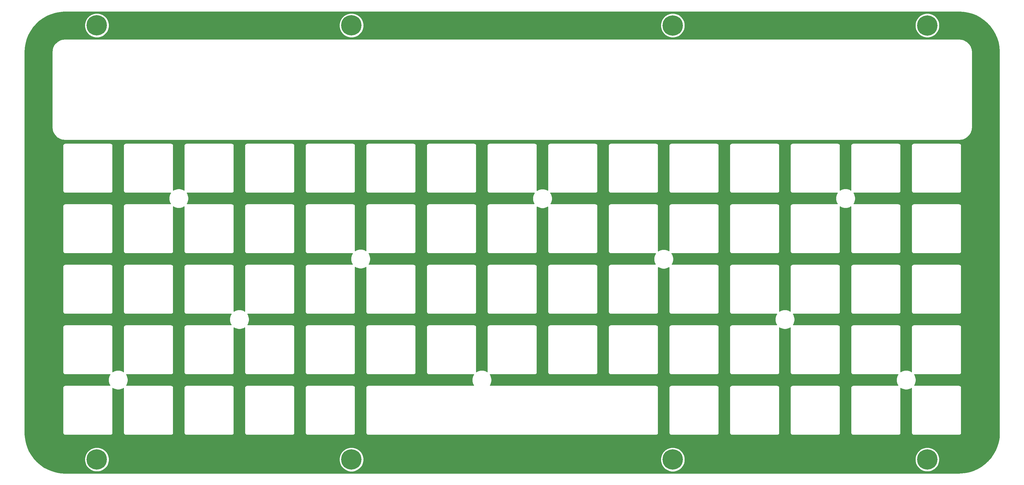
<source format=gbr>
G04 #@! TF.GenerationSoftware,KiCad,Pcbnew,5.1.6*
G04 #@! TF.CreationDate,2020-06-16T11:26:21+02:00*
G04 #@! TF.ProjectId,punk75_plate,70756e6b-3735-45f7-906c-6174652e6b69,rev?*
G04 #@! TF.SameCoordinates,Original*
G04 #@! TF.FileFunction,Copper,L2,Bot*
G04 #@! TF.FilePolarity,Positive*
%FSLAX46Y46*%
G04 Gerber Fmt 4.6, Leading zero omitted, Abs format (unit mm)*
G04 Created by KiCad (PCBNEW 5.1.6) date 2020-06-16 11:26:21*
%MOMM*%
%LPD*%
G01*
G04 APERTURE LIST*
G04 #@! TA.AperFunction,ComponentPad*
%ADD10C,6.400000*%
G04 #@! TD*
G04 #@! TA.AperFunction,NonConductor*
%ADD11C,0.254000*%
G04 #@! TD*
G04 APERTURE END LIST*
D10*
X352750000Y-99500000D03*
X272750000Y-99500000D03*
X171760000Y-99480000D03*
X91750000Y-99480000D03*
X272750000Y-236130000D03*
X171770000Y-236120000D03*
X91760000Y-236110000D03*
X352740000Y-236110000D03*
D11*
G36*
X364136356Y-95310226D02*
G01*
X365507196Y-95538397D01*
X366844729Y-95915620D01*
X368132783Y-96437335D01*
X369355814Y-97097246D01*
X370499047Y-97887383D01*
X371548665Y-98798195D01*
X372491994Y-99818683D01*
X373317651Y-100936533D01*
X374015651Y-102138228D01*
X374577566Y-103409255D01*
X374996618Y-104734286D01*
X375267735Y-106097280D01*
X375388896Y-107496224D01*
X375395001Y-107884816D01*
X375395000Y-227715050D01*
X375317524Y-229122847D01*
X375089353Y-230493695D01*
X374712130Y-231831230D01*
X374190411Y-233119290D01*
X373530500Y-234342321D01*
X372740370Y-235485543D01*
X371829559Y-236535160D01*
X370809067Y-237478494D01*
X369691217Y-238304151D01*
X368489522Y-239002151D01*
X367218492Y-239564067D01*
X365893465Y-239983118D01*
X364530468Y-240254235D01*
X363131528Y-240375396D01*
X362742998Y-240381500D01*
X81781450Y-240381500D01*
X80373653Y-240304024D01*
X79002805Y-240075853D01*
X77665270Y-239698630D01*
X76377210Y-239176911D01*
X75154179Y-238517000D01*
X74010957Y-237726870D01*
X72961340Y-236816059D01*
X72018006Y-235795567D01*
X71971266Y-235732285D01*
X87925000Y-235732285D01*
X87925000Y-236487715D01*
X88072377Y-237228628D01*
X88361467Y-237926554D01*
X88781161Y-238554670D01*
X89315330Y-239088839D01*
X89943446Y-239508533D01*
X90641372Y-239797623D01*
X91382285Y-239945000D01*
X92137715Y-239945000D01*
X92878628Y-239797623D01*
X93576554Y-239508533D01*
X94204670Y-239088839D01*
X94738839Y-238554670D01*
X95158533Y-237926554D01*
X95447623Y-237228628D01*
X95595000Y-236487715D01*
X95595000Y-235742285D01*
X167935000Y-235742285D01*
X167935000Y-236497715D01*
X168082377Y-237238628D01*
X168371467Y-237936554D01*
X168791161Y-238564670D01*
X169325330Y-239098839D01*
X169953446Y-239518533D01*
X170651372Y-239807623D01*
X171392285Y-239955000D01*
X172147715Y-239955000D01*
X172888628Y-239807623D01*
X173586554Y-239518533D01*
X174214670Y-239098839D01*
X174748839Y-238564670D01*
X175168533Y-237936554D01*
X175457623Y-237238628D01*
X175605000Y-236497715D01*
X175605000Y-235752285D01*
X268915000Y-235752285D01*
X268915000Y-236507715D01*
X269062377Y-237248628D01*
X269351467Y-237946554D01*
X269771161Y-238574670D01*
X270305330Y-239108839D01*
X270933446Y-239528533D01*
X271631372Y-239817623D01*
X272372285Y-239965000D01*
X273127715Y-239965000D01*
X273868628Y-239817623D01*
X274566554Y-239528533D01*
X275194670Y-239108839D01*
X275728839Y-238574670D01*
X276148533Y-237946554D01*
X276437623Y-237248628D01*
X276585000Y-236507715D01*
X276585000Y-235752285D01*
X276581022Y-235732285D01*
X348905000Y-235732285D01*
X348905000Y-236487715D01*
X349052377Y-237228628D01*
X349341467Y-237926554D01*
X349761161Y-238554670D01*
X350295330Y-239088839D01*
X350923446Y-239508533D01*
X351621372Y-239797623D01*
X352362285Y-239945000D01*
X353117715Y-239945000D01*
X353858628Y-239797623D01*
X354556554Y-239508533D01*
X355184670Y-239088839D01*
X355718839Y-238554670D01*
X356138533Y-237926554D01*
X356427623Y-237228628D01*
X356575000Y-236487715D01*
X356575000Y-235732285D01*
X356427623Y-234991372D01*
X356138533Y-234293446D01*
X355718839Y-233665330D01*
X355184670Y-233131161D01*
X354556554Y-232711467D01*
X353858628Y-232422377D01*
X353117715Y-232275000D01*
X352362285Y-232275000D01*
X351621372Y-232422377D01*
X350923446Y-232711467D01*
X350295330Y-233131161D01*
X349761161Y-233665330D01*
X349341467Y-234293446D01*
X349052377Y-234991372D01*
X348905000Y-235732285D01*
X276581022Y-235732285D01*
X276437623Y-235011372D01*
X276148533Y-234313446D01*
X275728839Y-233685330D01*
X275194670Y-233151161D01*
X274566554Y-232731467D01*
X273868628Y-232442377D01*
X273127715Y-232295000D01*
X272372285Y-232295000D01*
X271631372Y-232442377D01*
X270933446Y-232731467D01*
X270305330Y-233151161D01*
X269771161Y-233685330D01*
X269351467Y-234313446D01*
X269062377Y-235011372D01*
X268915000Y-235752285D01*
X175605000Y-235752285D01*
X175605000Y-235742285D01*
X175457623Y-235001372D01*
X175168533Y-234303446D01*
X174748839Y-233675330D01*
X174214670Y-233141161D01*
X173586554Y-232721467D01*
X172888628Y-232432377D01*
X172147715Y-232285000D01*
X171392285Y-232285000D01*
X170651372Y-232432377D01*
X169953446Y-232721467D01*
X169325330Y-233141161D01*
X168791161Y-233675330D01*
X168371467Y-234303446D01*
X168082377Y-235001372D01*
X167935000Y-235742285D01*
X95595000Y-235742285D01*
X95595000Y-235732285D01*
X95447623Y-234991372D01*
X95158533Y-234293446D01*
X94738839Y-233665330D01*
X94204670Y-233131161D01*
X93576554Y-232711467D01*
X92878628Y-232422377D01*
X92137715Y-232275000D01*
X91382285Y-232275000D01*
X90641372Y-232422377D01*
X89943446Y-232711467D01*
X89315330Y-233131161D01*
X88781161Y-233665330D01*
X88361467Y-234293446D01*
X88072377Y-234991372D01*
X87925000Y-235732285D01*
X71971266Y-235732285D01*
X71192349Y-234677717D01*
X70494349Y-233476022D01*
X69932433Y-232204992D01*
X69513382Y-230879965D01*
X69242265Y-229516968D01*
X69121104Y-228118028D01*
X69115000Y-227729498D01*
X69115000Y-194449586D01*
X81059357Y-194449586D01*
X81062913Y-194485691D01*
X81062914Y-208613471D01*
X81059357Y-208649586D01*
X81073548Y-208793671D01*
X81115576Y-208932219D01*
X81183826Y-209059906D01*
X81275675Y-209171824D01*
X81387593Y-209263673D01*
X81515280Y-209331923D01*
X81653828Y-209373951D01*
X81761808Y-209384586D01*
X81797913Y-209388142D01*
X81834018Y-209384586D01*
X95838117Y-209384586D01*
X95691634Y-209603813D01*
X95458700Y-210166166D01*
X95339951Y-210763157D01*
X95339951Y-211371843D01*
X95458700Y-211968834D01*
X95691634Y-212531187D01*
X95847587Y-212764586D01*
X81834018Y-212764586D01*
X81797913Y-212761030D01*
X81761808Y-212764586D01*
X81653828Y-212775221D01*
X81515280Y-212817249D01*
X81387593Y-212885499D01*
X81275675Y-212977348D01*
X81183826Y-213089266D01*
X81115576Y-213216953D01*
X81073548Y-213355501D01*
X81059357Y-213499586D01*
X81062913Y-213535691D01*
X81062914Y-227663471D01*
X81059357Y-227699586D01*
X81073548Y-227843671D01*
X81115576Y-227982219D01*
X81183826Y-228109906D01*
X81275675Y-228221824D01*
X81387593Y-228313673D01*
X81515280Y-228381923D01*
X81653828Y-228423951D01*
X81761808Y-228434586D01*
X81797913Y-228438142D01*
X81834018Y-228434586D01*
X95961808Y-228434586D01*
X95997913Y-228438142D01*
X96034018Y-228434586D01*
X96141998Y-228423951D01*
X96280546Y-228381923D01*
X96408233Y-228313673D01*
X96520151Y-228221824D01*
X96612000Y-228109906D01*
X96680250Y-227982219D01*
X96722278Y-227843671D01*
X96736469Y-227699586D01*
X96732913Y-227663481D01*
X96732913Y-213649913D01*
X96966313Y-213805866D01*
X97528666Y-214038800D01*
X98125657Y-214157549D01*
X98734343Y-214157549D01*
X99331334Y-214038800D01*
X99893687Y-213805866D01*
X100112913Y-213659383D01*
X100112914Y-227663471D01*
X100109357Y-227699586D01*
X100123548Y-227843671D01*
X100165576Y-227982219D01*
X100233826Y-228109906D01*
X100325675Y-228221824D01*
X100437593Y-228313673D01*
X100565280Y-228381923D01*
X100703828Y-228423951D01*
X100811808Y-228434586D01*
X100847913Y-228438142D01*
X100884018Y-228434586D01*
X115011808Y-228434586D01*
X115047913Y-228438142D01*
X115084018Y-228434586D01*
X115191998Y-228423951D01*
X115330546Y-228381923D01*
X115458233Y-228313673D01*
X115570151Y-228221824D01*
X115662000Y-228109906D01*
X115730250Y-227982219D01*
X115772278Y-227843671D01*
X115786469Y-227699586D01*
X115782913Y-227663481D01*
X115782913Y-213535691D01*
X115786469Y-213499586D01*
X119159357Y-213499586D01*
X119162913Y-213535691D01*
X119162914Y-227663471D01*
X119159357Y-227699586D01*
X119173548Y-227843671D01*
X119215576Y-227982219D01*
X119283826Y-228109906D01*
X119375675Y-228221824D01*
X119487593Y-228313673D01*
X119615280Y-228381923D01*
X119753828Y-228423951D01*
X119861808Y-228434586D01*
X119897913Y-228438142D01*
X119934018Y-228434586D01*
X134061808Y-228434586D01*
X134097913Y-228438142D01*
X134134018Y-228434586D01*
X134241998Y-228423951D01*
X134380546Y-228381923D01*
X134508233Y-228313673D01*
X134620151Y-228221824D01*
X134712000Y-228109906D01*
X134780250Y-227982219D01*
X134822278Y-227843671D01*
X134836469Y-227699586D01*
X134832913Y-227663481D01*
X134832913Y-213535691D01*
X134836469Y-213499586D01*
X138209357Y-213499586D01*
X138212913Y-213535691D01*
X138212914Y-227663471D01*
X138209357Y-227699586D01*
X138223548Y-227843671D01*
X138265576Y-227982219D01*
X138333826Y-228109906D01*
X138425675Y-228221824D01*
X138537593Y-228313673D01*
X138665280Y-228381923D01*
X138803828Y-228423951D01*
X138911808Y-228434586D01*
X138947913Y-228438142D01*
X138984018Y-228434586D01*
X153111808Y-228434586D01*
X153147913Y-228438142D01*
X153184018Y-228434586D01*
X153291998Y-228423951D01*
X153430546Y-228381923D01*
X153558233Y-228313673D01*
X153670151Y-228221824D01*
X153762000Y-228109906D01*
X153830250Y-227982219D01*
X153872278Y-227843671D01*
X153886469Y-227699586D01*
X153882913Y-227663481D01*
X153882913Y-213535691D01*
X153886469Y-213499586D01*
X157259357Y-213499586D01*
X157262913Y-213535691D01*
X157262914Y-227663471D01*
X157259357Y-227699586D01*
X157273548Y-227843671D01*
X157315576Y-227982219D01*
X157383826Y-228109906D01*
X157475675Y-228221824D01*
X157587593Y-228313673D01*
X157715280Y-228381923D01*
X157853828Y-228423951D01*
X157961808Y-228434586D01*
X157997913Y-228438142D01*
X158034018Y-228434586D01*
X172161808Y-228434586D01*
X172197913Y-228438142D01*
X172234018Y-228434586D01*
X172341998Y-228423951D01*
X172480546Y-228381923D01*
X172608233Y-228313673D01*
X172720151Y-228221824D01*
X172812000Y-228109906D01*
X172880250Y-227982219D01*
X172922278Y-227843671D01*
X172936469Y-227699586D01*
X172932913Y-227663481D01*
X172932913Y-213535691D01*
X172936469Y-213499586D01*
X176309357Y-213499586D01*
X176312913Y-213535691D01*
X176312914Y-227663471D01*
X176309357Y-227699586D01*
X176323548Y-227843671D01*
X176365576Y-227982219D01*
X176433826Y-228109906D01*
X176525675Y-228221824D01*
X176637593Y-228313673D01*
X176765280Y-228381923D01*
X176903828Y-228423951D01*
X177011808Y-228434586D01*
X177047913Y-228438142D01*
X177084018Y-228434586D01*
X267411808Y-228434586D01*
X267447913Y-228438142D01*
X267484018Y-228434586D01*
X267591998Y-228423951D01*
X267730546Y-228381923D01*
X267858233Y-228313673D01*
X267970151Y-228221824D01*
X268062000Y-228109906D01*
X268130250Y-227982219D01*
X268172278Y-227843671D01*
X268186469Y-227699586D01*
X268182913Y-227663481D01*
X268182913Y-213535691D01*
X268186469Y-213499586D01*
X271559357Y-213499586D01*
X271562913Y-213535691D01*
X271562914Y-227663471D01*
X271559357Y-227699586D01*
X271573548Y-227843671D01*
X271615576Y-227982219D01*
X271683826Y-228109906D01*
X271775675Y-228221824D01*
X271887593Y-228313673D01*
X272015280Y-228381923D01*
X272153828Y-228423951D01*
X272261808Y-228434586D01*
X272297913Y-228438142D01*
X272334018Y-228434586D01*
X286461808Y-228434586D01*
X286497913Y-228438142D01*
X286534018Y-228434586D01*
X286641998Y-228423951D01*
X286780546Y-228381923D01*
X286908233Y-228313673D01*
X287020151Y-228221824D01*
X287112000Y-228109906D01*
X287180250Y-227982219D01*
X287222278Y-227843671D01*
X287236469Y-227699586D01*
X287232913Y-227663481D01*
X287232913Y-213535691D01*
X287236469Y-213499586D01*
X290609357Y-213499586D01*
X290612913Y-213535691D01*
X290612914Y-227663471D01*
X290609357Y-227699586D01*
X290623548Y-227843671D01*
X290665576Y-227982219D01*
X290733826Y-228109906D01*
X290825675Y-228221824D01*
X290937593Y-228313673D01*
X291065280Y-228381923D01*
X291203828Y-228423951D01*
X291311808Y-228434586D01*
X291347913Y-228438142D01*
X291384018Y-228434586D01*
X305511808Y-228434586D01*
X305547913Y-228438142D01*
X305584018Y-228434586D01*
X305691998Y-228423951D01*
X305830546Y-228381923D01*
X305958233Y-228313673D01*
X306070151Y-228221824D01*
X306162000Y-228109906D01*
X306230250Y-227982219D01*
X306272278Y-227843671D01*
X306286469Y-227699586D01*
X306282913Y-227663481D01*
X306282913Y-213535691D01*
X306286469Y-213499586D01*
X309659357Y-213499586D01*
X309662913Y-213535691D01*
X309662914Y-227663471D01*
X309659357Y-227699586D01*
X309673548Y-227843671D01*
X309715576Y-227982219D01*
X309783826Y-228109906D01*
X309875675Y-228221824D01*
X309987593Y-228313673D01*
X310115280Y-228381923D01*
X310253828Y-228423951D01*
X310361808Y-228434586D01*
X310397913Y-228438142D01*
X310434018Y-228434586D01*
X324561808Y-228434586D01*
X324597913Y-228438142D01*
X324634018Y-228434586D01*
X324741998Y-228423951D01*
X324880546Y-228381923D01*
X325008233Y-228313673D01*
X325120151Y-228221824D01*
X325212000Y-228109906D01*
X325280250Y-227982219D01*
X325322278Y-227843671D01*
X325336469Y-227699586D01*
X325332913Y-227663481D01*
X325332913Y-213535691D01*
X325336469Y-213499586D01*
X325322278Y-213355501D01*
X325280250Y-213216953D01*
X325212000Y-213089266D01*
X325120151Y-212977348D01*
X325008233Y-212885499D01*
X324880546Y-212817249D01*
X324741998Y-212775221D01*
X324634018Y-212764586D01*
X324597913Y-212761030D01*
X324561808Y-212764586D01*
X310434018Y-212764586D01*
X310397913Y-212761030D01*
X310361808Y-212764586D01*
X310253828Y-212775221D01*
X310115280Y-212817249D01*
X309987593Y-212885499D01*
X309875675Y-212977348D01*
X309783826Y-213089266D01*
X309715576Y-213216953D01*
X309673548Y-213355501D01*
X309659357Y-213499586D01*
X306286469Y-213499586D01*
X306272278Y-213355501D01*
X306230250Y-213216953D01*
X306162000Y-213089266D01*
X306070151Y-212977348D01*
X305958233Y-212885499D01*
X305830546Y-212817249D01*
X305691998Y-212775221D01*
X305584018Y-212764586D01*
X305547913Y-212761030D01*
X305511808Y-212764586D01*
X291384018Y-212764586D01*
X291347913Y-212761030D01*
X291311808Y-212764586D01*
X291203828Y-212775221D01*
X291065280Y-212817249D01*
X290937593Y-212885499D01*
X290825675Y-212977348D01*
X290733826Y-213089266D01*
X290665576Y-213216953D01*
X290623548Y-213355501D01*
X290609357Y-213499586D01*
X287236469Y-213499586D01*
X287222278Y-213355501D01*
X287180250Y-213216953D01*
X287112000Y-213089266D01*
X287020151Y-212977348D01*
X286908233Y-212885499D01*
X286780546Y-212817249D01*
X286641998Y-212775221D01*
X286534018Y-212764586D01*
X286497913Y-212761030D01*
X286461808Y-212764586D01*
X272334018Y-212764586D01*
X272297913Y-212761030D01*
X272261808Y-212764586D01*
X272153828Y-212775221D01*
X272015280Y-212817249D01*
X271887593Y-212885499D01*
X271775675Y-212977348D01*
X271683826Y-213089266D01*
X271615576Y-213216953D01*
X271573548Y-213355501D01*
X271559357Y-213499586D01*
X268186469Y-213499586D01*
X268172278Y-213355501D01*
X268130250Y-213216953D01*
X268062000Y-213089266D01*
X267970151Y-212977348D01*
X267858233Y-212885499D01*
X267730546Y-212817249D01*
X267591998Y-212775221D01*
X267484018Y-212764586D01*
X267447913Y-212761030D01*
X267411808Y-212764586D01*
X215312413Y-212764586D01*
X215468366Y-212531187D01*
X215701300Y-211968834D01*
X215820049Y-211371843D01*
X215820049Y-210763157D01*
X215701300Y-210166166D01*
X215468366Y-209603813D01*
X215321883Y-209384586D01*
X229311808Y-209384586D01*
X229347913Y-209388142D01*
X229384018Y-209384586D01*
X229491998Y-209373951D01*
X229630546Y-209331923D01*
X229758233Y-209263673D01*
X229870151Y-209171824D01*
X229962000Y-209059906D01*
X230030250Y-208932219D01*
X230072278Y-208793671D01*
X230086469Y-208649586D01*
X230082913Y-208613481D01*
X230082913Y-194485691D01*
X230086469Y-194449586D01*
X233459357Y-194449586D01*
X233462913Y-194485691D01*
X233462914Y-208613471D01*
X233459357Y-208649586D01*
X233473548Y-208793671D01*
X233515576Y-208932219D01*
X233583826Y-209059906D01*
X233675675Y-209171824D01*
X233787593Y-209263673D01*
X233915280Y-209331923D01*
X234053828Y-209373951D01*
X234161808Y-209384586D01*
X234197913Y-209388142D01*
X234234018Y-209384586D01*
X248361808Y-209384586D01*
X248397913Y-209388142D01*
X248434018Y-209384586D01*
X248541998Y-209373951D01*
X248680546Y-209331923D01*
X248808233Y-209263673D01*
X248920151Y-209171824D01*
X249012000Y-209059906D01*
X249080250Y-208932219D01*
X249122278Y-208793671D01*
X249136469Y-208649586D01*
X249132913Y-208613481D01*
X249132913Y-194485691D01*
X249136469Y-194449586D01*
X252509357Y-194449586D01*
X252512913Y-194485691D01*
X252512914Y-208613471D01*
X252509357Y-208649586D01*
X252523548Y-208793671D01*
X252565576Y-208932219D01*
X252633826Y-209059906D01*
X252725675Y-209171824D01*
X252837593Y-209263673D01*
X252965280Y-209331923D01*
X253103828Y-209373951D01*
X253211808Y-209384586D01*
X253247913Y-209388142D01*
X253284018Y-209384586D01*
X267411808Y-209384586D01*
X267447913Y-209388142D01*
X267484018Y-209384586D01*
X267591998Y-209373951D01*
X267730546Y-209331923D01*
X267858233Y-209263673D01*
X267970151Y-209171824D01*
X268062000Y-209059906D01*
X268130250Y-208932219D01*
X268172278Y-208793671D01*
X268186469Y-208649586D01*
X268182913Y-208613481D01*
X268182913Y-194485691D01*
X268186469Y-194449586D01*
X271559357Y-194449586D01*
X271562913Y-194485691D01*
X271562914Y-208613471D01*
X271559357Y-208649586D01*
X271573548Y-208793671D01*
X271615576Y-208932219D01*
X271683826Y-209059906D01*
X271775675Y-209171824D01*
X271887593Y-209263673D01*
X272015280Y-209331923D01*
X272153828Y-209373951D01*
X272261808Y-209384586D01*
X272297913Y-209388142D01*
X272334018Y-209384586D01*
X286461808Y-209384586D01*
X286497913Y-209388142D01*
X286534018Y-209384586D01*
X286641998Y-209373951D01*
X286780546Y-209331923D01*
X286908233Y-209263673D01*
X287020151Y-209171824D01*
X287112000Y-209059906D01*
X287180250Y-208932219D01*
X287222278Y-208793671D01*
X287236469Y-208649586D01*
X287232913Y-208613481D01*
X287232913Y-194485691D01*
X287236469Y-194449586D01*
X287222278Y-194305501D01*
X287180250Y-194166953D01*
X287112000Y-194039266D01*
X287020151Y-193927348D01*
X286908233Y-193835499D01*
X286780546Y-193767249D01*
X286641998Y-193725221D01*
X286534018Y-193714586D01*
X286497913Y-193711030D01*
X286461808Y-193714586D01*
X272334018Y-193714586D01*
X272297913Y-193711030D01*
X272261808Y-193714586D01*
X272153828Y-193725221D01*
X272015280Y-193767249D01*
X271887593Y-193835499D01*
X271775675Y-193927348D01*
X271683826Y-194039266D01*
X271615576Y-194166953D01*
X271573548Y-194305501D01*
X271559357Y-194449586D01*
X268186469Y-194449586D01*
X268172278Y-194305501D01*
X268130250Y-194166953D01*
X268062000Y-194039266D01*
X267970151Y-193927348D01*
X267858233Y-193835499D01*
X267730546Y-193767249D01*
X267591998Y-193725221D01*
X267484018Y-193714586D01*
X267447913Y-193711030D01*
X267411808Y-193714586D01*
X253284018Y-193714586D01*
X253247913Y-193711030D01*
X253211808Y-193714586D01*
X253103828Y-193725221D01*
X252965280Y-193767249D01*
X252837593Y-193835499D01*
X252725675Y-193927348D01*
X252633826Y-194039266D01*
X252565576Y-194166953D01*
X252523548Y-194305501D01*
X252509357Y-194449586D01*
X249136469Y-194449586D01*
X249122278Y-194305501D01*
X249080250Y-194166953D01*
X249012000Y-194039266D01*
X248920151Y-193927348D01*
X248808233Y-193835499D01*
X248680546Y-193767249D01*
X248541998Y-193725221D01*
X248434018Y-193714586D01*
X248397913Y-193711030D01*
X248361808Y-193714586D01*
X234234018Y-193714586D01*
X234197913Y-193711030D01*
X234161808Y-193714586D01*
X234053828Y-193725221D01*
X233915280Y-193767249D01*
X233787593Y-193835499D01*
X233675675Y-193927348D01*
X233583826Y-194039266D01*
X233515576Y-194166953D01*
X233473548Y-194305501D01*
X233459357Y-194449586D01*
X230086469Y-194449586D01*
X230072278Y-194305501D01*
X230030250Y-194166953D01*
X229962000Y-194039266D01*
X229870151Y-193927348D01*
X229758233Y-193835499D01*
X229630546Y-193767249D01*
X229491998Y-193725221D01*
X229384018Y-193714586D01*
X229347913Y-193711030D01*
X229311808Y-193714586D01*
X215184018Y-193714586D01*
X215147913Y-193711030D01*
X215111808Y-193714586D01*
X215003828Y-193725221D01*
X214865280Y-193767249D01*
X214737593Y-193835499D01*
X214625675Y-193927348D01*
X214533826Y-194039266D01*
X214465576Y-194166953D01*
X214423548Y-194305501D01*
X214409357Y-194449586D01*
X214412913Y-194485691D01*
X214412914Y-208475617D01*
X214193687Y-208329134D01*
X213631334Y-208096200D01*
X213034343Y-207977451D01*
X212425657Y-207977451D01*
X211828666Y-208096200D01*
X211266313Y-208329134D01*
X211032913Y-208485087D01*
X211032913Y-194485691D01*
X211036469Y-194449586D01*
X211022278Y-194305501D01*
X210980250Y-194166953D01*
X210912000Y-194039266D01*
X210820151Y-193927348D01*
X210708233Y-193835499D01*
X210580546Y-193767249D01*
X210441998Y-193725221D01*
X210334018Y-193714586D01*
X210297913Y-193711030D01*
X210261808Y-193714586D01*
X196134018Y-193714586D01*
X196097913Y-193711030D01*
X196061808Y-193714586D01*
X195953828Y-193725221D01*
X195815280Y-193767249D01*
X195687593Y-193835499D01*
X195575675Y-193927348D01*
X195483826Y-194039266D01*
X195415576Y-194166953D01*
X195373548Y-194305501D01*
X195359357Y-194449586D01*
X195362913Y-194485691D01*
X195362914Y-208613471D01*
X195359357Y-208649586D01*
X195373548Y-208793671D01*
X195415576Y-208932219D01*
X195483826Y-209059906D01*
X195575675Y-209171824D01*
X195687593Y-209263673D01*
X195815280Y-209331923D01*
X195953828Y-209373951D01*
X196061808Y-209384586D01*
X196097913Y-209388142D01*
X196134018Y-209384586D01*
X210138117Y-209384586D01*
X209991634Y-209603813D01*
X209758700Y-210166166D01*
X209639951Y-210763157D01*
X209639951Y-211371843D01*
X209758700Y-211968834D01*
X209991634Y-212531187D01*
X210147587Y-212764586D01*
X177084018Y-212764586D01*
X177047913Y-212761030D01*
X177011808Y-212764586D01*
X176903828Y-212775221D01*
X176765280Y-212817249D01*
X176637593Y-212885499D01*
X176525675Y-212977348D01*
X176433826Y-213089266D01*
X176365576Y-213216953D01*
X176323548Y-213355501D01*
X176309357Y-213499586D01*
X172936469Y-213499586D01*
X172922278Y-213355501D01*
X172880250Y-213216953D01*
X172812000Y-213089266D01*
X172720151Y-212977348D01*
X172608233Y-212885499D01*
X172480546Y-212817249D01*
X172341998Y-212775221D01*
X172234018Y-212764586D01*
X172197913Y-212761030D01*
X172161808Y-212764586D01*
X158034018Y-212764586D01*
X157997913Y-212761030D01*
X157961808Y-212764586D01*
X157853828Y-212775221D01*
X157715280Y-212817249D01*
X157587593Y-212885499D01*
X157475675Y-212977348D01*
X157383826Y-213089266D01*
X157315576Y-213216953D01*
X157273548Y-213355501D01*
X157259357Y-213499586D01*
X153886469Y-213499586D01*
X153872278Y-213355501D01*
X153830250Y-213216953D01*
X153762000Y-213089266D01*
X153670151Y-212977348D01*
X153558233Y-212885499D01*
X153430546Y-212817249D01*
X153291998Y-212775221D01*
X153184018Y-212764586D01*
X153147913Y-212761030D01*
X153111808Y-212764586D01*
X138984018Y-212764586D01*
X138947913Y-212761030D01*
X138911808Y-212764586D01*
X138803828Y-212775221D01*
X138665280Y-212817249D01*
X138537593Y-212885499D01*
X138425675Y-212977348D01*
X138333826Y-213089266D01*
X138265576Y-213216953D01*
X138223548Y-213355501D01*
X138209357Y-213499586D01*
X134836469Y-213499586D01*
X134822278Y-213355501D01*
X134780250Y-213216953D01*
X134712000Y-213089266D01*
X134620151Y-212977348D01*
X134508233Y-212885499D01*
X134380546Y-212817249D01*
X134241998Y-212775221D01*
X134134018Y-212764586D01*
X134097913Y-212761030D01*
X134061808Y-212764586D01*
X119934018Y-212764586D01*
X119897913Y-212761030D01*
X119861808Y-212764586D01*
X119753828Y-212775221D01*
X119615280Y-212817249D01*
X119487593Y-212885499D01*
X119375675Y-212977348D01*
X119283826Y-213089266D01*
X119215576Y-213216953D01*
X119173548Y-213355501D01*
X119159357Y-213499586D01*
X115786469Y-213499586D01*
X115772278Y-213355501D01*
X115730250Y-213216953D01*
X115662000Y-213089266D01*
X115570151Y-212977348D01*
X115458233Y-212885499D01*
X115330546Y-212817249D01*
X115191998Y-212775221D01*
X115084018Y-212764586D01*
X115047913Y-212761030D01*
X115011808Y-212764586D01*
X101012413Y-212764586D01*
X101168366Y-212531187D01*
X101401300Y-211968834D01*
X101520049Y-211371843D01*
X101520049Y-210763157D01*
X101401300Y-210166166D01*
X101168366Y-209603813D01*
X101021883Y-209384586D01*
X115011808Y-209384586D01*
X115047913Y-209388142D01*
X115084018Y-209384586D01*
X115191998Y-209373951D01*
X115330546Y-209331923D01*
X115458233Y-209263673D01*
X115570151Y-209171824D01*
X115662000Y-209059906D01*
X115730250Y-208932219D01*
X115772278Y-208793671D01*
X115786469Y-208649586D01*
X115782913Y-208613481D01*
X115782913Y-194485691D01*
X115786469Y-194449586D01*
X115772278Y-194305501D01*
X115730250Y-194166953D01*
X115662000Y-194039266D01*
X115570151Y-193927348D01*
X115458233Y-193835499D01*
X115330546Y-193767249D01*
X115191998Y-193725221D01*
X115084018Y-193714586D01*
X115047913Y-193711030D01*
X115011808Y-193714586D01*
X100884018Y-193714586D01*
X100847913Y-193711030D01*
X100811808Y-193714586D01*
X100703828Y-193725221D01*
X100565280Y-193767249D01*
X100437593Y-193835499D01*
X100325675Y-193927348D01*
X100233826Y-194039266D01*
X100165576Y-194166953D01*
X100123548Y-194305501D01*
X100109357Y-194449586D01*
X100112913Y-194485691D01*
X100112914Y-208475617D01*
X99893687Y-208329134D01*
X99331334Y-208096200D01*
X98734343Y-207977451D01*
X98125657Y-207977451D01*
X97528666Y-208096200D01*
X96966313Y-208329134D01*
X96732913Y-208485087D01*
X96732913Y-194485691D01*
X96736469Y-194449586D01*
X96722278Y-194305501D01*
X96680250Y-194166953D01*
X96612000Y-194039266D01*
X96520151Y-193927348D01*
X96408233Y-193835499D01*
X96280546Y-193767249D01*
X96141998Y-193725221D01*
X96034018Y-193714586D01*
X95997913Y-193711030D01*
X95961808Y-193714586D01*
X81834018Y-193714586D01*
X81797913Y-193711030D01*
X81761808Y-193714586D01*
X81653828Y-193725221D01*
X81515280Y-193767249D01*
X81387593Y-193835499D01*
X81275675Y-193927348D01*
X81183826Y-194039266D01*
X81115576Y-194166953D01*
X81073548Y-194305501D01*
X81059357Y-194449586D01*
X69115000Y-194449586D01*
X69115000Y-175399586D01*
X81059357Y-175399586D01*
X81062913Y-175435691D01*
X81062914Y-189563471D01*
X81059357Y-189599586D01*
X81073548Y-189743671D01*
X81115576Y-189882219D01*
X81183826Y-190009906D01*
X81275675Y-190121824D01*
X81387593Y-190213673D01*
X81515280Y-190281923D01*
X81653828Y-190323951D01*
X81761808Y-190334586D01*
X81797913Y-190338142D01*
X81834018Y-190334586D01*
X95961808Y-190334586D01*
X95997913Y-190338142D01*
X96034018Y-190334586D01*
X96141998Y-190323951D01*
X96280546Y-190281923D01*
X96408233Y-190213673D01*
X96520151Y-190121824D01*
X96612000Y-190009906D01*
X96680250Y-189882219D01*
X96722278Y-189743671D01*
X96736469Y-189599586D01*
X96732913Y-189563481D01*
X96732913Y-175435691D01*
X96736469Y-175399586D01*
X100109357Y-175399586D01*
X100112913Y-175435691D01*
X100112914Y-189563471D01*
X100109357Y-189599586D01*
X100123548Y-189743671D01*
X100165576Y-189882219D01*
X100233826Y-190009906D01*
X100325675Y-190121824D01*
X100437593Y-190213673D01*
X100565280Y-190281923D01*
X100703828Y-190323951D01*
X100811808Y-190334586D01*
X100847913Y-190338142D01*
X100884018Y-190334586D01*
X115011808Y-190334586D01*
X115047913Y-190338142D01*
X115084018Y-190334586D01*
X115191998Y-190323951D01*
X115330546Y-190281923D01*
X115458233Y-190213673D01*
X115570151Y-190121824D01*
X115662000Y-190009906D01*
X115730250Y-189882219D01*
X115772278Y-189743671D01*
X115786469Y-189599586D01*
X115782913Y-189563481D01*
X115782913Y-175435691D01*
X115786469Y-175399586D01*
X119159357Y-175399586D01*
X119162913Y-175435691D01*
X119162914Y-189563471D01*
X119159357Y-189599586D01*
X119173548Y-189743671D01*
X119215576Y-189882219D01*
X119283826Y-190009906D01*
X119375675Y-190121824D01*
X119487593Y-190213673D01*
X119615280Y-190281923D01*
X119753828Y-190323951D01*
X119861808Y-190334586D01*
X119897913Y-190338142D01*
X119934018Y-190334586D01*
X133938117Y-190334586D01*
X133791634Y-190553813D01*
X133558700Y-191116166D01*
X133439951Y-191713157D01*
X133439951Y-192321843D01*
X133558700Y-192918834D01*
X133791634Y-193481187D01*
X133947587Y-193714586D01*
X119934018Y-193714586D01*
X119897913Y-193711030D01*
X119861808Y-193714586D01*
X119753828Y-193725221D01*
X119615280Y-193767249D01*
X119487593Y-193835499D01*
X119375675Y-193927348D01*
X119283826Y-194039266D01*
X119215576Y-194166953D01*
X119173548Y-194305501D01*
X119159357Y-194449586D01*
X119162913Y-194485691D01*
X119162914Y-208613471D01*
X119159357Y-208649586D01*
X119173548Y-208793671D01*
X119215576Y-208932219D01*
X119283826Y-209059906D01*
X119375675Y-209171824D01*
X119487593Y-209263673D01*
X119615280Y-209331923D01*
X119753828Y-209373951D01*
X119861808Y-209384586D01*
X119897913Y-209388142D01*
X119934018Y-209384586D01*
X134061808Y-209384586D01*
X134097913Y-209388142D01*
X134134018Y-209384586D01*
X134241998Y-209373951D01*
X134380546Y-209331923D01*
X134508233Y-209263673D01*
X134620151Y-209171824D01*
X134712000Y-209059906D01*
X134780250Y-208932219D01*
X134822278Y-208793671D01*
X134836469Y-208649586D01*
X134832913Y-208613481D01*
X134832913Y-194599913D01*
X135066313Y-194755866D01*
X135628666Y-194988800D01*
X136225657Y-195107549D01*
X136834343Y-195107549D01*
X137431334Y-194988800D01*
X137993687Y-194755866D01*
X138212913Y-194609383D01*
X138212914Y-208613471D01*
X138209357Y-208649586D01*
X138223548Y-208793671D01*
X138265576Y-208932219D01*
X138333826Y-209059906D01*
X138425675Y-209171824D01*
X138537593Y-209263673D01*
X138665280Y-209331923D01*
X138803828Y-209373951D01*
X138911808Y-209384586D01*
X138947913Y-209388142D01*
X138984018Y-209384586D01*
X153111808Y-209384586D01*
X153147913Y-209388142D01*
X153184018Y-209384586D01*
X153291998Y-209373951D01*
X153430546Y-209331923D01*
X153558233Y-209263673D01*
X153670151Y-209171824D01*
X153762000Y-209059906D01*
X153830250Y-208932219D01*
X153872278Y-208793671D01*
X153886469Y-208649586D01*
X153882913Y-208613481D01*
X153882913Y-194485691D01*
X153886469Y-194449586D01*
X157259357Y-194449586D01*
X157262913Y-194485691D01*
X157262914Y-208613471D01*
X157259357Y-208649586D01*
X157273548Y-208793671D01*
X157315576Y-208932219D01*
X157383826Y-209059906D01*
X157475675Y-209171824D01*
X157587593Y-209263673D01*
X157715280Y-209331923D01*
X157853828Y-209373951D01*
X157961808Y-209384586D01*
X157997913Y-209388142D01*
X158034018Y-209384586D01*
X172161808Y-209384586D01*
X172197913Y-209388142D01*
X172234018Y-209384586D01*
X172341998Y-209373951D01*
X172480546Y-209331923D01*
X172608233Y-209263673D01*
X172720151Y-209171824D01*
X172812000Y-209059906D01*
X172880250Y-208932219D01*
X172922278Y-208793671D01*
X172936469Y-208649586D01*
X172932913Y-208613481D01*
X172932913Y-194485691D01*
X172936469Y-194449586D01*
X176309357Y-194449586D01*
X176312913Y-194485691D01*
X176312914Y-208613471D01*
X176309357Y-208649586D01*
X176323548Y-208793671D01*
X176365576Y-208932219D01*
X176433826Y-209059906D01*
X176525675Y-209171824D01*
X176637593Y-209263673D01*
X176765280Y-209331923D01*
X176903828Y-209373951D01*
X177011808Y-209384586D01*
X177047913Y-209388142D01*
X177084018Y-209384586D01*
X191211808Y-209384586D01*
X191247913Y-209388142D01*
X191284018Y-209384586D01*
X191391998Y-209373951D01*
X191530546Y-209331923D01*
X191658233Y-209263673D01*
X191770151Y-209171824D01*
X191862000Y-209059906D01*
X191930250Y-208932219D01*
X191972278Y-208793671D01*
X191986469Y-208649586D01*
X191982913Y-208613481D01*
X191982913Y-194485691D01*
X191986469Y-194449586D01*
X191972278Y-194305501D01*
X191930250Y-194166953D01*
X191862000Y-194039266D01*
X191770151Y-193927348D01*
X191658233Y-193835499D01*
X191530546Y-193767249D01*
X191391998Y-193725221D01*
X191284018Y-193714586D01*
X191247913Y-193711030D01*
X191211808Y-193714586D01*
X177084018Y-193714586D01*
X177047913Y-193711030D01*
X177011808Y-193714586D01*
X176903828Y-193725221D01*
X176765280Y-193767249D01*
X176637593Y-193835499D01*
X176525675Y-193927348D01*
X176433826Y-194039266D01*
X176365576Y-194166953D01*
X176323548Y-194305501D01*
X176309357Y-194449586D01*
X172936469Y-194449586D01*
X172922278Y-194305501D01*
X172880250Y-194166953D01*
X172812000Y-194039266D01*
X172720151Y-193927348D01*
X172608233Y-193835499D01*
X172480546Y-193767249D01*
X172341998Y-193725221D01*
X172234018Y-193714586D01*
X172197913Y-193711030D01*
X172161808Y-193714586D01*
X158034018Y-193714586D01*
X157997913Y-193711030D01*
X157961808Y-193714586D01*
X157853828Y-193725221D01*
X157715280Y-193767249D01*
X157587593Y-193835499D01*
X157475675Y-193927348D01*
X157383826Y-194039266D01*
X157315576Y-194166953D01*
X157273548Y-194305501D01*
X157259357Y-194449586D01*
X153886469Y-194449586D01*
X153872278Y-194305501D01*
X153830250Y-194166953D01*
X153762000Y-194039266D01*
X153670151Y-193927348D01*
X153558233Y-193835499D01*
X153430546Y-193767249D01*
X153291998Y-193725221D01*
X153184018Y-193714586D01*
X153147913Y-193711030D01*
X153111808Y-193714586D01*
X139112413Y-193714586D01*
X139268366Y-193481187D01*
X139501300Y-192918834D01*
X139620049Y-192321843D01*
X139620049Y-191713157D01*
X139501300Y-191116166D01*
X139268366Y-190553813D01*
X139121883Y-190334586D01*
X153111808Y-190334586D01*
X153147913Y-190338142D01*
X153184018Y-190334586D01*
X153291998Y-190323951D01*
X153430546Y-190281923D01*
X153558233Y-190213673D01*
X153670151Y-190121824D01*
X153762000Y-190009906D01*
X153830250Y-189882219D01*
X153872278Y-189743671D01*
X153886469Y-189599586D01*
X153882913Y-189563481D01*
X153882913Y-175435691D01*
X153886469Y-175399586D01*
X153872278Y-175255501D01*
X153830250Y-175116953D01*
X153762000Y-174989266D01*
X153670151Y-174877348D01*
X153558233Y-174785499D01*
X153430546Y-174717249D01*
X153291998Y-174675221D01*
X153184018Y-174664586D01*
X153147913Y-174661030D01*
X153111808Y-174664586D01*
X138984018Y-174664586D01*
X138947913Y-174661030D01*
X138911808Y-174664586D01*
X138803828Y-174675221D01*
X138665280Y-174717249D01*
X138537593Y-174785499D01*
X138425675Y-174877348D01*
X138333826Y-174989266D01*
X138265576Y-175116953D01*
X138223548Y-175255501D01*
X138209357Y-175399586D01*
X138212913Y-175435691D01*
X138212914Y-189425617D01*
X137993687Y-189279134D01*
X137431334Y-189046200D01*
X136834343Y-188927451D01*
X136225657Y-188927451D01*
X135628666Y-189046200D01*
X135066313Y-189279134D01*
X134832913Y-189435087D01*
X134832913Y-175435691D01*
X134836469Y-175399586D01*
X134822278Y-175255501D01*
X134780250Y-175116953D01*
X134712000Y-174989266D01*
X134620151Y-174877348D01*
X134508233Y-174785499D01*
X134380546Y-174717249D01*
X134241998Y-174675221D01*
X134134018Y-174664586D01*
X134097913Y-174661030D01*
X134061808Y-174664586D01*
X119934018Y-174664586D01*
X119897913Y-174661030D01*
X119861808Y-174664586D01*
X119753828Y-174675221D01*
X119615280Y-174717249D01*
X119487593Y-174785499D01*
X119375675Y-174877348D01*
X119283826Y-174989266D01*
X119215576Y-175116953D01*
X119173548Y-175255501D01*
X119159357Y-175399586D01*
X115786469Y-175399586D01*
X115772278Y-175255501D01*
X115730250Y-175116953D01*
X115662000Y-174989266D01*
X115570151Y-174877348D01*
X115458233Y-174785499D01*
X115330546Y-174717249D01*
X115191998Y-174675221D01*
X115084018Y-174664586D01*
X115047913Y-174661030D01*
X115011808Y-174664586D01*
X100884018Y-174664586D01*
X100847913Y-174661030D01*
X100811808Y-174664586D01*
X100703828Y-174675221D01*
X100565280Y-174717249D01*
X100437593Y-174785499D01*
X100325675Y-174877348D01*
X100233826Y-174989266D01*
X100165576Y-175116953D01*
X100123548Y-175255501D01*
X100109357Y-175399586D01*
X96736469Y-175399586D01*
X96722278Y-175255501D01*
X96680250Y-175116953D01*
X96612000Y-174989266D01*
X96520151Y-174877348D01*
X96408233Y-174785499D01*
X96280546Y-174717249D01*
X96141998Y-174675221D01*
X96034018Y-174664586D01*
X95997913Y-174661030D01*
X95961808Y-174664586D01*
X81834018Y-174664586D01*
X81797913Y-174661030D01*
X81761808Y-174664586D01*
X81653828Y-174675221D01*
X81515280Y-174717249D01*
X81387593Y-174785499D01*
X81275675Y-174877348D01*
X81183826Y-174989266D01*
X81115576Y-175116953D01*
X81073548Y-175255501D01*
X81059357Y-175399586D01*
X69115000Y-175399586D01*
X69115000Y-156349586D01*
X81059357Y-156349586D01*
X81062913Y-156385691D01*
X81062914Y-170513471D01*
X81059357Y-170549586D01*
X81073548Y-170693671D01*
X81115576Y-170832219D01*
X81183826Y-170959906D01*
X81275675Y-171071824D01*
X81387593Y-171163673D01*
X81515280Y-171231923D01*
X81653828Y-171273951D01*
X81761808Y-171284586D01*
X81797913Y-171288142D01*
X81834018Y-171284586D01*
X95961808Y-171284586D01*
X95997913Y-171288142D01*
X96034018Y-171284586D01*
X96141998Y-171273951D01*
X96280546Y-171231923D01*
X96408233Y-171163673D01*
X96520151Y-171071824D01*
X96612000Y-170959906D01*
X96680250Y-170832219D01*
X96722278Y-170693671D01*
X96736469Y-170549586D01*
X96732913Y-170513481D01*
X96732913Y-156385691D01*
X96736469Y-156349586D01*
X96722278Y-156205501D01*
X96680250Y-156066953D01*
X96612000Y-155939266D01*
X96520151Y-155827348D01*
X96408233Y-155735499D01*
X96280546Y-155667249D01*
X96141998Y-155625221D01*
X96034018Y-155614586D01*
X95997913Y-155611030D01*
X95961808Y-155614586D01*
X81834018Y-155614586D01*
X81797913Y-155611030D01*
X81761808Y-155614586D01*
X81653828Y-155625221D01*
X81515280Y-155667249D01*
X81387593Y-155735499D01*
X81275675Y-155827348D01*
X81183826Y-155939266D01*
X81115576Y-156066953D01*
X81073548Y-156205501D01*
X81059357Y-156349586D01*
X69115000Y-156349586D01*
X69115000Y-137299586D01*
X81059357Y-137299586D01*
X81062913Y-137335691D01*
X81062914Y-151463471D01*
X81059357Y-151499586D01*
X81073548Y-151643671D01*
X81115576Y-151782219D01*
X81183826Y-151909906D01*
X81275675Y-152021824D01*
X81387593Y-152113673D01*
X81515280Y-152181923D01*
X81653828Y-152223951D01*
X81761808Y-152234586D01*
X81797913Y-152238142D01*
X81834018Y-152234586D01*
X95961808Y-152234586D01*
X95997913Y-152238142D01*
X96034018Y-152234586D01*
X96141998Y-152223951D01*
X96280546Y-152181923D01*
X96408233Y-152113673D01*
X96520151Y-152021824D01*
X96612000Y-151909906D01*
X96680250Y-151782219D01*
X96722278Y-151643671D01*
X96736469Y-151499586D01*
X96732913Y-151463481D01*
X96732913Y-137335691D01*
X96736469Y-137299586D01*
X100109357Y-137299586D01*
X100112913Y-137335691D01*
X100112914Y-151463471D01*
X100109357Y-151499586D01*
X100123548Y-151643671D01*
X100165576Y-151782219D01*
X100233826Y-151909906D01*
X100325675Y-152021824D01*
X100437593Y-152113673D01*
X100565280Y-152181923D01*
X100703828Y-152223951D01*
X100811808Y-152234586D01*
X100847913Y-152238142D01*
X100884018Y-152234586D01*
X114903151Y-152234586D01*
X114741634Y-152476313D01*
X114508700Y-153038666D01*
X114389951Y-153635657D01*
X114389951Y-154244343D01*
X114508700Y-154841334D01*
X114741634Y-155403687D01*
X114882553Y-155614586D01*
X100884018Y-155614586D01*
X100847913Y-155611030D01*
X100811808Y-155614586D01*
X100703828Y-155625221D01*
X100565280Y-155667249D01*
X100437593Y-155735499D01*
X100325675Y-155827348D01*
X100233826Y-155939266D01*
X100165576Y-156066953D01*
X100123548Y-156205501D01*
X100109357Y-156349586D01*
X100112913Y-156385691D01*
X100112914Y-170513471D01*
X100109357Y-170549586D01*
X100123548Y-170693671D01*
X100165576Y-170832219D01*
X100233826Y-170959906D01*
X100325675Y-171071824D01*
X100437593Y-171163673D01*
X100565280Y-171231923D01*
X100703828Y-171273951D01*
X100811808Y-171284586D01*
X100847913Y-171288142D01*
X100884018Y-171284586D01*
X115011808Y-171284586D01*
X115047913Y-171288142D01*
X115084018Y-171284586D01*
X115191998Y-171273951D01*
X115330546Y-171231923D01*
X115458233Y-171163673D01*
X115570151Y-171071824D01*
X115662000Y-170959906D01*
X115730250Y-170832219D01*
X115772278Y-170693671D01*
X115786469Y-170549586D01*
X115782913Y-170513481D01*
X115782913Y-156522413D01*
X116016313Y-156678366D01*
X116578666Y-156911300D01*
X117175657Y-157030049D01*
X117784343Y-157030049D01*
X118381334Y-156911300D01*
X118943687Y-156678366D01*
X119162913Y-156531883D01*
X119162914Y-170513471D01*
X119159357Y-170549586D01*
X119173548Y-170693671D01*
X119215576Y-170832219D01*
X119283826Y-170959906D01*
X119375675Y-171071824D01*
X119487593Y-171163673D01*
X119615280Y-171231923D01*
X119753828Y-171273951D01*
X119861808Y-171284586D01*
X119897913Y-171288142D01*
X119934018Y-171284586D01*
X134061808Y-171284586D01*
X134097913Y-171288142D01*
X134134018Y-171284586D01*
X134241998Y-171273951D01*
X134380546Y-171231923D01*
X134508233Y-171163673D01*
X134620151Y-171071824D01*
X134712000Y-170959906D01*
X134780250Y-170832219D01*
X134822278Y-170693671D01*
X134836469Y-170549586D01*
X134832913Y-170513481D01*
X134832913Y-156385691D01*
X134836469Y-156349586D01*
X138209357Y-156349586D01*
X138212913Y-156385691D01*
X138212914Y-170513471D01*
X138209357Y-170549586D01*
X138223548Y-170693671D01*
X138265576Y-170832219D01*
X138333826Y-170959906D01*
X138425675Y-171071824D01*
X138537593Y-171163673D01*
X138665280Y-171231923D01*
X138803828Y-171273951D01*
X138911808Y-171284586D01*
X138947913Y-171288142D01*
X138984018Y-171284586D01*
X153111808Y-171284586D01*
X153147913Y-171288142D01*
X153184018Y-171284586D01*
X153291998Y-171273951D01*
X153430546Y-171231923D01*
X153558233Y-171163673D01*
X153670151Y-171071824D01*
X153762000Y-170959906D01*
X153830250Y-170832219D01*
X153872278Y-170693671D01*
X153886469Y-170549586D01*
X153882913Y-170513481D01*
X153882913Y-156385691D01*
X153886469Y-156349586D01*
X157259357Y-156349586D01*
X157262913Y-156385691D01*
X157262914Y-170513471D01*
X157259357Y-170549586D01*
X157273548Y-170693671D01*
X157315576Y-170832219D01*
X157383826Y-170959906D01*
X157475675Y-171071824D01*
X157587593Y-171163673D01*
X157715280Y-171231923D01*
X157853828Y-171273951D01*
X157961808Y-171284586D01*
X157997913Y-171288142D01*
X158034018Y-171284586D01*
X172038117Y-171284586D01*
X171891634Y-171503813D01*
X171658700Y-172066166D01*
X171539951Y-172663157D01*
X171539951Y-173271843D01*
X171658700Y-173868834D01*
X171891634Y-174431187D01*
X172047587Y-174664586D01*
X158034018Y-174664586D01*
X157997913Y-174661030D01*
X157961808Y-174664586D01*
X157853828Y-174675221D01*
X157715280Y-174717249D01*
X157587593Y-174785499D01*
X157475675Y-174877348D01*
X157383826Y-174989266D01*
X157315576Y-175116953D01*
X157273548Y-175255501D01*
X157259357Y-175399586D01*
X157262913Y-175435691D01*
X157262914Y-189563471D01*
X157259357Y-189599586D01*
X157273548Y-189743671D01*
X157315576Y-189882219D01*
X157383826Y-190009906D01*
X157475675Y-190121824D01*
X157587593Y-190213673D01*
X157715280Y-190281923D01*
X157853828Y-190323951D01*
X157961808Y-190334586D01*
X157997913Y-190338142D01*
X158034018Y-190334586D01*
X172161808Y-190334586D01*
X172197913Y-190338142D01*
X172234018Y-190334586D01*
X172341998Y-190323951D01*
X172480546Y-190281923D01*
X172608233Y-190213673D01*
X172720151Y-190121824D01*
X172812000Y-190009906D01*
X172880250Y-189882219D01*
X172922278Y-189743671D01*
X172936469Y-189599586D01*
X172932913Y-189563481D01*
X172932913Y-175549913D01*
X173166313Y-175705866D01*
X173728666Y-175938800D01*
X174325657Y-176057549D01*
X174934343Y-176057549D01*
X175531334Y-175938800D01*
X176093687Y-175705866D01*
X176312913Y-175559383D01*
X176312914Y-189563471D01*
X176309357Y-189599586D01*
X176323548Y-189743671D01*
X176365576Y-189882219D01*
X176433826Y-190009906D01*
X176525675Y-190121824D01*
X176637593Y-190213673D01*
X176765280Y-190281923D01*
X176903828Y-190323951D01*
X177011808Y-190334586D01*
X177047913Y-190338142D01*
X177084018Y-190334586D01*
X191211808Y-190334586D01*
X191247913Y-190338142D01*
X191284018Y-190334586D01*
X191391998Y-190323951D01*
X191530546Y-190281923D01*
X191658233Y-190213673D01*
X191770151Y-190121824D01*
X191862000Y-190009906D01*
X191930250Y-189882219D01*
X191972278Y-189743671D01*
X191986469Y-189599586D01*
X191982913Y-189563481D01*
X191982913Y-175435691D01*
X191986469Y-175399586D01*
X195359357Y-175399586D01*
X195362913Y-175435691D01*
X195362914Y-189563471D01*
X195359357Y-189599586D01*
X195373548Y-189743671D01*
X195415576Y-189882219D01*
X195483826Y-190009906D01*
X195575675Y-190121824D01*
X195687593Y-190213673D01*
X195815280Y-190281923D01*
X195953828Y-190323951D01*
X196061808Y-190334586D01*
X196097913Y-190338142D01*
X196134018Y-190334586D01*
X210261808Y-190334586D01*
X210297913Y-190338142D01*
X210334018Y-190334586D01*
X210441998Y-190323951D01*
X210580546Y-190281923D01*
X210708233Y-190213673D01*
X210820151Y-190121824D01*
X210912000Y-190009906D01*
X210980250Y-189882219D01*
X211022278Y-189743671D01*
X211036469Y-189599586D01*
X211032913Y-189563481D01*
X211032913Y-175435691D01*
X211036469Y-175399586D01*
X214409357Y-175399586D01*
X214412913Y-175435691D01*
X214412914Y-189563471D01*
X214409357Y-189599586D01*
X214423548Y-189743671D01*
X214465576Y-189882219D01*
X214533826Y-190009906D01*
X214625675Y-190121824D01*
X214737593Y-190213673D01*
X214865280Y-190281923D01*
X215003828Y-190323951D01*
X215111808Y-190334586D01*
X215147913Y-190338142D01*
X215184018Y-190334586D01*
X229311808Y-190334586D01*
X229347913Y-190338142D01*
X229384018Y-190334586D01*
X229491998Y-190323951D01*
X229630546Y-190281923D01*
X229758233Y-190213673D01*
X229870151Y-190121824D01*
X229962000Y-190009906D01*
X230030250Y-189882219D01*
X230072278Y-189743671D01*
X230086469Y-189599586D01*
X230082913Y-189563481D01*
X230082913Y-175435691D01*
X230086469Y-175399586D01*
X233459357Y-175399586D01*
X233462913Y-175435691D01*
X233462914Y-189563471D01*
X233459357Y-189599586D01*
X233473548Y-189743671D01*
X233515576Y-189882219D01*
X233583826Y-190009906D01*
X233675675Y-190121824D01*
X233787593Y-190213673D01*
X233915280Y-190281923D01*
X234053828Y-190323951D01*
X234161808Y-190334586D01*
X234197913Y-190338142D01*
X234234018Y-190334586D01*
X248361808Y-190334586D01*
X248397913Y-190338142D01*
X248434018Y-190334586D01*
X248541998Y-190323951D01*
X248680546Y-190281923D01*
X248808233Y-190213673D01*
X248920151Y-190121824D01*
X249012000Y-190009906D01*
X249080250Y-189882219D01*
X249122278Y-189743671D01*
X249136469Y-189599586D01*
X249132913Y-189563481D01*
X249132913Y-175435691D01*
X249136469Y-175399586D01*
X249122278Y-175255501D01*
X249080250Y-175116953D01*
X249012000Y-174989266D01*
X248920151Y-174877348D01*
X248808233Y-174785499D01*
X248680546Y-174717249D01*
X248541998Y-174675221D01*
X248434018Y-174664586D01*
X248397913Y-174661030D01*
X248361808Y-174664586D01*
X234234018Y-174664586D01*
X234197913Y-174661030D01*
X234161808Y-174664586D01*
X234053828Y-174675221D01*
X233915280Y-174717249D01*
X233787593Y-174785499D01*
X233675675Y-174877348D01*
X233583826Y-174989266D01*
X233515576Y-175116953D01*
X233473548Y-175255501D01*
X233459357Y-175399586D01*
X230086469Y-175399586D01*
X230072278Y-175255501D01*
X230030250Y-175116953D01*
X229962000Y-174989266D01*
X229870151Y-174877348D01*
X229758233Y-174785499D01*
X229630546Y-174717249D01*
X229491998Y-174675221D01*
X229384018Y-174664586D01*
X229347913Y-174661030D01*
X229311808Y-174664586D01*
X215184018Y-174664586D01*
X215147913Y-174661030D01*
X215111808Y-174664586D01*
X215003828Y-174675221D01*
X214865280Y-174717249D01*
X214737593Y-174785499D01*
X214625675Y-174877348D01*
X214533826Y-174989266D01*
X214465576Y-175116953D01*
X214423548Y-175255501D01*
X214409357Y-175399586D01*
X211036469Y-175399586D01*
X211022278Y-175255501D01*
X210980250Y-175116953D01*
X210912000Y-174989266D01*
X210820151Y-174877348D01*
X210708233Y-174785499D01*
X210580546Y-174717249D01*
X210441998Y-174675221D01*
X210334018Y-174664586D01*
X210297913Y-174661030D01*
X210261808Y-174664586D01*
X196134018Y-174664586D01*
X196097913Y-174661030D01*
X196061808Y-174664586D01*
X195953828Y-174675221D01*
X195815280Y-174717249D01*
X195687593Y-174785499D01*
X195575675Y-174877348D01*
X195483826Y-174989266D01*
X195415576Y-175116953D01*
X195373548Y-175255501D01*
X195359357Y-175399586D01*
X191986469Y-175399586D01*
X191972278Y-175255501D01*
X191930250Y-175116953D01*
X191862000Y-174989266D01*
X191770151Y-174877348D01*
X191658233Y-174785499D01*
X191530546Y-174717249D01*
X191391998Y-174675221D01*
X191284018Y-174664586D01*
X191247913Y-174661030D01*
X191211808Y-174664586D01*
X177212413Y-174664586D01*
X177368366Y-174431187D01*
X177601300Y-173868834D01*
X177720049Y-173271843D01*
X177720049Y-172663157D01*
X177601300Y-172066166D01*
X177368366Y-171503813D01*
X177221883Y-171284586D01*
X191211808Y-171284586D01*
X191247913Y-171288142D01*
X191284018Y-171284586D01*
X191391998Y-171273951D01*
X191530546Y-171231923D01*
X191658233Y-171163673D01*
X191770151Y-171071824D01*
X191862000Y-170959906D01*
X191930250Y-170832219D01*
X191972278Y-170693671D01*
X191986469Y-170549586D01*
X191982913Y-170513481D01*
X191982913Y-156385691D01*
X191986469Y-156349586D01*
X195359357Y-156349586D01*
X195362913Y-156385691D01*
X195362914Y-170513471D01*
X195359357Y-170549586D01*
X195373548Y-170693671D01*
X195415576Y-170832219D01*
X195483826Y-170959906D01*
X195575675Y-171071824D01*
X195687593Y-171163673D01*
X195815280Y-171231923D01*
X195953828Y-171273951D01*
X196061808Y-171284586D01*
X196097913Y-171288142D01*
X196134018Y-171284586D01*
X210261808Y-171284586D01*
X210297913Y-171288142D01*
X210334018Y-171284586D01*
X210441998Y-171273951D01*
X210580546Y-171231923D01*
X210708233Y-171163673D01*
X210820151Y-171071824D01*
X210912000Y-170959906D01*
X210980250Y-170832219D01*
X211022278Y-170693671D01*
X211036469Y-170549586D01*
X211032913Y-170513481D01*
X211032913Y-156385691D01*
X211036469Y-156349586D01*
X211022278Y-156205501D01*
X210980250Y-156066953D01*
X210912000Y-155939266D01*
X210820151Y-155827348D01*
X210708233Y-155735499D01*
X210580546Y-155667249D01*
X210441998Y-155625221D01*
X210334018Y-155614586D01*
X210297913Y-155611030D01*
X210261808Y-155614586D01*
X196134018Y-155614586D01*
X196097913Y-155611030D01*
X196061808Y-155614586D01*
X195953828Y-155625221D01*
X195815280Y-155667249D01*
X195687593Y-155735499D01*
X195575675Y-155827348D01*
X195483826Y-155939266D01*
X195415576Y-156066953D01*
X195373548Y-156205501D01*
X195359357Y-156349586D01*
X191986469Y-156349586D01*
X191972278Y-156205501D01*
X191930250Y-156066953D01*
X191862000Y-155939266D01*
X191770151Y-155827348D01*
X191658233Y-155735499D01*
X191530546Y-155667249D01*
X191391998Y-155625221D01*
X191284018Y-155614586D01*
X191247913Y-155611030D01*
X191211808Y-155614586D01*
X177084018Y-155614586D01*
X177047913Y-155611030D01*
X177011808Y-155614586D01*
X176903828Y-155625221D01*
X176765280Y-155667249D01*
X176637593Y-155735499D01*
X176525675Y-155827348D01*
X176433826Y-155939266D01*
X176365576Y-156066953D01*
X176323548Y-156205501D01*
X176309357Y-156349586D01*
X176312913Y-156385691D01*
X176312914Y-170375617D01*
X176093687Y-170229134D01*
X175531334Y-169996200D01*
X174934343Y-169877451D01*
X174325657Y-169877451D01*
X173728666Y-169996200D01*
X173166313Y-170229134D01*
X172932913Y-170385087D01*
X172932913Y-156385691D01*
X172936469Y-156349586D01*
X172922278Y-156205501D01*
X172880250Y-156066953D01*
X172812000Y-155939266D01*
X172720151Y-155827348D01*
X172608233Y-155735499D01*
X172480546Y-155667249D01*
X172341998Y-155625221D01*
X172234018Y-155614586D01*
X172197913Y-155611030D01*
X172161808Y-155614586D01*
X158034018Y-155614586D01*
X157997913Y-155611030D01*
X157961808Y-155614586D01*
X157853828Y-155625221D01*
X157715280Y-155667249D01*
X157587593Y-155735499D01*
X157475675Y-155827348D01*
X157383826Y-155939266D01*
X157315576Y-156066953D01*
X157273548Y-156205501D01*
X157259357Y-156349586D01*
X153886469Y-156349586D01*
X153872278Y-156205501D01*
X153830250Y-156066953D01*
X153762000Y-155939266D01*
X153670151Y-155827348D01*
X153558233Y-155735499D01*
X153430546Y-155667249D01*
X153291998Y-155625221D01*
X153184018Y-155614586D01*
X153147913Y-155611030D01*
X153111808Y-155614586D01*
X138984018Y-155614586D01*
X138947913Y-155611030D01*
X138911808Y-155614586D01*
X138803828Y-155625221D01*
X138665280Y-155667249D01*
X138537593Y-155735499D01*
X138425675Y-155827348D01*
X138333826Y-155939266D01*
X138265576Y-156066953D01*
X138223548Y-156205501D01*
X138209357Y-156349586D01*
X134836469Y-156349586D01*
X134822278Y-156205501D01*
X134780250Y-156066953D01*
X134712000Y-155939266D01*
X134620151Y-155827348D01*
X134508233Y-155735499D01*
X134380546Y-155667249D01*
X134241998Y-155625221D01*
X134134018Y-155614586D01*
X134097913Y-155611030D01*
X134061808Y-155614586D01*
X120077447Y-155614586D01*
X120218366Y-155403687D01*
X120451300Y-154841334D01*
X120570049Y-154244343D01*
X120570049Y-153635657D01*
X120451300Y-153038666D01*
X120218366Y-152476313D01*
X120056849Y-152234586D01*
X134061808Y-152234586D01*
X134097913Y-152238142D01*
X134134018Y-152234586D01*
X134241998Y-152223951D01*
X134380546Y-152181923D01*
X134508233Y-152113673D01*
X134620151Y-152021824D01*
X134712000Y-151909906D01*
X134780250Y-151782219D01*
X134822278Y-151643671D01*
X134836469Y-151499586D01*
X134832913Y-151463481D01*
X134832913Y-137335691D01*
X134836469Y-137299586D01*
X138209357Y-137299586D01*
X138212913Y-137335691D01*
X138212914Y-151463471D01*
X138209357Y-151499586D01*
X138223548Y-151643671D01*
X138265576Y-151782219D01*
X138333826Y-151909906D01*
X138425675Y-152021824D01*
X138537593Y-152113673D01*
X138665280Y-152181923D01*
X138803828Y-152223951D01*
X138911808Y-152234586D01*
X138947913Y-152238142D01*
X138984018Y-152234586D01*
X153111808Y-152234586D01*
X153147913Y-152238142D01*
X153184018Y-152234586D01*
X153291998Y-152223951D01*
X153430546Y-152181923D01*
X153558233Y-152113673D01*
X153670151Y-152021824D01*
X153762000Y-151909906D01*
X153830250Y-151782219D01*
X153872278Y-151643671D01*
X153886469Y-151499586D01*
X153882913Y-151463481D01*
X153882913Y-137335691D01*
X153886469Y-137299586D01*
X157259357Y-137299586D01*
X157262913Y-137335691D01*
X157262914Y-151463471D01*
X157259357Y-151499586D01*
X157273548Y-151643671D01*
X157315576Y-151782219D01*
X157383826Y-151909906D01*
X157475675Y-152021824D01*
X157587593Y-152113673D01*
X157715280Y-152181923D01*
X157853828Y-152223951D01*
X157961808Y-152234586D01*
X157997913Y-152238142D01*
X158034018Y-152234586D01*
X172161808Y-152234586D01*
X172197913Y-152238142D01*
X172234018Y-152234586D01*
X172341998Y-152223951D01*
X172480546Y-152181923D01*
X172608233Y-152113673D01*
X172720151Y-152021824D01*
X172812000Y-151909906D01*
X172880250Y-151782219D01*
X172922278Y-151643671D01*
X172936469Y-151499586D01*
X172932913Y-151463481D01*
X172932913Y-137335691D01*
X172936469Y-137299586D01*
X176309357Y-137299586D01*
X176312913Y-137335691D01*
X176312914Y-151463471D01*
X176309357Y-151499586D01*
X176323548Y-151643671D01*
X176365576Y-151782219D01*
X176433826Y-151909906D01*
X176525675Y-152021824D01*
X176637593Y-152113673D01*
X176765280Y-152181923D01*
X176903828Y-152223951D01*
X177011808Y-152234586D01*
X177047913Y-152238142D01*
X177084018Y-152234586D01*
X191211808Y-152234586D01*
X191247913Y-152238142D01*
X191284018Y-152234586D01*
X191391998Y-152223951D01*
X191530546Y-152181923D01*
X191658233Y-152113673D01*
X191770151Y-152021824D01*
X191862000Y-151909906D01*
X191930250Y-151782219D01*
X191972278Y-151643671D01*
X191986469Y-151499586D01*
X191982913Y-151463481D01*
X191982913Y-137335691D01*
X191986469Y-137299586D01*
X195359357Y-137299586D01*
X195362913Y-137335691D01*
X195362914Y-151463471D01*
X195359357Y-151499586D01*
X195373548Y-151643671D01*
X195415576Y-151782219D01*
X195483826Y-151909906D01*
X195575675Y-152021824D01*
X195687593Y-152113673D01*
X195815280Y-152181923D01*
X195953828Y-152223951D01*
X196061808Y-152234586D01*
X196097913Y-152238142D01*
X196134018Y-152234586D01*
X210261808Y-152234586D01*
X210297913Y-152238142D01*
X210334018Y-152234586D01*
X210441998Y-152223951D01*
X210580546Y-152181923D01*
X210708233Y-152113673D01*
X210820151Y-152021824D01*
X210912000Y-151909906D01*
X210980250Y-151782219D01*
X211022278Y-151643671D01*
X211036469Y-151499586D01*
X211032913Y-151463481D01*
X211032913Y-137335691D01*
X211036469Y-137299586D01*
X214409357Y-137299586D01*
X214412913Y-137335691D01*
X214412914Y-151463471D01*
X214409357Y-151499586D01*
X214423548Y-151643671D01*
X214465576Y-151782219D01*
X214533826Y-151909906D01*
X214625675Y-152021824D01*
X214737593Y-152113673D01*
X214865280Y-152181923D01*
X215003828Y-152223951D01*
X215111808Y-152234586D01*
X215147913Y-152238142D01*
X215184018Y-152234586D01*
X229230547Y-152234586D01*
X229041634Y-152517313D01*
X228808700Y-153079666D01*
X228689951Y-153676657D01*
X228689951Y-154285343D01*
X228808700Y-154882334D01*
X229041634Y-155444687D01*
X229155157Y-155614586D01*
X215184018Y-155614586D01*
X215147913Y-155611030D01*
X215111808Y-155614586D01*
X215003828Y-155625221D01*
X214865280Y-155667249D01*
X214737593Y-155735499D01*
X214625675Y-155827348D01*
X214533826Y-155939266D01*
X214465576Y-156066953D01*
X214423548Y-156205501D01*
X214409357Y-156349586D01*
X214412913Y-156385691D01*
X214412914Y-170513471D01*
X214409357Y-170549586D01*
X214423548Y-170693671D01*
X214465576Y-170832219D01*
X214533826Y-170959906D01*
X214625675Y-171071824D01*
X214737593Y-171163673D01*
X214865280Y-171231923D01*
X215003828Y-171273951D01*
X215111808Y-171284586D01*
X215147913Y-171288142D01*
X215184018Y-171284586D01*
X229311808Y-171284586D01*
X229347913Y-171288142D01*
X229384018Y-171284586D01*
X229491998Y-171273951D01*
X229630546Y-171231923D01*
X229758233Y-171163673D01*
X229870151Y-171071824D01*
X229962000Y-170959906D01*
X230030250Y-170832219D01*
X230072278Y-170693671D01*
X230086469Y-170549586D01*
X230082913Y-170513481D01*
X230082913Y-156563413D01*
X230316313Y-156719366D01*
X230878666Y-156952300D01*
X231475657Y-157071049D01*
X232084343Y-157071049D01*
X232681334Y-156952300D01*
X233243687Y-156719366D01*
X233462913Y-156572883D01*
X233462914Y-170513471D01*
X233459357Y-170549586D01*
X233473548Y-170693671D01*
X233515576Y-170832219D01*
X233583826Y-170959906D01*
X233675675Y-171071824D01*
X233787593Y-171163673D01*
X233915280Y-171231923D01*
X234053828Y-171273951D01*
X234161808Y-171284586D01*
X234197913Y-171288142D01*
X234234018Y-171284586D01*
X248361808Y-171284586D01*
X248397913Y-171288142D01*
X248434018Y-171284586D01*
X248541998Y-171273951D01*
X248680546Y-171231923D01*
X248808233Y-171163673D01*
X248920151Y-171071824D01*
X249012000Y-170959906D01*
X249080250Y-170832219D01*
X249122278Y-170693671D01*
X249136469Y-170549586D01*
X249132913Y-170513481D01*
X249132913Y-156385691D01*
X249136469Y-156349586D01*
X252509357Y-156349586D01*
X252512913Y-156385691D01*
X252512914Y-170513471D01*
X252509357Y-170549586D01*
X252523548Y-170693671D01*
X252565576Y-170832219D01*
X252633826Y-170959906D01*
X252725675Y-171071824D01*
X252837593Y-171163673D01*
X252965280Y-171231923D01*
X253103828Y-171273951D01*
X253211808Y-171284586D01*
X253247913Y-171288142D01*
X253284018Y-171284586D01*
X267330547Y-171284586D01*
X267141634Y-171567313D01*
X266908700Y-172129666D01*
X266789951Y-172726657D01*
X266789951Y-173335343D01*
X266908700Y-173932334D01*
X267141634Y-174494687D01*
X267255157Y-174664586D01*
X253284018Y-174664586D01*
X253247913Y-174661030D01*
X253211808Y-174664586D01*
X253103828Y-174675221D01*
X252965280Y-174717249D01*
X252837593Y-174785499D01*
X252725675Y-174877348D01*
X252633826Y-174989266D01*
X252565576Y-175116953D01*
X252523548Y-175255501D01*
X252509357Y-175399586D01*
X252512913Y-175435691D01*
X252512914Y-189563471D01*
X252509357Y-189599586D01*
X252523548Y-189743671D01*
X252565576Y-189882219D01*
X252633826Y-190009906D01*
X252725675Y-190121824D01*
X252837593Y-190213673D01*
X252965280Y-190281923D01*
X253103828Y-190323951D01*
X253211808Y-190334586D01*
X253247913Y-190338142D01*
X253284018Y-190334586D01*
X267411808Y-190334586D01*
X267447913Y-190338142D01*
X267484018Y-190334586D01*
X267591998Y-190323951D01*
X267730546Y-190281923D01*
X267858233Y-190213673D01*
X267970151Y-190121824D01*
X268062000Y-190009906D01*
X268130250Y-189882219D01*
X268172278Y-189743671D01*
X268186469Y-189599586D01*
X268182913Y-189563481D01*
X268182913Y-175613413D01*
X268416313Y-175769366D01*
X268978666Y-176002300D01*
X269575657Y-176121049D01*
X270184343Y-176121049D01*
X270781334Y-176002300D01*
X271343687Y-175769366D01*
X271562913Y-175622883D01*
X271562914Y-189563471D01*
X271559357Y-189599586D01*
X271573548Y-189743671D01*
X271615576Y-189882219D01*
X271683826Y-190009906D01*
X271775675Y-190121824D01*
X271887593Y-190213673D01*
X272015280Y-190281923D01*
X272153828Y-190323951D01*
X272261808Y-190334586D01*
X272297913Y-190338142D01*
X272334018Y-190334586D01*
X286461808Y-190334586D01*
X286497913Y-190338142D01*
X286534018Y-190334586D01*
X286641998Y-190323951D01*
X286780546Y-190281923D01*
X286908233Y-190213673D01*
X287020151Y-190121824D01*
X287112000Y-190009906D01*
X287180250Y-189882219D01*
X287222278Y-189743671D01*
X287236469Y-189599586D01*
X287232913Y-189563481D01*
X287232913Y-175435691D01*
X287236469Y-175399586D01*
X290609357Y-175399586D01*
X290612913Y-175435691D01*
X290612914Y-189563471D01*
X290609357Y-189599586D01*
X290623548Y-189743671D01*
X290665576Y-189882219D01*
X290733826Y-190009906D01*
X290825675Y-190121824D01*
X290937593Y-190213673D01*
X291065280Y-190281923D01*
X291203828Y-190323951D01*
X291311808Y-190334586D01*
X291347913Y-190338142D01*
X291384018Y-190334586D01*
X305388117Y-190334586D01*
X305241634Y-190553813D01*
X305008700Y-191116166D01*
X304889951Y-191713157D01*
X304889951Y-192321843D01*
X305008700Y-192918834D01*
X305241634Y-193481187D01*
X305397587Y-193714586D01*
X291384018Y-193714586D01*
X291347913Y-193711030D01*
X291311808Y-193714586D01*
X291203828Y-193725221D01*
X291065280Y-193767249D01*
X290937593Y-193835499D01*
X290825675Y-193927348D01*
X290733826Y-194039266D01*
X290665576Y-194166953D01*
X290623548Y-194305501D01*
X290609357Y-194449586D01*
X290612913Y-194485691D01*
X290612914Y-208613471D01*
X290609357Y-208649586D01*
X290623548Y-208793671D01*
X290665576Y-208932219D01*
X290733826Y-209059906D01*
X290825675Y-209171824D01*
X290937593Y-209263673D01*
X291065280Y-209331923D01*
X291203828Y-209373951D01*
X291311808Y-209384586D01*
X291347913Y-209388142D01*
X291384018Y-209384586D01*
X305511808Y-209384586D01*
X305547913Y-209388142D01*
X305584018Y-209384586D01*
X305691998Y-209373951D01*
X305830546Y-209331923D01*
X305958233Y-209263673D01*
X306070151Y-209171824D01*
X306162000Y-209059906D01*
X306230250Y-208932219D01*
X306272278Y-208793671D01*
X306286469Y-208649586D01*
X306282913Y-208613481D01*
X306282913Y-194599913D01*
X306516313Y-194755866D01*
X307078666Y-194988800D01*
X307675657Y-195107549D01*
X308284343Y-195107549D01*
X308881334Y-194988800D01*
X309443687Y-194755866D01*
X309662913Y-194609383D01*
X309662914Y-208613471D01*
X309659357Y-208649586D01*
X309673548Y-208793671D01*
X309715576Y-208932219D01*
X309783826Y-209059906D01*
X309875675Y-209171824D01*
X309987593Y-209263673D01*
X310115280Y-209331923D01*
X310253828Y-209373951D01*
X310361808Y-209384586D01*
X310397913Y-209388142D01*
X310434018Y-209384586D01*
X324561808Y-209384586D01*
X324597913Y-209388142D01*
X324634018Y-209384586D01*
X324741998Y-209373951D01*
X324880546Y-209331923D01*
X325008233Y-209263673D01*
X325120151Y-209171824D01*
X325212000Y-209059906D01*
X325280250Y-208932219D01*
X325322278Y-208793671D01*
X325336469Y-208649586D01*
X325332913Y-208613481D01*
X325332913Y-194485691D01*
X325336469Y-194449586D01*
X328709357Y-194449586D01*
X328712913Y-194485691D01*
X328712914Y-208613471D01*
X328709357Y-208649586D01*
X328723548Y-208793671D01*
X328765576Y-208932219D01*
X328833826Y-209059906D01*
X328925675Y-209171824D01*
X329037593Y-209263673D01*
X329165280Y-209331923D01*
X329303828Y-209373951D01*
X329411808Y-209384586D01*
X329447913Y-209388142D01*
X329484018Y-209384586D01*
X343488117Y-209384586D01*
X343341634Y-209603813D01*
X343108700Y-210166166D01*
X342989951Y-210763157D01*
X342989951Y-211371843D01*
X343108700Y-211968834D01*
X343341634Y-212531187D01*
X343497587Y-212764586D01*
X329484018Y-212764586D01*
X329447913Y-212761030D01*
X329411808Y-212764586D01*
X329303828Y-212775221D01*
X329165280Y-212817249D01*
X329037593Y-212885499D01*
X328925675Y-212977348D01*
X328833826Y-213089266D01*
X328765576Y-213216953D01*
X328723548Y-213355501D01*
X328709357Y-213499586D01*
X328712913Y-213535691D01*
X328712914Y-227663471D01*
X328709357Y-227699586D01*
X328723548Y-227843671D01*
X328765576Y-227982219D01*
X328833826Y-228109906D01*
X328925675Y-228221824D01*
X329037593Y-228313673D01*
X329165280Y-228381923D01*
X329303828Y-228423951D01*
X329411808Y-228434586D01*
X329447913Y-228438142D01*
X329484018Y-228434586D01*
X343611808Y-228434586D01*
X343647913Y-228438142D01*
X343684018Y-228434586D01*
X343791998Y-228423951D01*
X343930546Y-228381923D01*
X344058233Y-228313673D01*
X344170151Y-228221824D01*
X344262000Y-228109906D01*
X344330250Y-227982219D01*
X344372278Y-227843671D01*
X344386469Y-227699586D01*
X344382913Y-227663481D01*
X344382913Y-213649913D01*
X344616313Y-213805866D01*
X345178666Y-214038800D01*
X345775657Y-214157549D01*
X346384343Y-214157549D01*
X346981334Y-214038800D01*
X347543687Y-213805866D01*
X347762913Y-213659383D01*
X347762914Y-227663471D01*
X347759357Y-227699586D01*
X347773548Y-227843671D01*
X347815576Y-227982219D01*
X347883826Y-228109906D01*
X347975675Y-228221824D01*
X348087593Y-228313673D01*
X348215280Y-228381923D01*
X348353828Y-228423951D01*
X348461808Y-228434586D01*
X348497913Y-228438142D01*
X348534018Y-228434586D01*
X362661808Y-228434586D01*
X362697913Y-228438142D01*
X362734018Y-228434586D01*
X362841998Y-228423951D01*
X362980546Y-228381923D01*
X363108233Y-228313673D01*
X363220151Y-228221824D01*
X363312000Y-228109906D01*
X363380250Y-227982219D01*
X363422278Y-227843671D01*
X363436469Y-227699586D01*
X363432913Y-227663481D01*
X363432913Y-213535691D01*
X363436469Y-213499586D01*
X363422278Y-213355501D01*
X363380250Y-213216953D01*
X363312000Y-213089266D01*
X363220151Y-212977348D01*
X363108233Y-212885499D01*
X362980546Y-212817249D01*
X362841998Y-212775221D01*
X362734018Y-212764586D01*
X362697913Y-212761030D01*
X362661808Y-212764586D01*
X348662413Y-212764586D01*
X348818366Y-212531187D01*
X349051300Y-211968834D01*
X349170049Y-211371843D01*
X349170049Y-210763157D01*
X349051300Y-210166166D01*
X348818366Y-209603813D01*
X348671883Y-209384586D01*
X362661808Y-209384586D01*
X362697913Y-209388142D01*
X362734018Y-209384586D01*
X362841998Y-209373951D01*
X362980546Y-209331923D01*
X363108233Y-209263673D01*
X363220151Y-209171824D01*
X363312000Y-209059906D01*
X363380250Y-208932219D01*
X363422278Y-208793671D01*
X363436469Y-208649586D01*
X363432913Y-208613481D01*
X363432913Y-194485691D01*
X363436469Y-194449586D01*
X363422278Y-194305501D01*
X363380250Y-194166953D01*
X363312000Y-194039266D01*
X363220151Y-193927348D01*
X363108233Y-193835499D01*
X362980546Y-193767249D01*
X362841998Y-193725221D01*
X362734018Y-193714586D01*
X362697913Y-193711030D01*
X362661808Y-193714586D01*
X348534018Y-193714586D01*
X348497913Y-193711030D01*
X348461808Y-193714586D01*
X348353828Y-193725221D01*
X348215280Y-193767249D01*
X348087593Y-193835499D01*
X347975675Y-193927348D01*
X347883826Y-194039266D01*
X347815576Y-194166953D01*
X347773548Y-194305501D01*
X347759357Y-194449586D01*
X347762913Y-194485691D01*
X347762914Y-208475617D01*
X347543687Y-208329134D01*
X346981334Y-208096200D01*
X346384343Y-207977451D01*
X345775657Y-207977451D01*
X345178666Y-208096200D01*
X344616313Y-208329134D01*
X344382913Y-208485087D01*
X344382913Y-194485691D01*
X344386469Y-194449586D01*
X344372278Y-194305501D01*
X344330250Y-194166953D01*
X344262000Y-194039266D01*
X344170151Y-193927348D01*
X344058233Y-193835499D01*
X343930546Y-193767249D01*
X343791998Y-193725221D01*
X343684018Y-193714586D01*
X343647913Y-193711030D01*
X343611808Y-193714586D01*
X329484018Y-193714586D01*
X329447913Y-193711030D01*
X329411808Y-193714586D01*
X329303828Y-193725221D01*
X329165280Y-193767249D01*
X329037593Y-193835499D01*
X328925675Y-193927348D01*
X328833826Y-194039266D01*
X328765576Y-194166953D01*
X328723548Y-194305501D01*
X328709357Y-194449586D01*
X325336469Y-194449586D01*
X325322278Y-194305501D01*
X325280250Y-194166953D01*
X325212000Y-194039266D01*
X325120151Y-193927348D01*
X325008233Y-193835499D01*
X324880546Y-193767249D01*
X324741998Y-193725221D01*
X324634018Y-193714586D01*
X324597913Y-193711030D01*
X324561808Y-193714586D01*
X310562413Y-193714586D01*
X310718366Y-193481187D01*
X310951300Y-192918834D01*
X311070049Y-192321843D01*
X311070049Y-191713157D01*
X310951300Y-191116166D01*
X310718366Y-190553813D01*
X310571883Y-190334586D01*
X324561808Y-190334586D01*
X324597913Y-190338142D01*
X324634018Y-190334586D01*
X324741998Y-190323951D01*
X324880546Y-190281923D01*
X325008233Y-190213673D01*
X325120151Y-190121824D01*
X325212000Y-190009906D01*
X325280250Y-189882219D01*
X325322278Y-189743671D01*
X325336469Y-189599586D01*
X325332913Y-189563481D01*
X325332913Y-175435691D01*
X325336469Y-175399586D01*
X328709357Y-175399586D01*
X328712913Y-175435691D01*
X328712914Y-189563471D01*
X328709357Y-189599586D01*
X328723548Y-189743671D01*
X328765576Y-189882219D01*
X328833826Y-190009906D01*
X328925675Y-190121824D01*
X329037593Y-190213673D01*
X329165280Y-190281923D01*
X329303828Y-190323951D01*
X329411808Y-190334586D01*
X329447913Y-190338142D01*
X329484018Y-190334586D01*
X343611808Y-190334586D01*
X343647913Y-190338142D01*
X343684018Y-190334586D01*
X343791998Y-190323951D01*
X343930546Y-190281923D01*
X344058233Y-190213673D01*
X344170151Y-190121824D01*
X344262000Y-190009906D01*
X344330250Y-189882219D01*
X344372278Y-189743671D01*
X344386469Y-189599586D01*
X344382913Y-189563481D01*
X344382913Y-175435691D01*
X344386469Y-175399586D01*
X347759357Y-175399586D01*
X347762913Y-175435691D01*
X347762914Y-189563471D01*
X347759357Y-189599586D01*
X347773548Y-189743671D01*
X347815576Y-189882219D01*
X347883826Y-190009906D01*
X347975675Y-190121824D01*
X348087593Y-190213673D01*
X348215280Y-190281923D01*
X348353828Y-190323951D01*
X348461808Y-190334586D01*
X348497913Y-190338142D01*
X348534018Y-190334586D01*
X362661808Y-190334586D01*
X362697913Y-190338142D01*
X362734018Y-190334586D01*
X362841998Y-190323951D01*
X362980546Y-190281923D01*
X363108233Y-190213673D01*
X363220151Y-190121824D01*
X363312000Y-190009906D01*
X363380250Y-189882219D01*
X363422278Y-189743671D01*
X363436469Y-189599586D01*
X363432913Y-189563481D01*
X363432913Y-175435691D01*
X363436469Y-175399586D01*
X363422278Y-175255501D01*
X363380250Y-175116953D01*
X363312000Y-174989266D01*
X363220151Y-174877348D01*
X363108233Y-174785499D01*
X362980546Y-174717249D01*
X362841998Y-174675221D01*
X362734018Y-174664586D01*
X362697913Y-174661030D01*
X362661808Y-174664586D01*
X348534018Y-174664586D01*
X348497913Y-174661030D01*
X348461808Y-174664586D01*
X348353828Y-174675221D01*
X348215280Y-174717249D01*
X348087593Y-174785499D01*
X347975675Y-174877348D01*
X347883826Y-174989266D01*
X347815576Y-175116953D01*
X347773548Y-175255501D01*
X347759357Y-175399586D01*
X344386469Y-175399586D01*
X344372278Y-175255501D01*
X344330250Y-175116953D01*
X344262000Y-174989266D01*
X344170151Y-174877348D01*
X344058233Y-174785499D01*
X343930546Y-174717249D01*
X343791998Y-174675221D01*
X343684018Y-174664586D01*
X343647913Y-174661030D01*
X343611808Y-174664586D01*
X329484018Y-174664586D01*
X329447913Y-174661030D01*
X329411808Y-174664586D01*
X329303828Y-174675221D01*
X329165280Y-174717249D01*
X329037593Y-174785499D01*
X328925675Y-174877348D01*
X328833826Y-174989266D01*
X328765576Y-175116953D01*
X328723548Y-175255501D01*
X328709357Y-175399586D01*
X325336469Y-175399586D01*
X325322278Y-175255501D01*
X325280250Y-175116953D01*
X325212000Y-174989266D01*
X325120151Y-174877348D01*
X325008233Y-174785499D01*
X324880546Y-174717249D01*
X324741998Y-174675221D01*
X324634018Y-174664586D01*
X324597913Y-174661030D01*
X324561808Y-174664586D01*
X310434018Y-174664586D01*
X310397913Y-174661030D01*
X310361808Y-174664586D01*
X310253828Y-174675221D01*
X310115280Y-174717249D01*
X309987593Y-174785499D01*
X309875675Y-174877348D01*
X309783826Y-174989266D01*
X309715576Y-175116953D01*
X309673548Y-175255501D01*
X309659357Y-175399586D01*
X309662913Y-175435691D01*
X309662914Y-189425617D01*
X309443687Y-189279134D01*
X308881334Y-189046200D01*
X308284343Y-188927451D01*
X307675657Y-188927451D01*
X307078666Y-189046200D01*
X306516313Y-189279134D01*
X306282913Y-189435087D01*
X306282913Y-175435691D01*
X306286469Y-175399586D01*
X306272278Y-175255501D01*
X306230250Y-175116953D01*
X306162000Y-174989266D01*
X306070151Y-174877348D01*
X305958233Y-174785499D01*
X305830546Y-174717249D01*
X305691998Y-174675221D01*
X305584018Y-174664586D01*
X305547913Y-174661030D01*
X305511808Y-174664586D01*
X291384018Y-174664586D01*
X291347913Y-174661030D01*
X291311808Y-174664586D01*
X291203828Y-174675221D01*
X291065280Y-174717249D01*
X290937593Y-174785499D01*
X290825675Y-174877348D01*
X290733826Y-174989266D01*
X290665576Y-175116953D01*
X290623548Y-175255501D01*
X290609357Y-175399586D01*
X287236469Y-175399586D01*
X287222278Y-175255501D01*
X287180250Y-175116953D01*
X287112000Y-174989266D01*
X287020151Y-174877348D01*
X286908233Y-174785499D01*
X286780546Y-174717249D01*
X286641998Y-174675221D01*
X286534018Y-174664586D01*
X286497913Y-174661030D01*
X286461808Y-174664586D01*
X272504843Y-174664586D01*
X272618366Y-174494687D01*
X272851300Y-173932334D01*
X272970049Y-173335343D01*
X272970049Y-172726657D01*
X272851300Y-172129666D01*
X272618366Y-171567313D01*
X272429453Y-171284586D01*
X286461808Y-171284586D01*
X286497913Y-171288142D01*
X286534018Y-171284586D01*
X286641998Y-171273951D01*
X286780546Y-171231923D01*
X286908233Y-171163673D01*
X287020151Y-171071824D01*
X287112000Y-170959906D01*
X287180250Y-170832219D01*
X287222278Y-170693671D01*
X287236469Y-170549586D01*
X287232913Y-170513481D01*
X287232913Y-156385691D01*
X287236469Y-156349586D01*
X290609357Y-156349586D01*
X290612913Y-156385691D01*
X290612914Y-170513471D01*
X290609357Y-170549586D01*
X290623548Y-170693671D01*
X290665576Y-170832219D01*
X290733826Y-170959906D01*
X290825675Y-171071824D01*
X290937593Y-171163673D01*
X291065280Y-171231923D01*
X291203828Y-171273951D01*
X291311808Y-171284586D01*
X291347913Y-171288142D01*
X291384018Y-171284586D01*
X305511808Y-171284586D01*
X305547913Y-171288142D01*
X305584018Y-171284586D01*
X305691998Y-171273951D01*
X305830546Y-171231923D01*
X305958233Y-171163673D01*
X306070151Y-171071824D01*
X306162000Y-170959906D01*
X306230250Y-170832219D01*
X306272278Y-170693671D01*
X306286469Y-170549586D01*
X306282913Y-170513481D01*
X306282913Y-156385691D01*
X306286469Y-156349586D01*
X306272278Y-156205501D01*
X306230250Y-156066953D01*
X306162000Y-155939266D01*
X306070151Y-155827348D01*
X305958233Y-155735499D01*
X305830546Y-155667249D01*
X305691998Y-155625221D01*
X305584018Y-155614586D01*
X305547913Y-155611030D01*
X305511808Y-155614586D01*
X291384018Y-155614586D01*
X291347913Y-155611030D01*
X291311808Y-155614586D01*
X291203828Y-155625221D01*
X291065280Y-155667249D01*
X290937593Y-155735499D01*
X290825675Y-155827348D01*
X290733826Y-155939266D01*
X290665576Y-156066953D01*
X290623548Y-156205501D01*
X290609357Y-156349586D01*
X287236469Y-156349586D01*
X287222278Y-156205501D01*
X287180250Y-156066953D01*
X287112000Y-155939266D01*
X287020151Y-155827348D01*
X286908233Y-155735499D01*
X286780546Y-155667249D01*
X286641998Y-155625221D01*
X286534018Y-155614586D01*
X286497913Y-155611030D01*
X286461808Y-155614586D01*
X272334018Y-155614586D01*
X272297913Y-155611030D01*
X272261808Y-155614586D01*
X272153828Y-155625221D01*
X272015280Y-155667249D01*
X271887593Y-155735499D01*
X271775675Y-155827348D01*
X271683826Y-155939266D01*
X271615576Y-156066953D01*
X271573548Y-156205501D01*
X271559357Y-156349586D01*
X271562913Y-156385691D01*
X271562914Y-170439117D01*
X271343687Y-170292634D01*
X270781334Y-170059700D01*
X270184343Y-169940951D01*
X269575657Y-169940951D01*
X268978666Y-170059700D01*
X268416313Y-170292634D01*
X268182913Y-170448587D01*
X268182913Y-156385691D01*
X268186469Y-156349586D01*
X268172278Y-156205501D01*
X268130250Y-156066953D01*
X268062000Y-155939266D01*
X267970151Y-155827348D01*
X267858233Y-155735499D01*
X267730546Y-155667249D01*
X267591998Y-155625221D01*
X267484018Y-155614586D01*
X267447913Y-155611030D01*
X267411808Y-155614586D01*
X253284018Y-155614586D01*
X253247913Y-155611030D01*
X253211808Y-155614586D01*
X253103828Y-155625221D01*
X252965280Y-155667249D01*
X252837593Y-155735499D01*
X252725675Y-155827348D01*
X252633826Y-155939266D01*
X252565576Y-156066953D01*
X252523548Y-156205501D01*
X252509357Y-156349586D01*
X249136469Y-156349586D01*
X249122278Y-156205501D01*
X249080250Y-156066953D01*
X249012000Y-155939266D01*
X248920151Y-155827348D01*
X248808233Y-155735499D01*
X248680546Y-155667249D01*
X248541998Y-155625221D01*
X248434018Y-155614586D01*
X248397913Y-155611030D01*
X248361808Y-155614586D01*
X234404843Y-155614586D01*
X234518366Y-155444687D01*
X234751300Y-154882334D01*
X234870049Y-154285343D01*
X234870049Y-153676657D01*
X234751300Y-153079666D01*
X234518366Y-152517313D01*
X234329453Y-152234586D01*
X248361808Y-152234586D01*
X248397913Y-152238142D01*
X248434018Y-152234586D01*
X248541998Y-152223951D01*
X248680546Y-152181923D01*
X248808233Y-152113673D01*
X248920151Y-152021824D01*
X249012000Y-151909906D01*
X249080250Y-151782219D01*
X249122278Y-151643671D01*
X249136469Y-151499586D01*
X249132913Y-151463481D01*
X249132913Y-137335691D01*
X249136469Y-137299586D01*
X252509357Y-137299586D01*
X252512913Y-137335691D01*
X252512914Y-151463471D01*
X252509357Y-151499586D01*
X252523548Y-151643671D01*
X252565576Y-151782219D01*
X252633826Y-151909906D01*
X252725675Y-152021824D01*
X252837593Y-152113673D01*
X252965280Y-152181923D01*
X253103828Y-152223951D01*
X253211808Y-152234586D01*
X253247913Y-152238142D01*
X253284018Y-152234586D01*
X267411808Y-152234586D01*
X267447913Y-152238142D01*
X267484018Y-152234586D01*
X267591998Y-152223951D01*
X267730546Y-152181923D01*
X267858233Y-152113673D01*
X267970151Y-152021824D01*
X268062000Y-151909906D01*
X268130250Y-151782219D01*
X268172278Y-151643671D01*
X268186469Y-151499586D01*
X268182913Y-151463481D01*
X268182913Y-137335691D01*
X268186469Y-137299586D01*
X271559357Y-137299586D01*
X271562913Y-137335691D01*
X271562914Y-151463471D01*
X271559357Y-151499586D01*
X271573548Y-151643671D01*
X271615576Y-151782219D01*
X271683826Y-151909906D01*
X271775675Y-152021824D01*
X271887593Y-152113673D01*
X272015280Y-152181923D01*
X272153828Y-152223951D01*
X272261808Y-152234586D01*
X272297913Y-152238142D01*
X272334018Y-152234586D01*
X286461808Y-152234586D01*
X286497913Y-152238142D01*
X286534018Y-152234586D01*
X286641998Y-152223951D01*
X286780546Y-152181923D01*
X286908233Y-152113673D01*
X287020151Y-152021824D01*
X287112000Y-151909906D01*
X287180250Y-151782219D01*
X287222278Y-151643671D01*
X287236469Y-151499586D01*
X287232913Y-151463481D01*
X287232913Y-137335691D01*
X287236469Y-137299586D01*
X290609357Y-137299586D01*
X290612913Y-137335691D01*
X290612914Y-151463471D01*
X290609357Y-151499586D01*
X290623548Y-151643671D01*
X290665576Y-151782219D01*
X290733826Y-151909906D01*
X290825675Y-152021824D01*
X290937593Y-152113673D01*
X291065280Y-152181923D01*
X291203828Y-152223951D01*
X291311808Y-152234586D01*
X291347913Y-152238142D01*
X291384018Y-152234586D01*
X305511808Y-152234586D01*
X305547913Y-152238142D01*
X305584018Y-152234586D01*
X305691998Y-152223951D01*
X305830546Y-152181923D01*
X305958233Y-152113673D01*
X306070151Y-152021824D01*
X306162000Y-151909906D01*
X306230250Y-151782219D01*
X306272278Y-151643671D01*
X306286469Y-151499586D01*
X306282913Y-151463481D01*
X306282913Y-137335691D01*
X306286469Y-137299586D01*
X309659357Y-137299586D01*
X309662913Y-137335691D01*
X309662914Y-151463471D01*
X309659357Y-151499586D01*
X309673548Y-151643671D01*
X309715576Y-151782219D01*
X309783826Y-151909906D01*
X309875675Y-152021824D01*
X309987593Y-152113673D01*
X310115280Y-152181923D01*
X310253828Y-152223951D01*
X310361808Y-152234586D01*
X310397913Y-152238142D01*
X310434018Y-152234586D01*
X324446470Y-152234586D01*
X324291634Y-152466313D01*
X324058700Y-153028666D01*
X323939951Y-153625657D01*
X323939951Y-154234343D01*
X324058700Y-154831334D01*
X324291634Y-155393687D01*
X324439234Y-155614586D01*
X310434018Y-155614586D01*
X310397913Y-155611030D01*
X310361808Y-155614586D01*
X310253828Y-155625221D01*
X310115280Y-155667249D01*
X309987593Y-155735499D01*
X309875675Y-155827348D01*
X309783826Y-155939266D01*
X309715576Y-156066953D01*
X309673548Y-156205501D01*
X309659357Y-156349586D01*
X309662913Y-156385691D01*
X309662914Y-170513471D01*
X309659357Y-170549586D01*
X309673548Y-170693671D01*
X309715576Y-170832219D01*
X309783826Y-170959906D01*
X309875675Y-171071824D01*
X309987593Y-171163673D01*
X310115280Y-171231923D01*
X310253828Y-171273951D01*
X310361808Y-171284586D01*
X310397913Y-171288142D01*
X310434018Y-171284586D01*
X324561808Y-171284586D01*
X324597913Y-171288142D01*
X324634018Y-171284586D01*
X324741998Y-171273951D01*
X324880546Y-171231923D01*
X325008233Y-171163673D01*
X325120151Y-171071824D01*
X325212000Y-170959906D01*
X325280250Y-170832219D01*
X325322278Y-170693671D01*
X325336469Y-170549586D01*
X325332913Y-170513481D01*
X325332913Y-156512413D01*
X325566313Y-156668366D01*
X326128666Y-156901300D01*
X326725657Y-157020049D01*
X327334343Y-157020049D01*
X327931334Y-156901300D01*
X328493687Y-156668366D01*
X328712913Y-156521883D01*
X328712914Y-170513471D01*
X328709357Y-170549586D01*
X328723548Y-170693671D01*
X328765576Y-170832219D01*
X328833826Y-170959906D01*
X328925675Y-171071824D01*
X329037593Y-171163673D01*
X329165280Y-171231923D01*
X329303828Y-171273951D01*
X329411808Y-171284586D01*
X329447913Y-171288142D01*
X329484018Y-171284586D01*
X343611808Y-171284586D01*
X343647913Y-171288142D01*
X343684018Y-171284586D01*
X343791998Y-171273951D01*
X343930546Y-171231923D01*
X344058233Y-171163673D01*
X344170151Y-171071824D01*
X344262000Y-170959906D01*
X344330250Y-170832219D01*
X344372278Y-170693671D01*
X344386469Y-170549586D01*
X344382913Y-170513481D01*
X344382913Y-156385691D01*
X344386469Y-156349586D01*
X347759357Y-156349586D01*
X347762913Y-156385691D01*
X347762914Y-170513471D01*
X347759357Y-170549586D01*
X347773548Y-170693671D01*
X347815576Y-170832219D01*
X347883826Y-170959906D01*
X347975675Y-171071824D01*
X348087593Y-171163673D01*
X348215280Y-171231923D01*
X348353828Y-171273951D01*
X348461808Y-171284586D01*
X348497913Y-171288142D01*
X348534018Y-171284586D01*
X362661808Y-171284586D01*
X362697913Y-171288142D01*
X362734018Y-171284586D01*
X362841998Y-171273951D01*
X362980546Y-171231923D01*
X363108233Y-171163673D01*
X363220151Y-171071824D01*
X363312000Y-170959906D01*
X363380250Y-170832219D01*
X363422278Y-170693671D01*
X363436469Y-170549586D01*
X363432913Y-170513481D01*
X363432913Y-156385691D01*
X363436469Y-156349586D01*
X363422278Y-156205501D01*
X363380250Y-156066953D01*
X363312000Y-155939266D01*
X363220151Y-155827348D01*
X363108233Y-155735499D01*
X362980546Y-155667249D01*
X362841998Y-155625221D01*
X362734018Y-155614586D01*
X362697913Y-155611030D01*
X362661808Y-155614586D01*
X348534018Y-155614586D01*
X348497913Y-155611030D01*
X348461808Y-155614586D01*
X348353828Y-155625221D01*
X348215280Y-155667249D01*
X348087593Y-155735499D01*
X347975675Y-155827348D01*
X347883826Y-155939266D01*
X347815576Y-156066953D01*
X347773548Y-156205501D01*
X347759357Y-156349586D01*
X344386469Y-156349586D01*
X344372278Y-156205501D01*
X344330250Y-156066953D01*
X344262000Y-155939266D01*
X344170151Y-155827348D01*
X344058233Y-155735499D01*
X343930546Y-155667249D01*
X343791998Y-155625221D01*
X343684018Y-155614586D01*
X343647913Y-155611030D01*
X343611808Y-155614586D01*
X329620766Y-155614586D01*
X329768366Y-155393687D01*
X330001300Y-154831334D01*
X330120049Y-154234343D01*
X330120049Y-153625657D01*
X330001300Y-153028666D01*
X329768366Y-152466313D01*
X329613530Y-152234586D01*
X343611808Y-152234586D01*
X343647913Y-152238142D01*
X343684018Y-152234586D01*
X343791998Y-152223951D01*
X343930546Y-152181923D01*
X344058233Y-152113673D01*
X344170151Y-152021824D01*
X344262000Y-151909906D01*
X344330250Y-151782219D01*
X344372278Y-151643671D01*
X344386469Y-151499586D01*
X344382913Y-151463481D01*
X344382913Y-137335691D01*
X344386469Y-137299586D01*
X347759357Y-137299586D01*
X347762913Y-137335691D01*
X347762914Y-151463471D01*
X347759357Y-151499586D01*
X347773548Y-151643671D01*
X347815576Y-151782219D01*
X347883826Y-151909906D01*
X347975675Y-152021824D01*
X348087593Y-152113673D01*
X348215280Y-152181923D01*
X348353828Y-152223951D01*
X348461808Y-152234586D01*
X348497913Y-152238142D01*
X348534018Y-152234586D01*
X362661808Y-152234586D01*
X362697913Y-152238142D01*
X362734018Y-152234586D01*
X362841998Y-152223951D01*
X362980546Y-152181923D01*
X363108233Y-152113673D01*
X363220151Y-152021824D01*
X363312000Y-151909906D01*
X363380250Y-151782219D01*
X363422278Y-151643671D01*
X363436469Y-151499586D01*
X363432913Y-151463481D01*
X363432913Y-137335691D01*
X363436469Y-137299586D01*
X363422278Y-137155501D01*
X363380250Y-137016953D01*
X363312000Y-136889266D01*
X363220151Y-136777348D01*
X363108233Y-136685499D01*
X362980546Y-136617249D01*
X362841998Y-136575221D01*
X362734018Y-136564586D01*
X362697913Y-136561030D01*
X362661808Y-136564586D01*
X348534018Y-136564586D01*
X348497913Y-136561030D01*
X348461808Y-136564586D01*
X348353828Y-136575221D01*
X348215280Y-136617249D01*
X348087593Y-136685499D01*
X347975675Y-136777348D01*
X347883826Y-136889266D01*
X347815576Y-137016953D01*
X347773548Y-137155501D01*
X347759357Y-137299586D01*
X344386469Y-137299586D01*
X344372278Y-137155501D01*
X344330250Y-137016953D01*
X344262000Y-136889266D01*
X344170151Y-136777348D01*
X344058233Y-136685499D01*
X343930546Y-136617249D01*
X343791998Y-136575221D01*
X343684018Y-136564586D01*
X343647913Y-136561030D01*
X343611808Y-136564586D01*
X329484018Y-136564586D01*
X329447913Y-136561030D01*
X329411808Y-136564586D01*
X329303828Y-136575221D01*
X329165280Y-136617249D01*
X329037593Y-136685499D01*
X328925675Y-136777348D01*
X328833826Y-136889266D01*
X328765576Y-137016953D01*
X328723548Y-137155501D01*
X328709357Y-137299586D01*
X328712913Y-137335691D01*
X328712914Y-151338117D01*
X328493687Y-151191634D01*
X327931334Y-150958700D01*
X327334343Y-150839951D01*
X326725657Y-150839951D01*
X326128666Y-150958700D01*
X325566313Y-151191634D01*
X325332913Y-151347587D01*
X325332913Y-137335691D01*
X325336469Y-137299586D01*
X325322278Y-137155501D01*
X325280250Y-137016953D01*
X325212000Y-136889266D01*
X325120151Y-136777348D01*
X325008233Y-136685499D01*
X324880546Y-136617249D01*
X324741998Y-136575221D01*
X324634018Y-136564586D01*
X324597913Y-136561030D01*
X324561808Y-136564586D01*
X310434018Y-136564586D01*
X310397913Y-136561030D01*
X310361808Y-136564586D01*
X310253828Y-136575221D01*
X310115280Y-136617249D01*
X309987593Y-136685499D01*
X309875675Y-136777348D01*
X309783826Y-136889266D01*
X309715576Y-137016953D01*
X309673548Y-137155501D01*
X309659357Y-137299586D01*
X306286469Y-137299586D01*
X306272278Y-137155501D01*
X306230250Y-137016953D01*
X306162000Y-136889266D01*
X306070151Y-136777348D01*
X305958233Y-136685499D01*
X305830546Y-136617249D01*
X305691998Y-136575221D01*
X305584018Y-136564586D01*
X305547913Y-136561030D01*
X305511808Y-136564586D01*
X291384018Y-136564586D01*
X291347913Y-136561030D01*
X291311808Y-136564586D01*
X291203828Y-136575221D01*
X291065280Y-136617249D01*
X290937593Y-136685499D01*
X290825675Y-136777348D01*
X290733826Y-136889266D01*
X290665576Y-137016953D01*
X290623548Y-137155501D01*
X290609357Y-137299586D01*
X287236469Y-137299586D01*
X287222278Y-137155501D01*
X287180250Y-137016953D01*
X287112000Y-136889266D01*
X287020151Y-136777348D01*
X286908233Y-136685499D01*
X286780546Y-136617249D01*
X286641998Y-136575221D01*
X286534018Y-136564586D01*
X286497913Y-136561030D01*
X286461808Y-136564586D01*
X272334018Y-136564586D01*
X272297913Y-136561030D01*
X272261808Y-136564586D01*
X272153828Y-136575221D01*
X272015280Y-136617249D01*
X271887593Y-136685499D01*
X271775675Y-136777348D01*
X271683826Y-136889266D01*
X271615576Y-137016953D01*
X271573548Y-137155501D01*
X271559357Y-137299586D01*
X268186469Y-137299586D01*
X268172278Y-137155501D01*
X268130250Y-137016953D01*
X268062000Y-136889266D01*
X267970151Y-136777348D01*
X267858233Y-136685499D01*
X267730546Y-136617249D01*
X267591998Y-136575221D01*
X267484018Y-136564586D01*
X267447913Y-136561030D01*
X267411808Y-136564586D01*
X253284018Y-136564586D01*
X253247913Y-136561030D01*
X253211808Y-136564586D01*
X253103828Y-136575221D01*
X252965280Y-136617249D01*
X252837593Y-136685499D01*
X252725675Y-136777348D01*
X252633826Y-136889266D01*
X252565576Y-137016953D01*
X252523548Y-137155501D01*
X252509357Y-137299586D01*
X249136469Y-137299586D01*
X249122278Y-137155501D01*
X249080250Y-137016953D01*
X249012000Y-136889266D01*
X248920151Y-136777348D01*
X248808233Y-136685499D01*
X248680546Y-136617249D01*
X248541998Y-136575221D01*
X248434018Y-136564586D01*
X248397913Y-136561030D01*
X248361808Y-136564586D01*
X234234018Y-136564586D01*
X234197913Y-136561030D01*
X234161808Y-136564586D01*
X234053828Y-136575221D01*
X233915280Y-136617249D01*
X233787593Y-136685499D01*
X233675675Y-136777348D01*
X233583826Y-136889266D01*
X233515576Y-137016953D01*
X233473548Y-137155501D01*
X233459357Y-137299586D01*
X233462913Y-137335691D01*
X233462914Y-151389117D01*
X233243687Y-151242634D01*
X232681334Y-151009700D01*
X232084343Y-150890951D01*
X231475657Y-150890951D01*
X230878666Y-151009700D01*
X230316313Y-151242634D01*
X230082913Y-151398587D01*
X230082913Y-137335691D01*
X230086469Y-137299586D01*
X230072278Y-137155501D01*
X230030250Y-137016953D01*
X229962000Y-136889266D01*
X229870151Y-136777348D01*
X229758233Y-136685499D01*
X229630546Y-136617249D01*
X229491998Y-136575221D01*
X229384018Y-136564586D01*
X229347913Y-136561030D01*
X229311808Y-136564586D01*
X215184018Y-136564586D01*
X215147913Y-136561030D01*
X215111808Y-136564586D01*
X215003828Y-136575221D01*
X214865280Y-136617249D01*
X214737593Y-136685499D01*
X214625675Y-136777348D01*
X214533826Y-136889266D01*
X214465576Y-137016953D01*
X214423548Y-137155501D01*
X214409357Y-137299586D01*
X211036469Y-137299586D01*
X211022278Y-137155501D01*
X210980250Y-137016953D01*
X210912000Y-136889266D01*
X210820151Y-136777348D01*
X210708233Y-136685499D01*
X210580546Y-136617249D01*
X210441998Y-136575221D01*
X210334018Y-136564586D01*
X210297913Y-136561030D01*
X210261808Y-136564586D01*
X196134018Y-136564586D01*
X196097913Y-136561030D01*
X196061808Y-136564586D01*
X195953828Y-136575221D01*
X195815280Y-136617249D01*
X195687593Y-136685499D01*
X195575675Y-136777348D01*
X195483826Y-136889266D01*
X195415576Y-137016953D01*
X195373548Y-137155501D01*
X195359357Y-137299586D01*
X191986469Y-137299586D01*
X191972278Y-137155501D01*
X191930250Y-137016953D01*
X191862000Y-136889266D01*
X191770151Y-136777348D01*
X191658233Y-136685499D01*
X191530546Y-136617249D01*
X191391998Y-136575221D01*
X191284018Y-136564586D01*
X191247913Y-136561030D01*
X191211808Y-136564586D01*
X177084018Y-136564586D01*
X177047913Y-136561030D01*
X177011808Y-136564586D01*
X176903828Y-136575221D01*
X176765280Y-136617249D01*
X176637593Y-136685499D01*
X176525675Y-136777348D01*
X176433826Y-136889266D01*
X176365576Y-137016953D01*
X176323548Y-137155501D01*
X176309357Y-137299586D01*
X172936469Y-137299586D01*
X172922278Y-137155501D01*
X172880250Y-137016953D01*
X172812000Y-136889266D01*
X172720151Y-136777348D01*
X172608233Y-136685499D01*
X172480546Y-136617249D01*
X172341998Y-136575221D01*
X172234018Y-136564586D01*
X172197913Y-136561030D01*
X172161808Y-136564586D01*
X158034018Y-136564586D01*
X157997913Y-136561030D01*
X157961808Y-136564586D01*
X157853828Y-136575221D01*
X157715280Y-136617249D01*
X157587593Y-136685499D01*
X157475675Y-136777348D01*
X157383826Y-136889266D01*
X157315576Y-137016953D01*
X157273548Y-137155501D01*
X157259357Y-137299586D01*
X153886469Y-137299586D01*
X153872278Y-137155501D01*
X153830250Y-137016953D01*
X153762000Y-136889266D01*
X153670151Y-136777348D01*
X153558233Y-136685499D01*
X153430546Y-136617249D01*
X153291998Y-136575221D01*
X153184018Y-136564586D01*
X153147913Y-136561030D01*
X153111808Y-136564586D01*
X138984018Y-136564586D01*
X138947913Y-136561030D01*
X138911808Y-136564586D01*
X138803828Y-136575221D01*
X138665280Y-136617249D01*
X138537593Y-136685499D01*
X138425675Y-136777348D01*
X138333826Y-136889266D01*
X138265576Y-137016953D01*
X138223548Y-137155501D01*
X138209357Y-137299586D01*
X134836469Y-137299586D01*
X134822278Y-137155501D01*
X134780250Y-137016953D01*
X134712000Y-136889266D01*
X134620151Y-136777348D01*
X134508233Y-136685499D01*
X134380546Y-136617249D01*
X134241998Y-136575221D01*
X134134018Y-136564586D01*
X134097913Y-136561030D01*
X134061808Y-136564586D01*
X119934018Y-136564586D01*
X119897913Y-136561030D01*
X119861808Y-136564586D01*
X119753828Y-136575221D01*
X119615280Y-136617249D01*
X119487593Y-136685499D01*
X119375675Y-136777348D01*
X119283826Y-136889266D01*
X119215576Y-137016953D01*
X119173548Y-137155501D01*
X119159357Y-137299586D01*
X119162913Y-137335691D01*
X119162914Y-151348117D01*
X118943687Y-151201634D01*
X118381334Y-150968700D01*
X117784343Y-150849951D01*
X117175657Y-150849951D01*
X116578666Y-150968700D01*
X116016313Y-151201634D01*
X115782913Y-151357587D01*
X115782913Y-137335691D01*
X115786469Y-137299586D01*
X115772278Y-137155501D01*
X115730250Y-137016953D01*
X115662000Y-136889266D01*
X115570151Y-136777348D01*
X115458233Y-136685499D01*
X115330546Y-136617249D01*
X115191998Y-136575221D01*
X115084018Y-136564586D01*
X115047913Y-136561030D01*
X115011808Y-136564586D01*
X100884018Y-136564586D01*
X100847913Y-136561030D01*
X100811808Y-136564586D01*
X100703828Y-136575221D01*
X100565280Y-136617249D01*
X100437593Y-136685499D01*
X100325675Y-136777348D01*
X100233826Y-136889266D01*
X100165576Y-137016953D01*
X100123548Y-137155501D01*
X100109357Y-137299586D01*
X96736469Y-137299586D01*
X96722278Y-137155501D01*
X96680250Y-137016953D01*
X96612000Y-136889266D01*
X96520151Y-136777348D01*
X96408233Y-136685499D01*
X96280546Y-136617249D01*
X96141998Y-136575221D01*
X96034018Y-136564586D01*
X95997913Y-136561030D01*
X95961808Y-136564586D01*
X81834018Y-136564586D01*
X81797913Y-136561030D01*
X81761808Y-136564586D01*
X81653828Y-136575221D01*
X81515280Y-136617249D01*
X81387593Y-136685499D01*
X81275675Y-136777348D01*
X81183826Y-136889266D01*
X81115576Y-137016953D01*
X81073548Y-137155501D01*
X81059357Y-137299586D01*
X69115000Y-137299586D01*
X69115000Y-131536675D01*
X77644913Y-131536675D01*
X77648167Y-131569716D01*
X77648020Y-131590789D01*
X77649021Y-131601002D01*
X77717992Y-132257243D01*
X77731394Y-132322532D01*
X77743870Y-132387937D01*
X77746836Y-132397762D01*
X77941959Y-133028107D01*
X77967780Y-133089533D01*
X77992728Y-133151284D01*
X77997544Y-133160341D01*
X77997546Y-133160346D01*
X77997548Y-133160349D01*
X78311387Y-133740787D01*
X78348643Y-133796021D01*
X78385115Y-133851758D01*
X78391601Y-133859711D01*
X78812207Y-134368140D01*
X78859494Y-134415098D01*
X78906084Y-134462675D01*
X78913991Y-134469217D01*
X79425341Y-134886268D01*
X79480872Y-134923163D01*
X79535795Y-134960770D01*
X79544822Y-134965652D01*
X80127439Y-135275437D01*
X80189066Y-135300838D01*
X80250257Y-135327065D01*
X80260061Y-135330100D01*
X80891753Y-135520822D01*
X80957129Y-135533767D01*
X81022262Y-135547612D01*
X81032466Y-135548685D01*
X81032468Y-135548685D01*
X81689173Y-135613078D01*
X81689176Y-135613078D01*
X81724794Y-135616586D01*
X362785205Y-135616586D01*
X362820709Y-135613089D01*
X362850525Y-135613216D01*
X362860735Y-135612188D01*
X363516786Y-135541427D01*
X363582061Y-135527842D01*
X363647409Y-135515192D01*
X363657226Y-135512200D01*
X364287037Y-135315358D01*
X364348428Y-135289354D01*
X364410074Y-135264252D01*
X364419122Y-135259410D01*
X364998706Y-134943986D01*
X365053863Y-134906563D01*
X365109475Y-134869955D01*
X365117410Y-134863448D01*
X365624689Y-134441457D01*
X365671535Y-134394025D01*
X365718969Y-134347320D01*
X365725489Y-134339396D01*
X366141142Y-133826909D01*
X366177877Y-133771291D01*
X366215342Y-133716254D01*
X366220194Y-133707222D01*
X366220199Y-133707214D01*
X366220202Y-133707206D01*
X366528393Y-133123754D01*
X366553618Y-133062078D01*
X366579687Y-133000793D01*
X366582695Y-132990982D01*
X366771692Y-132358772D01*
X366784452Y-132293393D01*
X366798126Y-132228191D01*
X366799171Y-132217982D01*
X366861683Y-131562032D01*
X366865087Y-131527475D01*
X366864999Y-107843893D01*
X366861746Y-107810862D01*
X366861893Y-107789780D01*
X366860892Y-107779566D01*
X366791913Y-107123276D01*
X366778506Y-107057962D01*
X366766034Y-106992584D01*
X366763069Y-106982759D01*
X366567930Y-106352368D01*
X366542092Y-106290901D01*
X366517159Y-106229190D01*
X366512342Y-106220129D01*
X366198474Y-105639645D01*
X366161222Y-105584417D01*
X366124746Y-105528675D01*
X366118260Y-105520722D01*
X365697621Y-105012257D01*
X365650315Y-104965280D01*
X365603743Y-104917722D01*
X365595836Y-104911180D01*
X365084447Y-104494101D01*
X365028928Y-104457214D01*
X364973993Y-104419600D01*
X364964966Y-104414718D01*
X364382305Y-104104912D01*
X364320692Y-104079517D01*
X364259486Y-104053284D01*
X364249683Y-104050249D01*
X363617944Y-103859515D01*
X363552554Y-103846568D01*
X363487434Y-103832726D01*
X363477230Y-103831653D01*
X363477228Y-103831653D01*
X362822669Y-103767473D01*
X362784855Y-103763749D01*
X81725145Y-103763749D01*
X81692104Y-103767003D01*
X81671030Y-103766856D01*
X81660816Y-103767857D01*
X81004526Y-103836836D01*
X80939212Y-103850243D01*
X80873834Y-103862715D01*
X80864009Y-103865680D01*
X80233618Y-104060819D01*
X80172155Y-104086656D01*
X80110441Y-104111590D01*
X80101384Y-104116405D01*
X80101379Y-104116407D01*
X80101375Y-104116410D01*
X79520894Y-104430274D01*
X79465655Y-104467534D01*
X79409924Y-104504003D01*
X79401971Y-104510489D01*
X78893506Y-104931128D01*
X78846529Y-104978434D01*
X78798971Y-105025006D01*
X78792429Y-105032913D01*
X78375350Y-105544302D01*
X78338463Y-105599821D01*
X78300849Y-105654756D01*
X78295967Y-105663783D01*
X77986161Y-106246444D01*
X77960766Y-106308057D01*
X77934533Y-106369263D01*
X77931498Y-106379066D01*
X77740764Y-107010806D01*
X77727817Y-107076196D01*
X77713975Y-107141316D01*
X77712902Y-107151522D01*
X77648507Y-107808277D01*
X77644999Y-107843896D01*
X77645000Y-109431393D01*
X77644913Y-131536675D01*
X69115000Y-131536675D01*
X69115000Y-107899200D01*
X69192476Y-106491394D01*
X69420647Y-105120554D01*
X69797870Y-103783021D01*
X70319585Y-102494967D01*
X70979496Y-101271936D01*
X71769633Y-100128703D01*
X72660313Y-99102285D01*
X87915000Y-99102285D01*
X87915000Y-99857715D01*
X88062377Y-100598628D01*
X88351467Y-101296554D01*
X88771161Y-101924670D01*
X89305330Y-102458839D01*
X89933446Y-102878533D01*
X90631372Y-103167623D01*
X91372285Y-103315000D01*
X92127715Y-103315000D01*
X92868628Y-103167623D01*
X93566554Y-102878533D01*
X94194670Y-102458839D01*
X94728839Y-101924670D01*
X95148533Y-101296554D01*
X95437623Y-100598628D01*
X95585000Y-99857715D01*
X95585000Y-99102285D01*
X167925000Y-99102285D01*
X167925000Y-99857715D01*
X168072377Y-100598628D01*
X168361467Y-101296554D01*
X168781161Y-101924670D01*
X169315330Y-102458839D01*
X169943446Y-102878533D01*
X170641372Y-103167623D01*
X171382285Y-103315000D01*
X172137715Y-103315000D01*
X172878628Y-103167623D01*
X173576554Y-102878533D01*
X174204670Y-102458839D01*
X174738839Y-101924670D01*
X175158533Y-101296554D01*
X175447623Y-100598628D01*
X175595000Y-99857715D01*
X175595000Y-99122285D01*
X268915000Y-99122285D01*
X268915000Y-99877715D01*
X269062377Y-100618628D01*
X269351467Y-101316554D01*
X269771161Y-101944670D01*
X270305330Y-102478839D01*
X270933446Y-102898533D01*
X271631372Y-103187623D01*
X272372285Y-103335000D01*
X273127715Y-103335000D01*
X273868628Y-103187623D01*
X274566554Y-102898533D01*
X275194670Y-102478839D01*
X275728839Y-101944670D01*
X276148533Y-101316554D01*
X276437623Y-100618628D01*
X276585000Y-99877715D01*
X276585000Y-99122285D01*
X348915000Y-99122285D01*
X348915000Y-99877715D01*
X349062377Y-100618628D01*
X349351467Y-101316554D01*
X349771161Y-101944670D01*
X350305330Y-102478839D01*
X350933446Y-102898533D01*
X351631372Y-103187623D01*
X352372285Y-103335000D01*
X353127715Y-103335000D01*
X353868628Y-103187623D01*
X354566554Y-102898533D01*
X355194670Y-102478839D01*
X355728839Y-101944670D01*
X356148533Y-101316554D01*
X356437623Y-100618628D01*
X356585000Y-99877715D01*
X356585000Y-99122285D01*
X356437623Y-98381372D01*
X356148533Y-97683446D01*
X355728839Y-97055330D01*
X355194670Y-96521161D01*
X354566554Y-96101467D01*
X353868628Y-95812377D01*
X353127715Y-95665000D01*
X352372285Y-95665000D01*
X351631372Y-95812377D01*
X350933446Y-96101467D01*
X350305330Y-96521161D01*
X349771161Y-97055330D01*
X349351467Y-97683446D01*
X349062377Y-98381372D01*
X348915000Y-99122285D01*
X276585000Y-99122285D01*
X276437623Y-98381372D01*
X276148533Y-97683446D01*
X275728839Y-97055330D01*
X275194670Y-96521161D01*
X274566554Y-96101467D01*
X273868628Y-95812377D01*
X273127715Y-95665000D01*
X272372285Y-95665000D01*
X271631372Y-95812377D01*
X270933446Y-96101467D01*
X270305330Y-96521161D01*
X269771161Y-97055330D01*
X269351467Y-97683446D01*
X269062377Y-98381372D01*
X268915000Y-99122285D01*
X175595000Y-99122285D01*
X175595000Y-99102285D01*
X175447623Y-98361372D01*
X175158533Y-97663446D01*
X174738839Y-97035330D01*
X174204670Y-96501161D01*
X173576554Y-96081467D01*
X172878628Y-95792377D01*
X172137715Y-95645000D01*
X171382285Y-95645000D01*
X170641372Y-95792377D01*
X169943446Y-96081467D01*
X169315330Y-96501161D01*
X168781161Y-97035330D01*
X168361467Y-97663446D01*
X168072377Y-98361372D01*
X167925000Y-99102285D01*
X95585000Y-99102285D01*
X95437623Y-98361372D01*
X95148533Y-97663446D01*
X94728839Y-97035330D01*
X94194670Y-96501161D01*
X93566554Y-96081467D01*
X92868628Y-95792377D01*
X92127715Y-95645000D01*
X91372285Y-95645000D01*
X90631372Y-95792377D01*
X89933446Y-96081467D01*
X89305330Y-96501161D01*
X88771161Y-97035330D01*
X88351467Y-97663446D01*
X88062377Y-98361372D01*
X87915000Y-99102285D01*
X72660313Y-99102285D01*
X72680445Y-99079085D01*
X73700933Y-98135756D01*
X74818783Y-97310099D01*
X76020478Y-96612099D01*
X77291505Y-96050184D01*
X78616536Y-95631132D01*
X79979530Y-95360015D01*
X81378474Y-95238854D01*
X81767002Y-95232750D01*
X362728550Y-95232750D01*
X364136356Y-95310226D01*
G37*
X364136356Y-95310226D02*
X365507196Y-95538397D01*
X366844729Y-95915620D01*
X368132783Y-96437335D01*
X369355814Y-97097246D01*
X370499047Y-97887383D01*
X371548665Y-98798195D01*
X372491994Y-99818683D01*
X373317651Y-100936533D01*
X374015651Y-102138228D01*
X374577566Y-103409255D01*
X374996618Y-104734286D01*
X375267735Y-106097280D01*
X375388896Y-107496224D01*
X375395001Y-107884816D01*
X375395000Y-227715050D01*
X375317524Y-229122847D01*
X375089353Y-230493695D01*
X374712130Y-231831230D01*
X374190411Y-233119290D01*
X373530500Y-234342321D01*
X372740370Y-235485543D01*
X371829559Y-236535160D01*
X370809067Y-237478494D01*
X369691217Y-238304151D01*
X368489522Y-239002151D01*
X367218492Y-239564067D01*
X365893465Y-239983118D01*
X364530468Y-240254235D01*
X363131528Y-240375396D01*
X362742998Y-240381500D01*
X81781450Y-240381500D01*
X80373653Y-240304024D01*
X79002805Y-240075853D01*
X77665270Y-239698630D01*
X76377210Y-239176911D01*
X75154179Y-238517000D01*
X74010957Y-237726870D01*
X72961340Y-236816059D01*
X72018006Y-235795567D01*
X71971266Y-235732285D01*
X87925000Y-235732285D01*
X87925000Y-236487715D01*
X88072377Y-237228628D01*
X88361467Y-237926554D01*
X88781161Y-238554670D01*
X89315330Y-239088839D01*
X89943446Y-239508533D01*
X90641372Y-239797623D01*
X91382285Y-239945000D01*
X92137715Y-239945000D01*
X92878628Y-239797623D01*
X93576554Y-239508533D01*
X94204670Y-239088839D01*
X94738839Y-238554670D01*
X95158533Y-237926554D01*
X95447623Y-237228628D01*
X95595000Y-236487715D01*
X95595000Y-235742285D01*
X167935000Y-235742285D01*
X167935000Y-236497715D01*
X168082377Y-237238628D01*
X168371467Y-237936554D01*
X168791161Y-238564670D01*
X169325330Y-239098839D01*
X169953446Y-239518533D01*
X170651372Y-239807623D01*
X171392285Y-239955000D01*
X172147715Y-239955000D01*
X172888628Y-239807623D01*
X173586554Y-239518533D01*
X174214670Y-239098839D01*
X174748839Y-238564670D01*
X175168533Y-237936554D01*
X175457623Y-237238628D01*
X175605000Y-236497715D01*
X175605000Y-235752285D01*
X268915000Y-235752285D01*
X268915000Y-236507715D01*
X269062377Y-237248628D01*
X269351467Y-237946554D01*
X269771161Y-238574670D01*
X270305330Y-239108839D01*
X270933446Y-239528533D01*
X271631372Y-239817623D01*
X272372285Y-239965000D01*
X273127715Y-239965000D01*
X273868628Y-239817623D01*
X274566554Y-239528533D01*
X275194670Y-239108839D01*
X275728839Y-238574670D01*
X276148533Y-237946554D01*
X276437623Y-237248628D01*
X276585000Y-236507715D01*
X276585000Y-235752285D01*
X276581022Y-235732285D01*
X348905000Y-235732285D01*
X348905000Y-236487715D01*
X349052377Y-237228628D01*
X349341467Y-237926554D01*
X349761161Y-238554670D01*
X350295330Y-239088839D01*
X350923446Y-239508533D01*
X351621372Y-239797623D01*
X352362285Y-239945000D01*
X353117715Y-239945000D01*
X353858628Y-239797623D01*
X354556554Y-239508533D01*
X355184670Y-239088839D01*
X355718839Y-238554670D01*
X356138533Y-237926554D01*
X356427623Y-237228628D01*
X356575000Y-236487715D01*
X356575000Y-235732285D01*
X356427623Y-234991372D01*
X356138533Y-234293446D01*
X355718839Y-233665330D01*
X355184670Y-233131161D01*
X354556554Y-232711467D01*
X353858628Y-232422377D01*
X353117715Y-232275000D01*
X352362285Y-232275000D01*
X351621372Y-232422377D01*
X350923446Y-232711467D01*
X350295330Y-233131161D01*
X349761161Y-233665330D01*
X349341467Y-234293446D01*
X349052377Y-234991372D01*
X348905000Y-235732285D01*
X276581022Y-235732285D01*
X276437623Y-235011372D01*
X276148533Y-234313446D01*
X275728839Y-233685330D01*
X275194670Y-233151161D01*
X274566554Y-232731467D01*
X273868628Y-232442377D01*
X273127715Y-232295000D01*
X272372285Y-232295000D01*
X271631372Y-232442377D01*
X270933446Y-232731467D01*
X270305330Y-233151161D01*
X269771161Y-233685330D01*
X269351467Y-234313446D01*
X269062377Y-235011372D01*
X268915000Y-235752285D01*
X175605000Y-235752285D01*
X175605000Y-235742285D01*
X175457623Y-235001372D01*
X175168533Y-234303446D01*
X174748839Y-233675330D01*
X174214670Y-233141161D01*
X173586554Y-232721467D01*
X172888628Y-232432377D01*
X172147715Y-232285000D01*
X171392285Y-232285000D01*
X170651372Y-232432377D01*
X169953446Y-232721467D01*
X169325330Y-233141161D01*
X168791161Y-233675330D01*
X168371467Y-234303446D01*
X168082377Y-235001372D01*
X167935000Y-235742285D01*
X95595000Y-235742285D01*
X95595000Y-235732285D01*
X95447623Y-234991372D01*
X95158533Y-234293446D01*
X94738839Y-233665330D01*
X94204670Y-233131161D01*
X93576554Y-232711467D01*
X92878628Y-232422377D01*
X92137715Y-232275000D01*
X91382285Y-232275000D01*
X90641372Y-232422377D01*
X89943446Y-232711467D01*
X89315330Y-233131161D01*
X88781161Y-233665330D01*
X88361467Y-234293446D01*
X88072377Y-234991372D01*
X87925000Y-235732285D01*
X71971266Y-235732285D01*
X71192349Y-234677717D01*
X70494349Y-233476022D01*
X69932433Y-232204992D01*
X69513382Y-230879965D01*
X69242265Y-229516968D01*
X69121104Y-228118028D01*
X69115000Y-227729498D01*
X69115000Y-194449586D01*
X81059357Y-194449586D01*
X81062913Y-194485691D01*
X81062914Y-208613471D01*
X81059357Y-208649586D01*
X81073548Y-208793671D01*
X81115576Y-208932219D01*
X81183826Y-209059906D01*
X81275675Y-209171824D01*
X81387593Y-209263673D01*
X81515280Y-209331923D01*
X81653828Y-209373951D01*
X81761808Y-209384586D01*
X81797913Y-209388142D01*
X81834018Y-209384586D01*
X95838117Y-209384586D01*
X95691634Y-209603813D01*
X95458700Y-210166166D01*
X95339951Y-210763157D01*
X95339951Y-211371843D01*
X95458700Y-211968834D01*
X95691634Y-212531187D01*
X95847587Y-212764586D01*
X81834018Y-212764586D01*
X81797913Y-212761030D01*
X81761808Y-212764586D01*
X81653828Y-212775221D01*
X81515280Y-212817249D01*
X81387593Y-212885499D01*
X81275675Y-212977348D01*
X81183826Y-213089266D01*
X81115576Y-213216953D01*
X81073548Y-213355501D01*
X81059357Y-213499586D01*
X81062913Y-213535691D01*
X81062914Y-227663471D01*
X81059357Y-227699586D01*
X81073548Y-227843671D01*
X81115576Y-227982219D01*
X81183826Y-228109906D01*
X81275675Y-228221824D01*
X81387593Y-228313673D01*
X81515280Y-228381923D01*
X81653828Y-228423951D01*
X81761808Y-228434586D01*
X81797913Y-228438142D01*
X81834018Y-228434586D01*
X95961808Y-228434586D01*
X95997913Y-228438142D01*
X96034018Y-228434586D01*
X96141998Y-228423951D01*
X96280546Y-228381923D01*
X96408233Y-228313673D01*
X96520151Y-228221824D01*
X96612000Y-228109906D01*
X96680250Y-227982219D01*
X96722278Y-227843671D01*
X96736469Y-227699586D01*
X96732913Y-227663481D01*
X96732913Y-213649913D01*
X96966313Y-213805866D01*
X97528666Y-214038800D01*
X98125657Y-214157549D01*
X98734343Y-214157549D01*
X99331334Y-214038800D01*
X99893687Y-213805866D01*
X100112913Y-213659383D01*
X100112914Y-227663471D01*
X100109357Y-227699586D01*
X100123548Y-227843671D01*
X100165576Y-227982219D01*
X100233826Y-228109906D01*
X100325675Y-228221824D01*
X100437593Y-228313673D01*
X100565280Y-228381923D01*
X100703828Y-228423951D01*
X100811808Y-228434586D01*
X100847913Y-228438142D01*
X100884018Y-228434586D01*
X115011808Y-228434586D01*
X115047913Y-228438142D01*
X115084018Y-228434586D01*
X115191998Y-228423951D01*
X115330546Y-228381923D01*
X115458233Y-228313673D01*
X115570151Y-228221824D01*
X115662000Y-228109906D01*
X115730250Y-227982219D01*
X115772278Y-227843671D01*
X115786469Y-227699586D01*
X115782913Y-227663481D01*
X115782913Y-213535691D01*
X115786469Y-213499586D01*
X119159357Y-213499586D01*
X119162913Y-213535691D01*
X119162914Y-227663471D01*
X119159357Y-227699586D01*
X119173548Y-227843671D01*
X119215576Y-227982219D01*
X119283826Y-228109906D01*
X119375675Y-228221824D01*
X119487593Y-228313673D01*
X119615280Y-228381923D01*
X119753828Y-228423951D01*
X119861808Y-228434586D01*
X119897913Y-228438142D01*
X119934018Y-228434586D01*
X134061808Y-228434586D01*
X134097913Y-228438142D01*
X134134018Y-228434586D01*
X134241998Y-228423951D01*
X134380546Y-228381923D01*
X134508233Y-228313673D01*
X134620151Y-228221824D01*
X134712000Y-228109906D01*
X134780250Y-227982219D01*
X134822278Y-227843671D01*
X134836469Y-227699586D01*
X134832913Y-227663481D01*
X134832913Y-213535691D01*
X134836469Y-213499586D01*
X138209357Y-213499586D01*
X138212913Y-213535691D01*
X138212914Y-227663471D01*
X138209357Y-227699586D01*
X138223548Y-227843671D01*
X138265576Y-227982219D01*
X138333826Y-228109906D01*
X138425675Y-228221824D01*
X138537593Y-228313673D01*
X138665280Y-228381923D01*
X138803828Y-228423951D01*
X138911808Y-228434586D01*
X138947913Y-228438142D01*
X138984018Y-228434586D01*
X153111808Y-228434586D01*
X153147913Y-228438142D01*
X153184018Y-228434586D01*
X153291998Y-228423951D01*
X153430546Y-228381923D01*
X153558233Y-228313673D01*
X153670151Y-228221824D01*
X153762000Y-228109906D01*
X153830250Y-227982219D01*
X153872278Y-227843671D01*
X153886469Y-227699586D01*
X153882913Y-227663481D01*
X153882913Y-213535691D01*
X153886469Y-213499586D01*
X157259357Y-213499586D01*
X157262913Y-213535691D01*
X157262914Y-227663471D01*
X157259357Y-227699586D01*
X157273548Y-227843671D01*
X157315576Y-227982219D01*
X157383826Y-228109906D01*
X157475675Y-228221824D01*
X157587593Y-228313673D01*
X157715280Y-228381923D01*
X157853828Y-228423951D01*
X157961808Y-228434586D01*
X157997913Y-228438142D01*
X158034018Y-228434586D01*
X172161808Y-228434586D01*
X172197913Y-228438142D01*
X172234018Y-228434586D01*
X172341998Y-228423951D01*
X172480546Y-228381923D01*
X172608233Y-228313673D01*
X172720151Y-228221824D01*
X172812000Y-228109906D01*
X172880250Y-227982219D01*
X172922278Y-227843671D01*
X172936469Y-227699586D01*
X172932913Y-227663481D01*
X172932913Y-213535691D01*
X172936469Y-213499586D01*
X176309357Y-213499586D01*
X176312913Y-213535691D01*
X176312914Y-227663471D01*
X176309357Y-227699586D01*
X176323548Y-227843671D01*
X176365576Y-227982219D01*
X176433826Y-228109906D01*
X176525675Y-228221824D01*
X176637593Y-228313673D01*
X176765280Y-228381923D01*
X176903828Y-228423951D01*
X177011808Y-228434586D01*
X177047913Y-228438142D01*
X177084018Y-228434586D01*
X267411808Y-228434586D01*
X267447913Y-228438142D01*
X267484018Y-228434586D01*
X267591998Y-228423951D01*
X267730546Y-228381923D01*
X267858233Y-228313673D01*
X267970151Y-228221824D01*
X268062000Y-228109906D01*
X268130250Y-227982219D01*
X268172278Y-227843671D01*
X268186469Y-227699586D01*
X268182913Y-227663481D01*
X268182913Y-213535691D01*
X268186469Y-213499586D01*
X271559357Y-213499586D01*
X271562913Y-213535691D01*
X271562914Y-227663471D01*
X271559357Y-227699586D01*
X271573548Y-227843671D01*
X271615576Y-227982219D01*
X271683826Y-228109906D01*
X271775675Y-228221824D01*
X271887593Y-228313673D01*
X272015280Y-228381923D01*
X272153828Y-228423951D01*
X272261808Y-228434586D01*
X272297913Y-228438142D01*
X272334018Y-228434586D01*
X286461808Y-228434586D01*
X286497913Y-228438142D01*
X286534018Y-228434586D01*
X286641998Y-228423951D01*
X286780546Y-228381923D01*
X286908233Y-228313673D01*
X287020151Y-228221824D01*
X287112000Y-228109906D01*
X287180250Y-227982219D01*
X287222278Y-227843671D01*
X287236469Y-227699586D01*
X287232913Y-227663481D01*
X287232913Y-213535691D01*
X287236469Y-213499586D01*
X290609357Y-213499586D01*
X290612913Y-213535691D01*
X290612914Y-227663471D01*
X290609357Y-227699586D01*
X290623548Y-227843671D01*
X290665576Y-227982219D01*
X290733826Y-228109906D01*
X290825675Y-228221824D01*
X290937593Y-228313673D01*
X291065280Y-228381923D01*
X291203828Y-228423951D01*
X291311808Y-228434586D01*
X291347913Y-228438142D01*
X291384018Y-228434586D01*
X305511808Y-228434586D01*
X305547913Y-228438142D01*
X305584018Y-228434586D01*
X305691998Y-228423951D01*
X305830546Y-228381923D01*
X305958233Y-228313673D01*
X306070151Y-228221824D01*
X306162000Y-228109906D01*
X306230250Y-227982219D01*
X306272278Y-227843671D01*
X306286469Y-227699586D01*
X306282913Y-227663481D01*
X306282913Y-213535691D01*
X306286469Y-213499586D01*
X309659357Y-213499586D01*
X309662913Y-213535691D01*
X309662914Y-227663471D01*
X309659357Y-227699586D01*
X309673548Y-227843671D01*
X309715576Y-227982219D01*
X309783826Y-228109906D01*
X309875675Y-228221824D01*
X309987593Y-228313673D01*
X310115280Y-228381923D01*
X310253828Y-228423951D01*
X310361808Y-228434586D01*
X310397913Y-228438142D01*
X310434018Y-228434586D01*
X324561808Y-228434586D01*
X324597913Y-228438142D01*
X324634018Y-228434586D01*
X324741998Y-228423951D01*
X324880546Y-228381923D01*
X325008233Y-228313673D01*
X325120151Y-228221824D01*
X325212000Y-228109906D01*
X325280250Y-227982219D01*
X325322278Y-227843671D01*
X325336469Y-227699586D01*
X325332913Y-227663481D01*
X325332913Y-213535691D01*
X325336469Y-213499586D01*
X325322278Y-213355501D01*
X325280250Y-213216953D01*
X325212000Y-213089266D01*
X325120151Y-212977348D01*
X325008233Y-212885499D01*
X324880546Y-212817249D01*
X324741998Y-212775221D01*
X324634018Y-212764586D01*
X324597913Y-212761030D01*
X324561808Y-212764586D01*
X310434018Y-212764586D01*
X310397913Y-212761030D01*
X310361808Y-212764586D01*
X310253828Y-212775221D01*
X310115280Y-212817249D01*
X309987593Y-212885499D01*
X309875675Y-212977348D01*
X309783826Y-213089266D01*
X309715576Y-213216953D01*
X309673548Y-213355501D01*
X309659357Y-213499586D01*
X306286469Y-213499586D01*
X306272278Y-213355501D01*
X306230250Y-213216953D01*
X306162000Y-213089266D01*
X306070151Y-212977348D01*
X305958233Y-212885499D01*
X305830546Y-212817249D01*
X305691998Y-212775221D01*
X305584018Y-212764586D01*
X305547913Y-212761030D01*
X305511808Y-212764586D01*
X291384018Y-212764586D01*
X291347913Y-212761030D01*
X291311808Y-212764586D01*
X291203828Y-212775221D01*
X291065280Y-212817249D01*
X290937593Y-212885499D01*
X290825675Y-212977348D01*
X290733826Y-213089266D01*
X290665576Y-213216953D01*
X290623548Y-213355501D01*
X290609357Y-213499586D01*
X287236469Y-213499586D01*
X287222278Y-213355501D01*
X287180250Y-213216953D01*
X287112000Y-213089266D01*
X287020151Y-212977348D01*
X286908233Y-212885499D01*
X286780546Y-212817249D01*
X286641998Y-212775221D01*
X286534018Y-212764586D01*
X286497913Y-212761030D01*
X286461808Y-212764586D01*
X272334018Y-212764586D01*
X272297913Y-212761030D01*
X272261808Y-212764586D01*
X272153828Y-212775221D01*
X272015280Y-212817249D01*
X271887593Y-212885499D01*
X271775675Y-212977348D01*
X271683826Y-213089266D01*
X271615576Y-213216953D01*
X271573548Y-213355501D01*
X271559357Y-213499586D01*
X268186469Y-213499586D01*
X268172278Y-213355501D01*
X268130250Y-213216953D01*
X268062000Y-213089266D01*
X267970151Y-212977348D01*
X267858233Y-212885499D01*
X267730546Y-212817249D01*
X267591998Y-212775221D01*
X267484018Y-212764586D01*
X267447913Y-212761030D01*
X267411808Y-212764586D01*
X215312413Y-212764586D01*
X215468366Y-212531187D01*
X215701300Y-211968834D01*
X215820049Y-211371843D01*
X215820049Y-210763157D01*
X215701300Y-210166166D01*
X215468366Y-209603813D01*
X215321883Y-209384586D01*
X229311808Y-209384586D01*
X229347913Y-209388142D01*
X229384018Y-209384586D01*
X229491998Y-209373951D01*
X229630546Y-209331923D01*
X229758233Y-209263673D01*
X229870151Y-209171824D01*
X229962000Y-209059906D01*
X230030250Y-208932219D01*
X230072278Y-208793671D01*
X230086469Y-208649586D01*
X230082913Y-208613481D01*
X230082913Y-194485691D01*
X230086469Y-194449586D01*
X233459357Y-194449586D01*
X233462913Y-194485691D01*
X233462914Y-208613471D01*
X233459357Y-208649586D01*
X233473548Y-208793671D01*
X233515576Y-208932219D01*
X233583826Y-209059906D01*
X233675675Y-209171824D01*
X233787593Y-209263673D01*
X233915280Y-209331923D01*
X234053828Y-209373951D01*
X234161808Y-209384586D01*
X234197913Y-209388142D01*
X234234018Y-209384586D01*
X248361808Y-209384586D01*
X248397913Y-209388142D01*
X248434018Y-209384586D01*
X248541998Y-209373951D01*
X248680546Y-209331923D01*
X248808233Y-209263673D01*
X248920151Y-209171824D01*
X249012000Y-209059906D01*
X249080250Y-208932219D01*
X249122278Y-208793671D01*
X249136469Y-208649586D01*
X249132913Y-208613481D01*
X249132913Y-194485691D01*
X249136469Y-194449586D01*
X252509357Y-194449586D01*
X252512913Y-194485691D01*
X252512914Y-208613471D01*
X252509357Y-208649586D01*
X252523548Y-208793671D01*
X252565576Y-208932219D01*
X252633826Y-209059906D01*
X252725675Y-209171824D01*
X252837593Y-209263673D01*
X252965280Y-209331923D01*
X253103828Y-209373951D01*
X253211808Y-209384586D01*
X253247913Y-209388142D01*
X253284018Y-209384586D01*
X267411808Y-209384586D01*
X267447913Y-209388142D01*
X267484018Y-209384586D01*
X267591998Y-209373951D01*
X267730546Y-209331923D01*
X267858233Y-209263673D01*
X267970151Y-209171824D01*
X268062000Y-209059906D01*
X268130250Y-208932219D01*
X268172278Y-208793671D01*
X268186469Y-208649586D01*
X268182913Y-208613481D01*
X268182913Y-194485691D01*
X268186469Y-194449586D01*
X271559357Y-194449586D01*
X271562913Y-194485691D01*
X271562914Y-208613471D01*
X271559357Y-208649586D01*
X271573548Y-208793671D01*
X271615576Y-208932219D01*
X271683826Y-209059906D01*
X271775675Y-209171824D01*
X271887593Y-209263673D01*
X272015280Y-209331923D01*
X272153828Y-209373951D01*
X272261808Y-209384586D01*
X272297913Y-209388142D01*
X272334018Y-209384586D01*
X286461808Y-209384586D01*
X286497913Y-209388142D01*
X286534018Y-209384586D01*
X286641998Y-209373951D01*
X286780546Y-209331923D01*
X286908233Y-209263673D01*
X287020151Y-209171824D01*
X287112000Y-209059906D01*
X287180250Y-208932219D01*
X287222278Y-208793671D01*
X287236469Y-208649586D01*
X287232913Y-208613481D01*
X287232913Y-194485691D01*
X287236469Y-194449586D01*
X287222278Y-194305501D01*
X287180250Y-194166953D01*
X287112000Y-194039266D01*
X287020151Y-193927348D01*
X286908233Y-193835499D01*
X286780546Y-193767249D01*
X286641998Y-193725221D01*
X286534018Y-193714586D01*
X286497913Y-193711030D01*
X286461808Y-193714586D01*
X272334018Y-193714586D01*
X272297913Y-193711030D01*
X272261808Y-193714586D01*
X272153828Y-193725221D01*
X272015280Y-193767249D01*
X271887593Y-193835499D01*
X271775675Y-193927348D01*
X271683826Y-194039266D01*
X271615576Y-194166953D01*
X271573548Y-194305501D01*
X271559357Y-194449586D01*
X268186469Y-194449586D01*
X268172278Y-194305501D01*
X268130250Y-194166953D01*
X268062000Y-194039266D01*
X267970151Y-193927348D01*
X267858233Y-193835499D01*
X267730546Y-193767249D01*
X267591998Y-193725221D01*
X267484018Y-193714586D01*
X267447913Y-193711030D01*
X267411808Y-193714586D01*
X253284018Y-193714586D01*
X253247913Y-193711030D01*
X253211808Y-193714586D01*
X253103828Y-193725221D01*
X252965280Y-193767249D01*
X252837593Y-193835499D01*
X252725675Y-193927348D01*
X252633826Y-194039266D01*
X252565576Y-194166953D01*
X252523548Y-194305501D01*
X252509357Y-194449586D01*
X249136469Y-194449586D01*
X249122278Y-194305501D01*
X249080250Y-194166953D01*
X249012000Y-194039266D01*
X248920151Y-193927348D01*
X248808233Y-193835499D01*
X248680546Y-193767249D01*
X248541998Y-193725221D01*
X248434018Y-193714586D01*
X248397913Y-193711030D01*
X248361808Y-193714586D01*
X234234018Y-193714586D01*
X234197913Y-193711030D01*
X234161808Y-193714586D01*
X234053828Y-193725221D01*
X233915280Y-193767249D01*
X233787593Y-193835499D01*
X233675675Y-193927348D01*
X233583826Y-194039266D01*
X233515576Y-194166953D01*
X233473548Y-194305501D01*
X233459357Y-194449586D01*
X230086469Y-194449586D01*
X230072278Y-194305501D01*
X230030250Y-194166953D01*
X229962000Y-194039266D01*
X229870151Y-193927348D01*
X229758233Y-193835499D01*
X229630546Y-193767249D01*
X229491998Y-193725221D01*
X229384018Y-193714586D01*
X229347913Y-193711030D01*
X229311808Y-193714586D01*
X215184018Y-193714586D01*
X215147913Y-193711030D01*
X215111808Y-193714586D01*
X215003828Y-193725221D01*
X214865280Y-193767249D01*
X214737593Y-193835499D01*
X214625675Y-193927348D01*
X214533826Y-194039266D01*
X214465576Y-194166953D01*
X214423548Y-194305501D01*
X214409357Y-194449586D01*
X214412913Y-194485691D01*
X214412914Y-208475617D01*
X214193687Y-208329134D01*
X213631334Y-208096200D01*
X213034343Y-207977451D01*
X212425657Y-207977451D01*
X211828666Y-208096200D01*
X211266313Y-208329134D01*
X211032913Y-208485087D01*
X211032913Y-194485691D01*
X211036469Y-194449586D01*
X211022278Y-194305501D01*
X210980250Y-194166953D01*
X210912000Y-194039266D01*
X210820151Y-193927348D01*
X210708233Y-193835499D01*
X210580546Y-193767249D01*
X210441998Y-193725221D01*
X210334018Y-193714586D01*
X210297913Y-193711030D01*
X210261808Y-193714586D01*
X196134018Y-193714586D01*
X196097913Y-193711030D01*
X196061808Y-193714586D01*
X195953828Y-193725221D01*
X195815280Y-193767249D01*
X195687593Y-193835499D01*
X195575675Y-193927348D01*
X195483826Y-194039266D01*
X195415576Y-194166953D01*
X195373548Y-194305501D01*
X195359357Y-194449586D01*
X195362913Y-194485691D01*
X195362914Y-208613471D01*
X195359357Y-208649586D01*
X195373548Y-208793671D01*
X195415576Y-208932219D01*
X195483826Y-209059906D01*
X195575675Y-209171824D01*
X195687593Y-209263673D01*
X195815280Y-209331923D01*
X195953828Y-209373951D01*
X196061808Y-209384586D01*
X196097913Y-209388142D01*
X196134018Y-209384586D01*
X210138117Y-209384586D01*
X209991634Y-209603813D01*
X209758700Y-210166166D01*
X209639951Y-210763157D01*
X209639951Y-211371843D01*
X209758700Y-211968834D01*
X209991634Y-212531187D01*
X210147587Y-212764586D01*
X177084018Y-212764586D01*
X177047913Y-212761030D01*
X177011808Y-212764586D01*
X176903828Y-212775221D01*
X176765280Y-212817249D01*
X176637593Y-212885499D01*
X176525675Y-212977348D01*
X176433826Y-213089266D01*
X176365576Y-213216953D01*
X176323548Y-213355501D01*
X176309357Y-213499586D01*
X172936469Y-213499586D01*
X172922278Y-213355501D01*
X172880250Y-213216953D01*
X172812000Y-213089266D01*
X172720151Y-212977348D01*
X172608233Y-212885499D01*
X172480546Y-212817249D01*
X172341998Y-212775221D01*
X172234018Y-212764586D01*
X172197913Y-212761030D01*
X172161808Y-212764586D01*
X158034018Y-212764586D01*
X157997913Y-212761030D01*
X157961808Y-212764586D01*
X157853828Y-212775221D01*
X157715280Y-212817249D01*
X157587593Y-212885499D01*
X157475675Y-212977348D01*
X157383826Y-213089266D01*
X157315576Y-213216953D01*
X157273548Y-213355501D01*
X157259357Y-213499586D01*
X153886469Y-213499586D01*
X153872278Y-213355501D01*
X153830250Y-213216953D01*
X153762000Y-213089266D01*
X153670151Y-212977348D01*
X153558233Y-212885499D01*
X153430546Y-212817249D01*
X153291998Y-212775221D01*
X153184018Y-212764586D01*
X153147913Y-212761030D01*
X153111808Y-212764586D01*
X138984018Y-212764586D01*
X138947913Y-212761030D01*
X138911808Y-212764586D01*
X138803828Y-212775221D01*
X138665280Y-212817249D01*
X138537593Y-212885499D01*
X138425675Y-212977348D01*
X138333826Y-213089266D01*
X138265576Y-213216953D01*
X138223548Y-213355501D01*
X138209357Y-213499586D01*
X134836469Y-213499586D01*
X134822278Y-213355501D01*
X134780250Y-213216953D01*
X134712000Y-213089266D01*
X134620151Y-212977348D01*
X134508233Y-212885499D01*
X134380546Y-212817249D01*
X134241998Y-212775221D01*
X134134018Y-212764586D01*
X134097913Y-212761030D01*
X134061808Y-212764586D01*
X119934018Y-212764586D01*
X119897913Y-212761030D01*
X119861808Y-212764586D01*
X119753828Y-212775221D01*
X119615280Y-212817249D01*
X119487593Y-212885499D01*
X119375675Y-212977348D01*
X119283826Y-213089266D01*
X119215576Y-213216953D01*
X119173548Y-213355501D01*
X119159357Y-213499586D01*
X115786469Y-213499586D01*
X115772278Y-213355501D01*
X115730250Y-213216953D01*
X115662000Y-213089266D01*
X115570151Y-212977348D01*
X115458233Y-212885499D01*
X115330546Y-212817249D01*
X115191998Y-212775221D01*
X115084018Y-212764586D01*
X115047913Y-212761030D01*
X115011808Y-212764586D01*
X101012413Y-212764586D01*
X101168366Y-212531187D01*
X101401300Y-211968834D01*
X101520049Y-211371843D01*
X101520049Y-210763157D01*
X101401300Y-210166166D01*
X101168366Y-209603813D01*
X101021883Y-209384586D01*
X115011808Y-209384586D01*
X115047913Y-209388142D01*
X115084018Y-209384586D01*
X115191998Y-209373951D01*
X115330546Y-209331923D01*
X115458233Y-209263673D01*
X115570151Y-209171824D01*
X115662000Y-209059906D01*
X115730250Y-208932219D01*
X115772278Y-208793671D01*
X115786469Y-208649586D01*
X115782913Y-208613481D01*
X115782913Y-194485691D01*
X115786469Y-194449586D01*
X115772278Y-194305501D01*
X115730250Y-194166953D01*
X115662000Y-194039266D01*
X115570151Y-193927348D01*
X115458233Y-193835499D01*
X115330546Y-193767249D01*
X115191998Y-193725221D01*
X115084018Y-193714586D01*
X115047913Y-193711030D01*
X115011808Y-193714586D01*
X100884018Y-193714586D01*
X100847913Y-193711030D01*
X100811808Y-193714586D01*
X100703828Y-193725221D01*
X100565280Y-193767249D01*
X100437593Y-193835499D01*
X100325675Y-193927348D01*
X100233826Y-194039266D01*
X100165576Y-194166953D01*
X100123548Y-194305501D01*
X100109357Y-194449586D01*
X100112913Y-194485691D01*
X100112914Y-208475617D01*
X99893687Y-208329134D01*
X99331334Y-208096200D01*
X98734343Y-207977451D01*
X98125657Y-207977451D01*
X97528666Y-208096200D01*
X96966313Y-208329134D01*
X96732913Y-208485087D01*
X96732913Y-194485691D01*
X96736469Y-194449586D01*
X96722278Y-194305501D01*
X96680250Y-194166953D01*
X96612000Y-194039266D01*
X96520151Y-193927348D01*
X96408233Y-193835499D01*
X96280546Y-193767249D01*
X96141998Y-193725221D01*
X96034018Y-193714586D01*
X95997913Y-193711030D01*
X95961808Y-193714586D01*
X81834018Y-193714586D01*
X81797913Y-193711030D01*
X81761808Y-193714586D01*
X81653828Y-193725221D01*
X81515280Y-193767249D01*
X81387593Y-193835499D01*
X81275675Y-193927348D01*
X81183826Y-194039266D01*
X81115576Y-194166953D01*
X81073548Y-194305501D01*
X81059357Y-194449586D01*
X69115000Y-194449586D01*
X69115000Y-175399586D01*
X81059357Y-175399586D01*
X81062913Y-175435691D01*
X81062914Y-189563471D01*
X81059357Y-189599586D01*
X81073548Y-189743671D01*
X81115576Y-189882219D01*
X81183826Y-190009906D01*
X81275675Y-190121824D01*
X81387593Y-190213673D01*
X81515280Y-190281923D01*
X81653828Y-190323951D01*
X81761808Y-190334586D01*
X81797913Y-190338142D01*
X81834018Y-190334586D01*
X95961808Y-190334586D01*
X95997913Y-190338142D01*
X96034018Y-190334586D01*
X96141998Y-190323951D01*
X96280546Y-190281923D01*
X96408233Y-190213673D01*
X96520151Y-190121824D01*
X96612000Y-190009906D01*
X96680250Y-189882219D01*
X96722278Y-189743671D01*
X96736469Y-189599586D01*
X96732913Y-189563481D01*
X96732913Y-175435691D01*
X96736469Y-175399586D01*
X100109357Y-175399586D01*
X100112913Y-175435691D01*
X100112914Y-189563471D01*
X100109357Y-189599586D01*
X100123548Y-189743671D01*
X100165576Y-189882219D01*
X100233826Y-190009906D01*
X100325675Y-190121824D01*
X100437593Y-190213673D01*
X100565280Y-190281923D01*
X100703828Y-190323951D01*
X100811808Y-190334586D01*
X100847913Y-190338142D01*
X100884018Y-190334586D01*
X115011808Y-190334586D01*
X115047913Y-190338142D01*
X115084018Y-190334586D01*
X115191998Y-190323951D01*
X115330546Y-190281923D01*
X115458233Y-190213673D01*
X115570151Y-190121824D01*
X115662000Y-190009906D01*
X115730250Y-189882219D01*
X115772278Y-189743671D01*
X115786469Y-189599586D01*
X115782913Y-189563481D01*
X115782913Y-175435691D01*
X115786469Y-175399586D01*
X119159357Y-175399586D01*
X119162913Y-175435691D01*
X119162914Y-189563471D01*
X119159357Y-189599586D01*
X119173548Y-189743671D01*
X119215576Y-189882219D01*
X119283826Y-190009906D01*
X119375675Y-190121824D01*
X119487593Y-190213673D01*
X119615280Y-190281923D01*
X119753828Y-190323951D01*
X119861808Y-190334586D01*
X119897913Y-190338142D01*
X119934018Y-190334586D01*
X133938117Y-190334586D01*
X133791634Y-190553813D01*
X133558700Y-191116166D01*
X133439951Y-191713157D01*
X133439951Y-192321843D01*
X133558700Y-192918834D01*
X133791634Y-193481187D01*
X133947587Y-193714586D01*
X119934018Y-193714586D01*
X119897913Y-193711030D01*
X119861808Y-193714586D01*
X119753828Y-193725221D01*
X119615280Y-193767249D01*
X119487593Y-193835499D01*
X119375675Y-193927348D01*
X119283826Y-194039266D01*
X119215576Y-194166953D01*
X119173548Y-194305501D01*
X119159357Y-194449586D01*
X119162913Y-194485691D01*
X119162914Y-208613471D01*
X119159357Y-208649586D01*
X119173548Y-208793671D01*
X119215576Y-208932219D01*
X119283826Y-209059906D01*
X119375675Y-209171824D01*
X119487593Y-209263673D01*
X119615280Y-209331923D01*
X119753828Y-209373951D01*
X119861808Y-209384586D01*
X119897913Y-209388142D01*
X119934018Y-209384586D01*
X134061808Y-209384586D01*
X134097913Y-209388142D01*
X134134018Y-209384586D01*
X134241998Y-209373951D01*
X134380546Y-209331923D01*
X134508233Y-209263673D01*
X134620151Y-209171824D01*
X134712000Y-209059906D01*
X134780250Y-208932219D01*
X134822278Y-208793671D01*
X134836469Y-208649586D01*
X134832913Y-208613481D01*
X134832913Y-194599913D01*
X135066313Y-194755866D01*
X135628666Y-194988800D01*
X136225657Y-195107549D01*
X136834343Y-195107549D01*
X137431334Y-194988800D01*
X137993687Y-194755866D01*
X138212913Y-194609383D01*
X138212914Y-208613471D01*
X138209357Y-208649586D01*
X138223548Y-208793671D01*
X138265576Y-208932219D01*
X138333826Y-209059906D01*
X138425675Y-209171824D01*
X138537593Y-209263673D01*
X138665280Y-209331923D01*
X138803828Y-209373951D01*
X138911808Y-209384586D01*
X138947913Y-209388142D01*
X138984018Y-209384586D01*
X153111808Y-209384586D01*
X153147913Y-209388142D01*
X153184018Y-209384586D01*
X153291998Y-209373951D01*
X153430546Y-209331923D01*
X153558233Y-209263673D01*
X153670151Y-209171824D01*
X153762000Y-209059906D01*
X153830250Y-208932219D01*
X153872278Y-208793671D01*
X153886469Y-208649586D01*
X153882913Y-208613481D01*
X153882913Y-194485691D01*
X153886469Y-194449586D01*
X157259357Y-194449586D01*
X157262913Y-194485691D01*
X157262914Y-208613471D01*
X157259357Y-208649586D01*
X157273548Y-208793671D01*
X157315576Y-208932219D01*
X157383826Y-209059906D01*
X157475675Y-209171824D01*
X157587593Y-209263673D01*
X157715280Y-209331923D01*
X157853828Y-209373951D01*
X157961808Y-209384586D01*
X157997913Y-209388142D01*
X158034018Y-209384586D01*
X172161808Y-209384586D01*
X172197913Y-209388142D01*
X172234018Y-209384586D01*
X172341998Y-209373951D01*
X172480546Y-209331923D01*
X172608233Y-209263673D01*
X172720151Y-209171824D01*
X172812000Y-209059906D01*
X172880250Y-208932219D01*
X172922278Y-208793671D01*
X172936469Y-208649586D01*
X172932913Y-208613481D01*
X172932913Y-194485691D01*
X172936469Y-194449586D01*
X176309357Y-194449586D01*
X176312913Y-194485691D01*
X176312914Y-208613471D01*
X176309357Y-208649586D01*
X176323548Y-208793671D01*
X176365576Y-208932219D01*
X176433826Y-209059906D01*
X176525675Y-209171824D01*
X176637593Y-209263673D01*
X176765280Y-209331923D01*
X176903828Y-209373951D01*
X177011808Y-209384586D01*
X177047913Y-209388142D01*
X177084018Y-209384586D01*
X191211808Y-209384586D01*
X191247913Y-209388142D01*
X191284018Y-209384586D01*
X191391998Y-209373951D01*
X191530546Y-209331923D01*
X191658233Y-209263673D01*
X191770151Y-209171824D01*
X191862000Y-209059906D01*
X191930250Y-208932219D01*
X191972278Y-208793671D01*
X191986469Y-208649586D01*
X191982913Y-208613481D01*
X191982913Y-194485691D01*
X191986469Y-194449586D01*
X191972278Y-194305501D01*
X191930250Y-194166953D01*
X191862000Y-194039266D01*
X191770151Y-193927348D01*
X191658233Y-193835499D01*
X191530546Y-193767249D01*
X191391998Y-193725221D01*
X191284018Y-193714586D01*
X191247913Y-193711030D01*
X191211808Y-193714586D01*
X177084018Y-193714586D01*
X177047913Y-193711030D01*
X177011808Y-193714586D01*
X176903828Y-193725221D01*
X176765280Y-193767249D01*
X176637593Y-193835499D01*
X176525675Y-193927348D01*
X176433826Y-194039266D01*
X176365576Y-194166953D01*
X176323548Y-194305501D01*
X176309357Y-194449586D01*
X172936469Y-194449586D01*
X172922278Y-194305501D01*
X172880250Y-194166953D01*
X172812000Y-194039266D01*
X172720151Y-193927348D01*
X172608233Y-193835499D01*
X172480546Y-193767249D01*
X172341998Y-193725221D01*
X172234018Y-193714586D01*
X172197913Y-193711030D01*
X172161808Y-193714586D01*
X158034018Y-193714586D01*
X157997913Y-193711030D01*
X157961808Y-193714586D01*
X157853828Y-193725221D01*
X157715280Y-193767249D01*
X157587593Y-193835499D01*
X157475675Y-193927348D01*
X157383826Y-194039266D01*
X157315576Y-194166953D01*
X157273548Y-194305501D01*
X157259357Y-194449586D01*
X153886469Y-194449586D01*
X153872278Y-194305501D01*
X153830250Y-194166953D01*
X153762000Y-194039266D01*
X153670151Y-193927348D01*
X153558233Y-193835499D01*
X153430546Y-193767249D01*
X153291998Y-193725221D01*
X153184018Y-193714586D01*
X153147913Y-193711030D01*
X153111808Y-193714586D01*
X139112413Y-193714586D01*
X139268366Y-193481187D01*
X139501300Y-192918834D01*
X139620049Y-192321843D01*
X139620049Y-191713157D01*
X139501300Y-191116166D01*
X139268366Y-190553813D01*
X139121883Y-190334586D01*
X153111808Y-190334586D01*
X153147913Y-190338142D01*
X153184018Y-190334586D01*
X153291998Y-190323951D01*
X153430546Y-190281923D01*
X153558233Y-190213673D01*
X153670151Y-190121824D01*
X153762000Y-190009906D01*
X153830250Y-189882219D01*
X153872278Y-189743671D01*
X153886469Y-189599586D01*
X153882913Y-189563481D01*
X153882913Y-175435691D01*
X153886469Y-175399586D01*
X153872278Y-175255501D01*
X153830250Y-175116953D01*
X153762000Y-174989266D01*
X153670151Y-174877348D01*
X153558233Y-174785499D01*
X153430546Y-174717249D01*
X153291998Y-174675221D01*
X153184018Y-174664586D01*
X153147913Y-174661030D01*
X153111808Y-174664586D01*
X138984018Y-174664586D01*
X138947913Y-174661030D01*
X138911808Y-174664586D01*
X138803828Y-174675221D01*
X138665280Y-174717249D01*
X138537593Y-174785499D01*
X138425675Y-174877348D01*
X138333826Y-174989266D01*
X138265576Y-175116953D01*
X138223548Y-175255501D01*
X138209357Y-175399586D01*
X138212913Y-175435691D01*
X138212914Y-189425617D01*
X137993687Y-189279134D01*
X137431334Y-189046200D01*
X136834343Y-188927451D01*
X136225657Y-188927451D01*
X135628666Y-189046200D01*
X135066313Y-189279134D01*
X134832913Y-189435087D01*
X134832913Y-175435691D01*
X134836469Y-175399586D01*
X134822278Y-175255501D01*
X134780250Y-175116953D01*
X134712000Y-174989266D01*
X134620151Y-174877348D01*
X134508233Y-174785499D01*
X134380546Y-174717249D01*
X134241998Y-174675221D01*
X134134018Y-174664586D01*
X134097913Y-174661030D01*
X134061808Y-174664586D01*
X119934018Y-174664586D01*
X119897913Y-174661030D01*
X119861808Y-174664586D01*
X119753828Y-174675221D01*
X119615280Y-174717249D01*
X119487593Y-174785499D01*
X119375675Y-174877348D01*
X119283826Y-174989266D01*
X119215576Y-175116953D01*
X119173548Y-175255501D01*
X119159357Y-175399586D01*
X115786469Y-175399586D01*
X115772278Y-175255501D01*
X115730250Y-175116953D01*
X115662000Y-174989266D01*
X115570151Y-174877348D01*
X115458233Y-174785499D01*
X115330546Y-174717249D01*
X115191998Y-174675221D01*
X115084018Y-174664586D01*
X115047913Y-174661030D01*
X115011808Y-174664586D01*
X100884018Y-174664586D01*
X100847913Y-174661030D01*
X100811808Y-174664586D01*
X100703828Y-174675221D01*
X100565280Y-174717249D01*
X100437593Y-174785499D01*
X100325675Y-174877348D01*
X100233826Y-174989266D01*
X100165576Y-175116953D01*
X100123548Y-175255501D01*
X100109357Y-175399586D01*
X96736469Y-175399586D01*
X96722278Y-175255501D01*
X96680250Y-175116953D01*
X96612000Y-174989266D01*
X96520151Y-174877348D01*
X96408233Y-174785499D01*
X96280546Y-174717249D01*
X96141998Y-174675221D01*
X96034018Y-174664586D01*
X95997913Y-174661030D01*
X95961808Y-174664586D01*
X81834018Y-174664586D01*
X81797913Y-174661030D01*
X81761808Y-174664586D01*
X81653828Y-174675221D01*
X81515280Y-174717249D01*
X81387593Y-174785499D01*
X81275675Y-174877348D01*
X81183826Y-174989266D01*
X81115576Y-175116953D01*
X81073548Y-175255501D01*
X81059357Y-175399586D01*
X69115000Y-175399586D01*
X69115000Y-156349586D01*
X81059357Y-156349586D01*
X81062913Y-156385691D01*
X81062914Y-170513471D01*
X81059357Y-170549586D01*
X81073548Y-170693671D01*
X81115576Y-170832219D01*
X81183826Y-170959906D01*
X81275675Y-171071824D01*
X81387593Y-171163673D01*
X81515280Y-171231923D01*
X81653828Y-171273951D01*
X81761808Y-171284586D01*
X81797913Y-171288142D01*
X81834018Y-171284586D01*
X95961808Y-171284586D01*
X95997913Y-171288142D01*
X96034018Y-171284586D01*
X96141998Y-171273951D01*
X96280546Y-171231923D01*
X96408233Y-171163673D01*
X96520151Y-171071824D01*
X96612000Y-170959906D01*
X96680250Y-170832219D01*
X96722278Y-170693671D01*
X96736469Y-170549586D01*
X96732913Y-170513481D01*
X96732913Y-156385691D01*
X96736469Y-156349586D01*
X96722278Y-156205501D01*
X96680250Y-156066953D01*
X96612000Y-155939266D01*
X96520151Y-155827348D01*
X96408233Y-155735499D01*
X96280546Y-155667249D01*
X96141998Y-155625221D01*
X96034018Y-155614586D01*
X95997913Y-155611030D01*
X95961808Y-155614586D01*
X81834018Y-155614586D01*
X81797913Y-155611030D01*
X81761808Y-155614586D01*
X81653828Y-155625221D01*
X81515280Y-155667249D01*
X81387593Y-155735499D01*
X81275675Y-155827348D01*
X81183826Y-155939266D01*
X81115576Y-156066953D01*
X81073548Y-156205501D01*
X81059357Y-156349586D01*
X69115000Y-156349586D01*
X69115000Y-137299586D01*
X81059357Y-137299586D01*
X81062913Y-137335691D01*
X81062914Y-151463471D01*
X81059357Y-151499586D01*
X81073548Y-151643671D01*
X81115576Y-151782219D01*
X81183826Y-151909906D01*
X81275675Y-152021824D01*
X81387593Y-152113673D01*
X81515280Y-152181923D01*
X81653828Y-152223951D01*
X81761808Y-152234586D01*
X81797913Y-152238142D01*
X81834018Y-152234586D01*
X95961808Y-152234586D01*
X95997913Y-152238142D01*
X96034018Y-152234586D01*
X96141998Y-152223951D01*
X96280546Y-152181923D01*
X96408233Y-152113673D01*
X96520151Y-152021824D01*
X96612000Y-151909906D01*
X96680250Y-151782219D01*
X96722278Y-151643671D01*
X96736469Y-151499586D01*
X96732913Y-151463481D01*
X96732913Y-137335691D01*
X96736469Y-137299586D01*
X100109357Y-137299586D01*
X100112913Y-137335691D01*
X100112914Y-151463471D01*
X100109357Y-151499586D01*
X100123548Y-151643671D01*
X100165576Y-151782219D01*
X100233826Y-151909906D01*
X100325675Y-152021824D01*
X100437593Y-152113673D01*
X100565280Y-152181923D01*
X100703828Y-152223951D01*
X100811808Y-152234586D01*
X100847913Y-152238142D01*
X100884018Y-152234586D01*
X114903151Y-152234586D01*
X114741634Y-152476313D01*
X114508700Y-153038666D01*
X114389951Y-153635657D01*
X114389951Y-154244343D01*
X114508700Y-154841334D01*
X114741634Y-155403687D01*
X114882553Y-155614586D01*
X100884018Y-155614586D01*
X100847913Y-155611030D01*
X100811808Y-155614586D01*
X100703828Y-155625221D01*
X100565280Y-155667249D01*
X100437593Y-155735499D01*
X100325675Y-155827348D01*
X100233826Y-155939266D01*
X100165576Y-156066953D01*
X100123548Y-156205501D01*
X100109357Y-156349586D01*
X100112913Y-156385691D01*
X100112914Y-170513471D01*
X100109357Y-170549586D01*
X100123548Y-170693671D01*
X100165576Y-170832219D01*
X100233826Y-170959906D01*
X100325675Y-171071824D01*
X100437593Y-171163673D01*
X100565280Y-171231923D01*
X100703828Y-171273951D01*
X100811808Y-171284586D01*
X100847913Y-171288142D01*
X100884018Y-171284586D01*
X115011808Y-171284586D01*
X115047913Y-171288142D01*
X115084018Y-171284586D01*
X115191998Y-171273951D01*
X115330546Y-171231923D01*
X115458233Y-171163673D01*
X115570151Y-171071824D01*
X115662000Y-170959906D01*
X115730250Y-170832219D01*
X115772278Y-170693671D01*
X115786469Y-170549586D01*
X115782913Y-170513481D01*
X115782913Y-156522413D01*
X116016313Y-156678366D01*
X116578666Y-156911300D01*
X117175657Y-157030049D01*
X117784343Y-157030049D01*
X118381334Y-156911300D01*
X118943687Y-156678366D01*
X119162913Y-156531883D01*
X119162914Y-170513471D01*
X119159357Y-170549586D01*
X119173548Y-170693671D01*
X119215576Y-170832219D01*
X119283826Y-170959906D01*
X119375675Y-171071824D01*
X119487593Y-171163673D01*
X119615280Y-171231923D01*
X119753828Y-171273951D01*
X119861808Y-171284586D01*
X119897913Y-171288142D01*
X119934018Y-171284586D01*
X134061808Y-171284586D01*
X134097913Y-171288142D01*
X134134018Y-171284586D01*
X134241998Y-171273951D01*
X134380546Y-171231923D01*
X134508233Y-171163673D01*
X134620151Y-171071824D01*
X134712000Y-170959906D01*
X134780250Y-170832219D01*
X134822278Y-170693671D01*
X134836469Y-170549586D01*
X134832913Y-170513481D01*
X134832913Y-156385691D01*
X134836469Y-156349586D01*
X138209357Y-156349586D01*
X138212913Y-156385691D01*
X138212914Y-170513471D01*
X138209357Y-170549586D01*
X138223548Y-170693671D01*
X138265576Y-170832219D01*
X138333826Y-170959906D01*
X138425675Y-171071824D01*
X138537593Y-171163673D01*
X138665280Y-171231923D01*
X138803828Y-171273951D01*
X138911808Y-171284586D01*
X138947913Y-171288142D01*
X138984018Y-171284586D01*
X153111808Y-171284586D01*
X153147913Y-171288142D01*
X153184018Y-171284586D01*
X153291998Y-171273951D01*
X153430546Y-171231923D01*
X153558233Y-171163673D01*
X153670151Y-171071824D01*
X153762000Y-170959906D01*
X153830250Y-170832219D01*
X153872278Y-170693671D01*
X153886469Y-170549586D01*
X153882913Y-170513481D01*
X153882913Y-156385691D01*
X153886469Y-156349586D01*
X157259357Y-156349586D01*
X157262913Y-156385691D01*
X157262914Y-170513471D01*
X157259357Y-170549586D01*
X157273548Y-170693671D01*
X157315576Y-170832219D01*
X157383826Y-170959906D01*
X157475675Y-171071824D01*
X157587593Y-171163673D01*
X157715280Y-171231923D01*
X157853828Y-171273951D01*
X157961808Y-171284586D01*
X157997913Y-171288142D01*
X158034018Y-171284586D01*
X172038117Y-171284586D01*
X171891634Y-171503813D01*
X171658700Y-172066166D01*
X171539951Y-172663157D01*
X171539951Y-173271843D01*
X171658700Y-173868834D01*
X171891634Y-174431187D01*
X172047587Y-174664586D01*
X158034018Y-174664586D01*
X157997913Y-174661030D01*
X157961808Y-174664586D01*
X157853828Y-174675221D01*
X157715280Y-174717249D01*
X157587593Y-174785499D01*
X157475675Y-174877348D01*
X157383826Y-174989266D01*
X157315576Y-175116953D01*
X157273548Y-175255501D01*
X157259357Y-175399586D01*
X157262913Y-175435691D01*
X157262914Y-189563471D01*
X157259357Y-189599586D01*
X157273548Y-189743671D01*
X157315576Y-189882219D01*
X157383826Y-190009906D01*
X157475675Y-190121824D01*
X157587593Y-190213673D01*
X157715280Y-190281923D01*
X157853828Y-190323951D01*
X157961808Y-190334586D01*
X157997913Y-190338142D01*
X158034018Y-190334586D01*
X172161808Y-190334586D01*
X172197913Y-190338142D01*
X172234018Y-190334586D01*
X172341998Y-190323951D01*
X172480546Y-190281923D01*
X172608233Y-190213673D01*
X172720151Y-190121824D01*
X172812000Y-190009906D01*
X172880250Y-189882219D01*
X172922278Y-189743671D01*
X172936469Y-189599586D01*
X172932913Y-189563481D01*
X172932913Y-175549913D01*
X173166313Y-175705866D01*
X173728666Y-175938800D01*
X174325657Y-176057549D01*
X174934343Y-176057549D01*
X175531334Y-175938800D01*
X176093687Y-175705866D01*
X176312913Y-175559383D01*
X176312914Y-189563471D01*
X176309357Y-189599586D01*
X176323548Y-189743671D01*
X176365576Y-189882219D01*
X176433826Y-190009906D01*
X176525675Y-190121824D01*
X176637593Y-190213673D01*
X176765280Y-190281923D01*
X176903828Y-190323951D01*
X177011808Y-190334586D01*
X177047913Y-190338142D01*
X177084018Y-190334586D01*
X191211808Y-190334586D01*
X191247913Y-190338142D01*
X191284018Y-190334586D01*
X191391998Y-190323951D01*
X191530546Y-190281923D01*
X191658233Y-190213673D01*
X191770151Y-190121824D01*
X191862000Y-190009906D01*
X191930250Y-189882219D01*
X191972278Y-189743671D01*
X191986469Y-189599586D01*
X191982913Y-189563481D01*
X191982913Y-175435691D01*
X191986469Y-175399586D01*
X195359357Y-175399586D01*
X195362913Y-175435691D01*
X195362914Y-189563471D01*
X195359357Y-189599586D01*
X195373548Y-189743671D01*
X195415576Y-189882219D01*
X195483826Y-190009906D01*
X195575675Y-190121824D01*
X195687593Y-190213673D01*
X195815280Y-190281923D01*
X195953828Y-190323951D01*
X196061808Y-190334586D01*
X196097913Y-190338142D01*
X196134018Y-190334586D01*
X210261808Y-190334586D01*
X210297913Y-190338142D01*
X210334018Y-190334586D01*
X210441998Y-190323951D01*
X210580546Y-190281923D01*
X210708233Y-190213673D01*
X210820151Y-190121824D01*
X210912000Y-190009906D01*
X210980250Y-189882219D01*
X211022278Y-189743671D01*
X211036469Y-189599586D01*
X211032913Y-189563481D01*
X211032913Y-175435691D01*
X211036469Y-175399586D01*
X214409357Y-175399586D01*
X214412913Y-175435691D01*
X214412914Y-189563471D01*
X214409357Y-189599586D01*
X214423548Y-189743671D01*
X214465576Y-189882219D01*
X214533826Y-190009906D01*
X214625675Y-190121824D01*
X214737593Y-190213673D01*
X214865280Y-190281923D01*
X215003828Y-190323951D01*
X215111808Y-190334586D01*
X215147913Y-190338142D01*
X215184018Y-190334586D01*
X229311808Y-190334586D01*
X229347913Y-190338142D01*
X229384018Y-190334586D01*
X229491998Y-190323951D01*
X229630546Y-190281923D01*
X229758233Y-190213673D01*
X229870151Y-190121824D01*
X229962000Y-190009906D01*
X230030250Y-189882219D01*
X230072278Y-189743671D01*
X230086469Y-189599586D01*
X230082913Y-189563481D01*
X230082913Y-175435691D01*
X230086469Y-175399586D01*
X233459357Y-175399586D01*
X233462913Y-175435691D01*
X233462914Y-189563471D01*
X233459357Y-189599586D01*
X233473548Y-189743671D01*
X233515576Y-189882219D01*
X233583826Y-190009906D01*
X233675675Y-190121824D01*
X233787593Y-190213673D01*
X233915280Y-190281923D01*
X234053828Y-190323951D01*
X234161808Y-190334586D01*
X234197913Y-190338142D01*
X234234018Y-190334586D01*
X248361808Y-190334586D01*
X248397913Y-190338142D01*
X248434018Y-190334586D01*
X248541998Y-190323951D01*
X248680546Y-190281923D01*
X248808233Y-190213673D01*
X248920151Y-190121824D01*
X249012000Y-190009906D01*
X249080250Y-189882219D01*
X249122278Y-189743671D01*
X249136469Y-189599586D01*
X249132913Y-189563481D01*
X249132913Y-175435691D01*
X249136469Y-175399586D01*
X249122278Y-175255501D01*
X249080250Y-175116953D01*
X249012000Y-174989266D01*
X248920151Y-174877348D01*
X248808233Y-174785499D01*
X248680546Y-174717249D01*
X248541998Y-174675221D01*
X248434018Y-174664586D01*
X248397913Y-174661030D01*
X248361808Y-174664586D01*
X234234018Y-174664586D01*
X234197913Y-174661030D01*
X234161808Y-174664586D01*
X234053828Y-174675221D01*
X233915280Y-174717249D01*
X233787593Y-174785499D01*
X233675675Y-174877348D01*
X233583826Y-174989266D01*
X233515576Y-175116953D01*
X233473548Y-175255501D01*
X233459357Y-175399586D01*
X230086469Y-175399586D01*
X230072278Y-175255501D01*
X230030250Y-175116953D01*
X229962000Y-174989266D01*
X229870151Y-174877348D01*
X229758233Y-174785499D01*
X229630546Y-174717249D01*
X229491998Y-174675221D01*
X229384018Y-174664586D01*
X229347913Y-174661030D01*
X229311808Y-174664586D01*
X215184018Y-174664586D01*
X215147913Y-174661030D01*
X215111808Y-174664586D01*
X215003828Y-174675221D01*
X214865280Y-174717249D01*
X214737593Y-174785499D01*
X214625675Y-174877348D01*
X214533826Y-174989266D01*
X214465576Y-175116953D01*
X214423548Y-175255501D01*
X214409357Y-175399586D01*
X211036469Y-175399586D01*
X211022278Y-175255501D01*
X210980250Y-175116953D01*
X210912000Y-174989266D01*
X210820151Y-174877348D01*
X210708233Y-174785499D01*
X210580546Y-174717249D01*
X210441998Y-174675221D01*
X210334018Y-174664586D01*
X210297913Y-174661030D01*
X210261808Y-174664586D01*
X196134018Y-174664586D01*
X196097913Y-174661030D01*
X196061808Y-174664586D01*
X195953828Y-174675221D01*
X195815280Y-174717249D01*
X195687593Y-174785499D01*
X195575675Y-174877348D01*
X195483826Y-174989266D01*
X195415576Y-175116953D01*
X195373548Y-175255501D01*
X195359357Y-175399586D01*
X191986469Y-175399586D01*
X191972278Y-175255501D01*
X191930250Y-175116953D01*
X191862000Y-174989266D01*
X191770151Y-174877348D01*
X191658233Y-174785499D01*
X191530546Y-174717249D01*
X191391998Y-174675221D01*
X191284018Y-174664586D01*
X191247913Y-174661030D01*
X191211808Y-174664586D01*
X177212413Y-174664586D01*
X177368366Y-174431187D01*
X177601300Y-173868834D01*
X177720049Y-173271843D01*
X177720049Y-172663157D01*
X177601300Y-172066166D01*
X177368366Y-171503813D01*
X177221883Y-171284586D01*
X191211808Y-171284586D01*
X191247913Y-171288142D01*
X191284018Y-171284586D01*
X191391998Y-171273951D01*
X191530546Y-171231923D01*
X191658233Y-171163673D01*
X191770151Y-171071824D01*
X191862000Y-170959906D01*
X191930250Y-170832219D01*
X191972278Y-170693671D01*
X191986469Y-170549586D01*
X191982913Y-170513481D01*
X191982913Y-156385691D01*
X191986469Y-156349586D01*
X195359357Y-156349586D01*
X195362913Y-156385691D01*
X195362914Y-170513471D01*
X195359357Y-170549586D01*
X195373548Y-170693671D01*
X195415576Y-170832219D01*
X195483826Y-170959906D01*
X195575675Y-171071824D01*
X195687593Y-171163673D01*
X195815280Y-171231923D01*
X195953828Y-171273951D01*
X196061808Y-171284586D01*
X196097913Y-171288142D01*
X196134018Y-171284586D01*
X210261808Y-171284586D01*
X210297913Y-171288142D01*
X210334018Y-171284586D01*
X210441998Y-171273951D01*
X210580546Y-171231923D01*
X210708233Y-171163673D01*
X210820151Y-171071824D01*
X210912000Y-170959906D01*
X210980250Y-170832219D01*
X211022278Y-170693671D01*
X211036469Y-170549586D01*
X211032913Y-170513481D01*
X211032913Y-156385691D01*
X211036469Y-156349586D01*
X211022278Y-156205501D01*
X210980250Y-156066953D01*
X210912000Y-155939266D01*
X210820151Y-155827348D01*
X210708233Y-155735499D01*
X210580546Y-155667249D01*
X210441998Y-155625221D01*
X210334018Y-155614586D01*
X210297913Y-155611030D01*
X210261808Y-155614586D01*
X196134018Y-155614586D01*
X196097913Y-155611030D01*
X196061808Y-155614586D01*
X195953828Y-155625221D01*
X195815280Y-155667249D01*
X195687593Y-155735499D01*
X195575675Y-155827348D01*
X195483826Y-155939266D01*
X195415576Y-156066953D01*
X195373548Y-156205501D01*
X195359357Y-156349586D01*
X191986469Y-156349586D01*
X191972278Y-156205501D01*
X191930250Y-156066953D01*
X191862000Y-155939266D01*
X191770151Y-155827348D01*
X191658233Y-155735499D01*
X191530546Y-155667249D01*
X191391998Y-155625221D01*
X191284018Y-155614586D01*
X191247913Y-155611030D01*
X191211808Y-155614586D01*
X177084018Y-155614586D01*
X177047913Y-155611030D01*
X177011808Y-155614586D01*
X176903828Y-155625221D01*
X176765280Y-155667249D01*
X176637593Y-155735499D01*
X176525675Y-155827348D01*
X176433826Y-155939266D01*
X176365576Y-156066953D01*
X176323548Y-156205501D01*
X176309357Y-156349586D01*
X176312913Y-156385691D01*
X176312914Y-170375617D01*
X176093687Y-170229134D01*
X175531334Y-169996200D01*
X174934343Y-169877451D01*
X174325657Y-169877451D01*
X173728666Y-169996200D01*
X173166313Y-170229134D01*
X172932913Y-170385087D01*
X172932913Y-156385691D01*
X172936469Y-156349586D01*
X172922278Y-156205501D01*
X172880250Y-156066953D01*
X172812000Y-155939266D01*
X172720151Y-155827348D01*
X172608233Y-155735499D01*
X172480546Y-155667249D01*
X172341998Y-155625221D01*
X172234018Y-155614586D01*
X172197913Y-155611030D01*
X172161808Y-155614586D01*
X158034018Y-155614586D01*
X157997913Y-155611030D01*
X157961808Y-155614586D01*
X157853828Y-155625221D01*
X157715280Y-155667249D01*
X157587593Y-155735499D01*
X157475675Y-155827348D01*
X157383826Y-155939266D01*
X157315576Y-156066953D01*
X157273548Y-156205501D01*
X157259357Y-156349586D01*
X153886469Y-156349586D01*
X153872278Y-156205501D01*
X153830250Y-156066953D01*
X153762000Y-155939266D01*
X153670151Y-155827348D01*
X153558233Y-155735499D01*
X153430546Y-155667249D01*
X153291998Y-155625221D01*
X153184018Y-155614586D01*
X153147913Y-155611030D01*
X153111808Y-155614586D01*
X138984018Y-155614586D01*
X138947913Y-155611030D01*
X138911808Y-155614586D01*
X138803828Y-155625221D01*
X138665280Y-155667249D01*
X138537593Y-155735499D01*
X138425675Y-155827348D01*
X138333826Y-155939266D01*
X138265576Y-156066953D01*
X138223548Y-156205501D01*
X138209357Y-156349586D01*
X134836469Y-156349586D01*
X134822278Y-156205501D01*
X134780250Y-156066953D01*
X134712000Y-155939266D01*
X134620151Y-155827348D01*
X134508233Y-155735499D01*
X134380546Y-155667249D01*
X134241998Y-155625221D01*
X134134018Y-155614586D01*
X134097913Y-155611030D01*
X134061808Y-155614586D01*
X120077447Y-155614586D01*
X120218366Y-155403687D01*
X120451300Y-154841334D01*
X120570049Y-154244343D01*
X120570049Y-153635657D01*
X120451300Y-153038666D01*
X120218366Y-152476313D01*
X120056849Y-152234586D01*
X134061808Y-152234586D01*
X134097913Y-152238142D01*
X134134018Y-152234586D01*
X134241998Y-152223951D01*
X134380546Y-152181923D01*
X134508233Y-152113673D01*
X134620151Y-152021824D01*
X134712000Y-151909906D01*
X134780250Y-151782219D01*
X134822278Y-151643671D01*
X134836469Y-151499586D01*
X134832913Y-151463481D01*
X134832913Y-137335691D01*
X134836469Y-137299586D01*
X138209357Y-137299586D01*
X138212913Y-137335691D01*
X138212914Y-151463471D01*
X138209357Y-151499586D01*
X138223548Y-151643671D01*
X138265576Y-151782219D01*
X138333826Y-151909906D01*
X138425675Y-152021824D01*
X138537593Y-152113673D01*
X138665280Y-152181923D01*
X138803828Y-152223951D01*
X138911808Y-152234586D01*
X138947913Y-152238142D01*
X138984018Y-152234586D01*
X153111808Y-152234586D01*
X153147913Y-152238142D01*
X153184018Y-152234586D01*
X153291998Y-152223951D01*
X153430546Y-152181923D01*
X153558233Y-152113673D01*
X153670151Y-152021824D01*
X153762000Y-151909906D01*
X153830250Y-151782219D01*
X153872278Y-151643671D01*
X153886469Y-151499586D01*
X153882913Y-151463481D01*
X153882913Y-137335691D01*
X153886469Y-137299586D01*
X157259357Y-137299586D01*
X157262913Y-137335691D01*
X157262914Y-151463471D01*
X157259357Y-151499586D01*
X157273548Y-151643671D01*
X157315576Y-151782219D01*
X157383826Y-151909906D01*
X157475675Y-152021824D01*
X157587593Y-152113673D01*
X157715280Y-152181923D01*
X157853828Y-152223951D01*
X157961808Y-152234586D01*
X157997913Y-152238142D01*
X158034018Y-152234586D01*
X172161808Y-152234586D01*
X172197913Y-152238142D01*
X172234018Y-152234586D01*
X172341998Y-152223951D01*
X172480546Y-152181923D01*
X172608233Y-152113673D01*
X172720151Y-152021824D01*
X172812000Y-151909906D01*
X172880250Y-151782219D01*
X172922278Y-151643671D01*
X172936469Y-151499586D01*
X172932913Y-151463481D01*
X172932913Y-137335691D01*
X172936469Y-137299586D01*
X176309357Y-137299586D01*
X176312913Y-137335691D01*
X176312914Y-151463471D01*
X176309357Y-151499586D01*
X176323548Y-151643671D01*
X176365576Y-151782219D01*
X176433826Y-151909906D01*
X176525675Y-152021824D01*
X176637593Y-152113673D01*
X176765280Y-152181923D01*
X176903828Y-152223951D01*
X177011808Y-152234586D01*
X177047913Y-152238142D01*
X177084018Y-152234586D01*
X191211808Y-152234586D01*
X191247913Y-152238142D01*
X191284018Y-152234586D01*
X191391998Y-152223951D01*
X191530546Y-152181923D01*
X191658233Y-152113673D01*
X191770151Y-152021824D01*
X191862000Y-151909906D01*
X191930250Y-151782219D01*
X191972278Y-151643671D01*
X191986469Y-151499586D01*
X191982913Y-151463481D01*
X191982913Y-137335691D01*
X191986469Y-137299586D01*
X195359357Y-137299586D01*
X195362913Y-137335691D01*
X195362914Y-151463471D01*
X195359357Y-151499586D01*
X195373548Y-151643671D01*
X195415576Y-151782219D01*
X195483826Y-151909906D01*
X195575675Y-152021824D01*
X195687593Y-152113673D01*
X195815280Y-152181923D01*
X195953828Y-152223951D01*
X196061808Y-152234586D01*
X196097913Y-152238142D01*
X196134018Y-152234586D01*
X210261808Y-152234586D01*
X210297913Y-152238142D01*
X210334018Y-152234586D01*
X210441998Y-152223951D01*
X210580546Y-152181923D01*
X210708233Y-152113673D01*
X210820151Y-152021824D01*
X210912000Y-151909906D01*
X210980250Y-151782219D01*
X211022278Y-151643671D01*
X211036469Y-151499586D01*
X211032913Y-151463481D01*
X211032913Y-137335691D01*
X211036469Y-137299586D01*
X214409357Y-137299586D01*
X214412913Y-137335691D01*
X214412914Y-151463471D01*
X214409357Y-151499586D01*
X214423548Y-151643671D01*
X214465576Y-151782219D01*
X214533826Y-151909906D01*
X214625675Y-152021824D01*
X214737593Y-152113673D01*
X214865280Y-152181923D01*
X215003828Y-152223951D01*
X215111808Y-152234586D01*
X215147913Y-152238142D01*
X215184018Y-152234586D01*
X229230547Y-152234586D01*
X229041634Y-152517313D01*
X228808700Y-153079666D01*
X228689951Y-153676657D01*
X228689951Y-154285343D01*
X228808700Y-154882334D01*
X229041634Y-155444687D01*
X229155157Y-155614586D01*
X215184018Y-155614586D01*
X215147913Y-155611030D01*
X215111808Y-155614586D01*
X215003828Y-155625221D01*
X214865280Y-155667249D01*
X214737593Y-155735499D01*
X214625675Y-155827348D01*
X214533826Y-155939266D01*
X214465576Y-156066953D01*
X214423548Y-156205501D01*
X214409357Y-156349586D01*
X214412913Y-156385691D01*
X214412914Y-170513471D01*
X214409357Y-170549586D01*
X214423548Y-170693671D01*
X214465576Y-170832219D01*
X214533826Y-170959906D01*
X214625675Y-171071824D01*
X214737593Y-171163673D01*
X214865280Y-171231923D01*
X215003828Y-171273951D01*
X215111808Y-171284586D01*
X215147913Y-171288142D01*
X215184018Y-171284586D01*
X229311808Y-171284586D01*
X229347913Y-171288142D01*
X229384018Y-171284586D01*
X229491998Y-171273951D01*
X229630546Y-171231923D01*
X229758233Y-171163673D01*
X229870151Y-171071824D01*
X229962000Y-170959906D01*
X230030250Y-170832219D01*
X230072278Y-170693671D01*
X230086469Y-170549586D01*
X230082913Y-170513481D01*
X230082913Y-156563413D01*
X230316313Y-156719366D01*
X230878666Y-156952300D01*
X231475657Y-157071049D01*
X232084343Y-157071049D01*
X232681334Y-156952300D01*
X233243687Y-156719366D01*
X233462913Y-156572883D01*
X233462914Y-170513471D01*
X233459357Y-170549586D01*
X233473548Y-170693671D01*
X233515576Y-170832219D01*
X233583826Y-170959906D01*
X233675675Y-171071824D01*
X233787593Y-171163673D01*
X233915280Y-171231923D01*
X234053828Y-171273951D01*
X234161808Y-171284586D01*
X234197913Y-171288142D01*
X234234018Y-171284586D01*
X248361808Y-171284586D01*
X248397913Y-171288142D01*
X248434018Y-171284586D01*
X248541998Y-171273951D01*
X248680546Y-171231923D01*
X248808233Y-171163673D01*
X248920151Y-171071824D01*
X249012000Y-170959906D01*
X249080250Y-170832219D01*
X249122278Y-170693671D01*
X249136469Y-170549586D01*
X249132913Y-170513481D01*
X249132913Y-156385691D01*
X249136469Y-156349586D01*
X252509357Y-156349586D01*
X252512913Y-156385691D01*
X252512914Y-170513471D01*
X252509357Y-170549586D01*
X252523548Y-170693671D01*
X252565576Y-170832219D01*
X252633826Y-170959906D01*
X252725675Y-171071824D01*
X252837593Y-171163673D01*
X252965280Y-171231923D01*
X253103828Y-171273951D01*
X253211808Y-171284586D01*
X253247913Y-171288142D01*
X253284018Y-171284586D01*
X267330547Y-171284586D01*
X267141634Y-171567313D01*
X266908700Y-172129666D01*
X266789951Y-172726657D01*
X266789951Y-173335343D01*
X266908700Y-173932334D01*
X267141634Y-174494687D01*
X267255157Y-174664586D01*
X253284018Y-174664586D01*
X253247913Y-174661030D01*
X253211808Y-174664586D01*
X253103828Y-174675221D01*
X252965280Y-174717249D01*
X252837593Y-174785499D01*
X252725675Y-174877348D01*
X252633826Y-174989266D01*
X252565576Y-175116953D01*
X252523548Y-175255501D01*
X252509357Y-175399586D01*
X252512913Y-175435691D01*
X252512914Y-189563471D01*
X252509357Y-189599586D01*
X252523548Y-189743671D01*
X252565576Y-189882219D01*
X252633826Y-190009906D01*
X252725675Y-190121824D01*
X252837593Y-190213673D01*
X252965280Y-190281923D01*
X253103828Y-190323951D01*
X253211808Y-190334586D01*
X253247913Y-190338142D01*
X253284018Y-190334586D01*
X267411808Y-190334586D01*
X267447913Y-190338142D01*
X267484018Y-190334586D01*
X267591998Y-190323951D01*
X267730546Y-190281923D01*
X267858233Y-190213673D01*
X267970151Y-190121824D01*
X268062000Y-190009906D01*
X268130250Y-189882219D01*
X268172278Y-189743671D01*
X268186469Y-189599586D01*
X268182913Y-189563481D01*
X268182913Y-175613413D01*
X268416313Y-175769366D01*
X268978666Y-176002300D01*
X269575657Y-176121049D01*
X270184343Y-176121049D01*
X270781334Y-176002300D01*
X271343687Y-175769366D01*
X271562913Y-175622883D01*
X271562914Y-189563471D01*
X271559357Y-189599586D01*
X271573548Y-189743671D01*
X271615576Y-189882219D01*
X271683826Y-190009906D01*
X271775675Y-190121824D01*
X271887593Y-190213673D01*
X272015280Y-190281923D01*
X272153828Y-190323951D01*
X272261808Y-190334586D01*
X272297913Y-190338142D01*
X272334018Y-190334586D01*
X286461808Y-190334586D01*
X286497913Y-190338142D01*
X286534018Y-190334586D01*
X286641998Y-190323951D01*
X286780546Y-190281923D01*
X286908233Y-190213673D01*
X287020151Y-190121824D01*
X287112000Y-190009906D01*
X287180250Y-189882219D01*
X287222278Y-189743671D01*
X287236469Y-189599586D01*
X287232913Y-189563481D01*
X287232913Y-175435691D01*
X287236469Y-175399586D01*
X290609357Y-175399586D01*
X290612913Y-175435691D01*
X290612914Y-189563471D01*
X290609357Y-189599586D01*
X290623548Y-189743671D01*
X290665576Y-189882219D01*
X290733826Y-190009906D01*
X290825675Y-190121824D01*
X290937593Y-190213673D01*
X291065280Y-190281923D01*
X291203828Y-190323951D01*
X291311808Y-190334586D01*
X291347913Y-190338142D01*
X291384018Y-190334586D01*
X305388117Y-190334586D01*
X305241634Y-190553813D01*
X305008700Y-191116166D01*
X304889951Y-191713157D01*
X304889951Y-192321843D01*
X305008700Y-192918834D01*
X305241634Y-193481187D01*
X305397587Y-193714586D01*
X291384018Y-193714586D01*
X291347913Y-193711030D01*
X291311808Y-193714586D01*
X291203828Y-193725221D01*
X291065280Y-193767249D01*
X290937593Y-193835499D01*
X290825675Y-193927348D01*
X290733826Y-194039266D01*
X290665576Y-194166953D01*
X290623548Y-194305501D01*
X290609357Y-194449586D01*
X290612913Y-194485691D01*
X290612914Y-208613471D01*
X290609357Y-208649586D01*
X290623548Y-208793671D01*
X290665576Y-208932219D01*
X290733826Y-209059906D01*
X290825675Y-209171824D01*
X290937593Y-209263673D01*
X291065280Y-209331923D01*
X291203828Y-209373951D01*
X291311808Y-209384586D01*
X291347913Y-209388142D01*
X291384018Y-209384586D01*
X305511808Y-209384586D01*
X305547913Y-209388142D01*
X305584018Y-209384586D01*
X305691998Y-209373951D01*
X305830546Y-209331923D01*
X305958233Y-209263673D01*
X306070151Y-209171824D01*
X306162000Y-209059906D01*
X306230250Y-208932219D01*
X306272278Y-208793671D01*
X306286469Y-208649586D01*
X306282913Y-208613481D01*
X306282913Y-194599913D01*
X306516313Y-194755866D01*
X307078666Y-194988800D01*
X307675657Y-195107549D01*
X308284343Y-195107549D01*
X308881334Y-194988800D01*
X309443687Y-194755866D01*
X309662913Y-194609383D01*
X309662914Y-208613471D01*
X309659357Y-208649586D01*
X309673548Y-208793671D01*
X309715576Y-208932219D01*
X309783826Y-209059906D01*
X309875675Y-209171824D01*
X309987593Y-209263673D01*
X310115280Y-209331923D01*
X310253828Y-209373951D01*
X310361808Y-209384586D01*
X310397913Y-209388142D01*
X310434018Y-209384586D01*
X324561808Y-209384586D01*
X324597913Y-209388142D01*
X324634018Y-209384586D01*
X324741998Y-209373951D01*
X324880546Y-209331923D01*
X325008233Y-209263673D01*
X325120151Y-209171824D01*
X325212000Y-209059906D01*
X325280250Y-208932219D01*
X325322278Y-208793671D01*
X325336469Y-208649586D01*
X325332913Y-208613481D01*
X325332913Y-194485691D01*
X325336469Y-194449586D01*
X328709357Y-194449586D01*
X328712913Y-194485691D01*
X328712914Y-208613471D01*
X328709357Y-208649586D01*
X328723548Y-208793671D01*
X328765576Y-208932219D01*
X328833826Y-209059906D01*
X328925675Y-209171824D01*
X329037593Y-209263673D01*
X329165280Y-209331923D01*
X329303828Y-209373951D01*
X329411808Y-209384586D01*
X329447913Y-209388142D01*
X329484018Y-209384586D01*
X343488117Y-209384586D01*
X343341634Y-209603813D01*
X343108700Y-210166166D01*
X342989951Y-210763157D01*
X342989951Y-211371843D01*
X343108700Y-211968834D01*
X343341634Y-212531187D01*
X343497587Y-212764586D01*
X329484018Y-212764586D01*
X329447913Y-212761030D01*
X329411808Y-212764586D01*
X329303828Y-212775221D01*
X329165280Y-212817249D01*
X329037593Y-212885499D01*
X328925675Y-212977348D01*
X328833826Y-213089266D01*
X328765576Y-213216953D01*
X328723548Y-213355501D01*
X328709357Y-213499586D01*
X328712913Y-213535691D01*
X328712914Y-227663471D01*
X328709357Y-227699586D01*
X328723548Y-227843671D01*
X328765576Y-227982219D01*
X328833826Y-228109906D01*
X328925675Y-228221824D01*
X329037593Y-228313673D01*
X329165280Y-228381923D01*
X329303828Y-228423951D01*
X329411808Y-228434586D01*
X329447913Y-228438142D01*
X329484018Y-228434586D01*
X343611808Y-228434586D01*
X343647913Y-228438142D01*
X343684018Y-228434586D01*
X343791998Y-228423951D01*
X343930546Y-228381923D01*
X344058233Y-228313673D01*
X344170151Y-228221824D01*
X344262000Y-228109906D01*
X344330250Y-227982219D01*
X344372278Y-227843671D01*
X344386469Y-227699586D01*
X344382913Y-227663481D01*
X344382913Y-213649913D01*
X344616313Y-213805866D01*
X345178666Y-214038800D01*
X345775657Y-214157549D01*
X346384343Y-214157549D01*
X346981334Y-214038800D01*
X347543687Y-213805866D01*
X347762913Y-213659383D01*
X347762914Y-227663471D01*
X347759357Y-227699586D01*
X347773548Y-227843671D01*
X347815576Y-227982219D01*
X347883826Y-228109906D01*
X347975675Y-228221824D01*
X348087593Y-228313673D01*
X348215280Y-228381923D01*
X348353828Y-228423951D01*
X348461808Y-228434586D01*
X348497913Y-228438142D01*
X348534018Y-228434586D01*
X362661808Y-228434586D01*
X362697913Y-228438142D01*
X362734018Y-228434586D01*
X362841998Y-228423951D01*
X362980546Y-228381923D01*
X363108233Y-228313673D01*
X363220151Y-228221824D01*
X363312000Y-228109906D01*
X363380250Y-227982219D01*
X363422278Y-227843671D01*
X363436469Y-227699586D01*
X363432913Y-227663481D01*
X363432913Y-213535691D01*
X363436469Y-213499586D01*
X363422278Y-213355501D01*
X363380250Y-213216953D01*
X363312000Y-213089266D01*
X363220151Y-212977348D01*
X363108233Y-212885499D01*
X362980546Y-212817249D01*
X362841998Y-212775221D01*
X362734018Y-212764586D01*
X362697913Y-212761030D01*
X362661808Y-212764586D01*
X348662413Y-212764586D01*
X348818366Y-212531187D01*
X349051300Y-211968834D01*
X349170049Y-211371843D01*
X349170049Y-210763157D01*
X349051300Y-210166166D01*
X348818366Y-209603813D01*
X348671883Y-209384586D01*
X362661808Y-209384586D01*
X362697913Y-209388142D01*
X362734018Y-209384586D01*
X362841998Y-209373951D01*
X362980546Y-209331923D01*
X363108233Y-209263673D01*
X363220151Y-209171824D01*
X363312000Y-209059906D01*
X363380250Y-208932219D01*
X363422278Y-208793671D01*
X363436469Y-208649586D01*
X363432913Y-208613481D01*
X363432913Y-194485691D01*
X363436469Y-194449586D01*
X363422278Y-194305501D01*
X363380250Y-194166953D01*
X363312000Y-194039266D01*
X363220151Y-193927348D01*
X363108233Y-193835499D01*
X362980546Y-193767249D01*
X362841998Y-193725221D01*
X362734018Y-193714586D01*
X362697913Y-193711030D01*
X362661808Y-193714586D01*
X348534018Y-193714586D01*
X348497913Y-193711030D01*
X348461808Y-193714586D01*
X348353828Y-193725221D01*
X348215280Y-193767249D01*
X348087593Y-193835499D01*
X347975675Y-193927348D01*
X347883826Y-194039266D01*
X347815576Y-194166953D01*
X347773548Y-194305501D01*
X347759357Y-194449586D01*
X347762913Y-194485691D01*
X347762914Y-208475617D01*
X347543687Y-208329134D01*
X346981334Y-208096200D01*
X346384343Y-207977451D01*
X345775657Y-207977451D01*
X345178666Y-208096200D01*
X344616313Y-208329134D01*
X344382913Y-208485087D01*
X344382913Y-194485691D01*
X344386469Y-194449586D01*
X344372278Y-194305501D01*
X344330250Y-194166953D01*
X344262000Y-194039266D01*
X344170151Y-193927348D01*
X344058233Y-193835499D01*
X343930546Y-193767249D01*
X343791998Y-193725221D01*
X343684018Y-193714586D01*
X343647913Y-193711030D01*
X343611808Y-193714586D01*
X329484018Y-193714586D01*
X329447913Y-193711030D01*
X329411808Y-193714586D01*
X329303828Y-193725221D01*
X329165280Y-193767249D01*
X329037593Y-193835499D01*
X328925675Y-193927348D01*
X328833826Y-194039266D01*
X328765576Y-194166953D01*
X328723548Y-194305501D01*
X328709357Y-194449586D01*
X325336469Y-194449586D01*
X325322278Y-194305501D01*
X325280250Y-194166953D01*
X325212000Y-194039266D01*
X325120151Y-193927348D01*
X325008233Y-193835499D01*
X324880546Y-193767249D01*
X324741998Y-193725221D01*
X324634018Y-193714586D01*
X324597913Y-193711030D01*
X324561808Y-193714586D01*
X310562413Y-193714586D01*
X310718366Y-193481187D01*
X310951300Y-192918834D01*
X311070049Y-192321843D01*
X311070049Y-191713157D01*
X310951300Y-191116166D01*
X310718366Y-190553813D01*
X310571883Y-190334586D01*
X324561808Y-190334586D01*
X324597913Y-190338142D01*
X324634018Y-190334586D01*
X324741998Y-190323951D01*
X324880546Y-190281923D01*
X325008233Y-190213673D01*
X325120151Y-190121824D01*
X325212000Y-190009906D01*
X325280250Y-189882219D01*
X325322278Y-189743671D01*
X325336469Y-189599586D01*
X325332913Y-189563481D01*
X325332913Y-175435691D01*
X325336469Y-175399586D01*
X328709357Y-175399586D01*
X328712913Y-175435691D01*
X328712914Y-189563471D01*
X328709357Y-189599586D01*
X328723548Y-189743671D01*
X328765576Y-189882219D01*
X328833826Y-190009906D01*
X328925675Y-190121824D01*
X329037593Y-190213673D01*
X329165280Y-190281923D01*
X329303828Y-190323951D01*
X329411808Y-190334586D01*
X329447913Y-190338142D01*
X329484018Y-190334586D01*
X343611808Y-190334586D01*
X343647913Y-190338142D01*
X343684018Y-190334586D01*
X343791998Y-190323951D01*
X343930546Y-190281923D01*
X344058233Y-190213673D01*
X344170151Y-190121824D01*
X344262000Y-190009906D01*
X344330250Y-189882219D01*
X344372278Y-189743671D01*
X344386469Y-189599586D01*
X344382913Y-189563481D01*
X344382913Y-175435691D01*
X344386469Y-175399586D01*
X347759357Y-175399586D01*
X347762913Y-175435691D01*
X347762914Y-189563471D01*
X347759357Y-189599586D01*
X347773548Y-189743671D01*
X347815576Y-189882219D01*
X347883826Y-190009906D01*
X347975675Y-190121824D01*
X348087593Y-190213673D01*
X348215280Y-190281923D01*
X348353828Y-190323951D01*
X348461808Y-190334586D01*
X348497913Y-190338142D01*
X348534018Y-190334586D01*
X362661808Y-190334586D01*
X362697913Y-190338142D01*
X362734018Y-190334586D01*
X362841998Y-190323951D01*
X362980546Y-190281923D01*
X363108233Y-190213673D01*
X363220151Y-190121824D01*
X363312000Y-190009906D01*
X363380250Y-189882219D01*
X363422278Y-189743671D01*
X363436469Y-189599586D01*
X363432913Y-189563481D01*
X363432913Y-175435691D01*
X363436469Y-175399586D01*
X363422278Y-175255501D01*
X363380250Y-175116953D01*
X363312000Y-174989266D01*
X363220151Y-174877348D01*
X363108233Y-174785499D01*
X362980546Y-174717249D01*
X362841998Y-174675221D01*
X362734018Y-174664586D01*
X362697913Y-174661030D01*
X362661808Y-174664586D01*
X348534018Y-174664586D01*
X348497913Y-174661030D01*
X348461808Y-174664586D01*
X348353828Y-174675221D01*
X348215280Y-174717249D01*
X348087593Y-174785499D01*
X347975675Y-174877348D01*
X347883826Y-174989266D01*
X347815576Y-175116953D01*
X347773548Y-175255501D01*
X347759357Y-175399586D01*
X344386469Y-175399586D01*
X344372278Y-175255501D01*
X344330250Y-175116953D01*
X344262000Y-174989266D01*
X344170151Y-174877348D01*
X344058233Y-174785499D01*
X343930546Y-174717249D01*
X343791998Y-174675221D01*
X343684018Y-174664586D01*
X343647913Y-174661030D01*
X343611808Y-174664586D01*
X329484018Y-174664586D01*
X329447913Y-174661030D01*
X329411808Y-174664586D01*
X329303828Y-174675221D01*
X329165280Y-174717249D01*
X329037593Y-174785499D01*
X328925675Y-174877348D01*
X328833826Y-174989266D01*
X328765576Y-175116953D01*
X328723548Y-175255501D01*
X328709357Y-175399586D01*
X325336469Y-175399586D01*
X325322278Y-175255501D01*
X325280250Y-175116953D01*
X325212000Y-174989266D01*
X325120151Y-174877348D01*
X325008233Y-174785499D01*
X324880546Y-174717249D01*
X324741998Y-174675221D01*
X324634018Y-174664586D01*
X324597913Y-174661030D01*
X324561808Y-174664586D01*
X310434018Y-174664586D01*
X310397913Y-174661030D01*
X310361808Y-174664586D01*
X310253828Y-174675221D01*
X310115280Y-174717249D01*
X309987593Y-174785499D01*
X309875675Y-174877348D01*
X309783826Y-174989266D01*
X309715576Y-175116953D01*
X309673548Y-175255501D01*
X309659357Y-175399586D01*
X309662913Y-175435691D01*
X309662914Y-189425617D01*
X309443687Y-189279134D01*
X308881334Y-189046200D01*
X308284343Y-188927451D01*
X307675657Y-188927451D01*
X307078666Y-189046200D01*
X306516313Y-189279134D01*
X306282913Y-189435087D01*
X306282913Y-175435691D01*
X306286469Y-175399586D01*
X306272278Y-175255501D01*
X306230250Y-175116953D01*
X306162000Y-174989266D01*
X306070151Y-174877348D01*
X305958233Y-174785499D01*
X305830546Y-174717249D01*
X305691998Y-174675221D01*
X305584018Y-174664586D01*
X305547913Y-174661030D01*
X305511808Y-174664586D01*
X291384018Y-174664586D01*
X291347913Y-174661030D01*
X291311808Y-174664586D01*
X291203828Y-174675221D01*
X291065280Y-174717249D01*
X290937593Y-174785499D01*
X290825675Y-174877348D01*
X290733826Y-174989266D01*
X290665576Y-175116953D01*
X290623548Y-175255501D01*
X290609357Y-175399586D01*
X287236469Y-175399586D01*
X287222278Y-175255501D01*
X287180250Y-175116953D01*
X287112000Y-174989266D01*
X287020151Y-174877348D01*
X286908233Y-174785499D01*
X286780546Y-174717249D01*
X286641998Y-174675221D01*
X286534018Y-174664586D01*
X286497913Y-174661030D01*
X286461808Y-174664586D01*
X272504843Y-174664586D01*
X272618366Y-174494687D01*
X272851300Y-173932334D01*
X272970049Y-173335343D01*
X272970049Y-172726657D01*
X272851300Y-172129666D01*
X272618366Y-171567313D01*
X272429453Y-171284586D01*
X286461808Y-171284586D01*
X286497913Y-171288142D01*
X286534018Y-171284586D01*
X286641998Y-171273951D01*
X286780546Y-171231923D01*
X286908233Y-171163673D01*
X287020151Y-171071824D01*
X287112000Y-170959906D01*
X287180250Y-170832219D01*
X287222278Y-170693671D01*
X287236469Y-170549586D01*
X287232913Y-170513481D01*
X287232913Y-156385691D01*
X287236469Y-156349586D01*
X290609357Y-156349586D01*
X290612913Y-156385691D01*
X290612914Y-170513471D01*
X290609357Y-170549586D01*
X290623548Y-170693671D01*
X290665576Y-170832219D01*
X290733826Y-170959906D01*
X290825675Y-171071824D01*
X290937593Y-171163673D01*
X291065280Y-171231923D01*
X291203828Y-171273951D01*
X291311808Y-171284586D01*
X291347913Y-171288142D01*
X291384018Y-171284586D01*
X305511808Y-171284586D01*
X305547913Y-171288142D01*
X305584018Y-171284586D01*
X305691998Y-171273951D01*
X305830546Y-171231923D01*
X305958233Y-171163673D01*
X306070151Y-171071824D01*
X306162000Y-170959906D01*
X306230250Y-170832219D01*
X306272278Y-170693671D01*
X306286469Y-170549586D01*
X306282913Y-170513481D01*
X306282913Y-156385691D01*
X306286469Y-156349586D01*
X306272278Y-156205501D01*
X306230250Y-156066953D01*
X306162000Y-155939266D01*
X306070151Y-155827348D01*
X305958233Y-155735499D01*
X305830546Y-155667249D01*
X305691998Y-155625221D01*
X305584018Y-155614586D01*
X305547913Y-155611030D01*
X305511808Y-155614586D01*
X291384018Y-155614586D01*
X291347913Y-155611030D01*
X291311808Y-155614586D01*
X291203828Y-155625221D01*
X291065280Y-155667249D01*
X290937593Y-155735499D01*
X290825675Y-155827348D01*
X290733826Y-155939266D01*
X290665576Y-156066953D01*
X290623548Y-156205501D01*
X290609357Y-156349586D01*
X287236469Y-156349586D01*
X287222278Y-156205501D01*
X287180250Y-156066953D01*
X287112000Y-155939266D01*
X287020151Y-155827348D01*
X286908233Y-155735499D01*
X286780546Y-155667249D01*
X286641998Y-155625221D01*
X286534018Y-155614586D01*
X286497913Y-155611030D01*
X286461808Y-155614586D01*
X272334018Y-155614586D01*
X272297913Y-155611030D01*
X272261808Y-155614586D01*
X272153828Y-155625221D01*
X272015280Y-155667249D01*
X271887593Y-155735499D01*
X271775675Y-155827348D01*
X271683826Y-155939266D01*
X271615576Y-156066953D01*
X271573548Y-156205501D01*
X271559357Y-156349586D01*
X271562913Y-156385691D01*
X271562914Y-170439117D01*
X271343687Y-170292634D01*
X270781334Y-170059700D01*
X270184343Y-169940951D01*
X269575657Y-169940951D01*
X268978666Y-170059700D01*
X268416313Y-170292634D01*
X268182913Y-170448587D01*
X268182913Y-156385691D01*
X268186469Y-156349586D01*
X268172278Y-156205501D01*
X268130250Y-156066953D01*
X268062000Y-155939266D01*
X267970151Y-155827348D01*
X267858233Y-155735499D01*
X267730546Y-155667249D01*
X267591998Y-155625221D01*
X267484018Y-155614586D01*
X267447913Y-155611030D01*
X267411808Y-155614586D01*
X253284018Y-155614586D01*
X253247913Y-155611030D01*
X253211808Y-155614586D01*
X253103828Y-155625221D01*
X252965280Y-155667249D01*
X252837593Y-155735499D01*
X252725675Y-155827348D01*
X252633826Y-155939266D01*
X252565576Y-156066953D01*
X252523548Y-156205501D01*
X252509357Y-156349586D01*
X249136469Y-156349586D01*
X249122278Y-156205501D01*
X249080250Y-156066953D01*
X249012000Y-155939266D01*
X248920151Y-155827348D01*
X248808233Y-155735499D01*
X248680546Y-155667249D01*
X248541998Y-155625221D01*
X248434018Y-155614586D01*
X248397913Y-155611030D01*
X248361808Y-155614586D01*
X234404843Y-155614586D01*
X234518366Y-155444687D01*
X234751300Y-154882334D01*
X234870049Y-154285343D01*
X234870049Y-153676657D01*
X234751300Y-153079666D01*
X234518366Y-152517313D01*
X234329453Y-152234586D01*
X248361808Y-152234586D01*
X248397913Y-152238142D01*
X248434018Y-152234586D01*
X248541998Y-152223951D01*
X248680546Y-152181923D01*
X248808233Y-152113673D01*
X248920151Y-152021824D01*
X249012000Y-151909906D01*
X249080250Y-151782219D01*
X249122278Y-151643671D01*
X249136469Y-151499586D01*
X249132913Y-151463481D01*
X249132913Y-137335691D01*
X249136469Y-137299586D01*
X252509357Y-137299586D01*
X252512913Y-137335691D01*
X252512914Y-151463471D01*
X252509357Y-151499586D01*
X252523548Y-151643671D01*
X252565576Y-151782219D01*
X252633826Y-151909906D01*
X252725675Y-152021824D01*
X252837593Y-152113673D01*
X252965280Y-152181923D01*
X253103828Y-152223951D01*
X253211808Y-152234586D01*
X253247913Y-152238142D01*
X253284018Y-152234586D01*
X267411808Y-152234586D01*
X267447913Y-152238142D01*
X267484018Y-152234586D01*
X267591998Y-152223951D01*
X267730546Y-152181923D01*
X267858233Y-152113673D01*
X267970151Y-152021824D01*
X268062000Y-151909906D01*
X268130250Y-151782219D01*
X268172278Y-151643671D01*
X268186469Y-151499586D01*
X268182913Y-151463481D01*
X268182913Y-137335691D01*
X268186469Y-137299586D01*
X271559357Y-137299586D01*
X271562913Y-137335691D01*
X271562914Y-151463471D01*
X271559357Y-151499586D01*
X271573548Y-151643671D01*
X271615576Y-151782219D01*
X271683826Y-151909906D01*
X271775675Y-152021824D01*
X271887593Y-152113673D01*
X272015280Y-152181923D01*
X272153828Y-152223951D01*
X272261808Y-152234586D01*
X272297913Y-152238142D01*
X272334018Y-152234586D01*
X286461808Y-152234586D01*
X286497913Y-152238142D01*
X286534018Y-152234586D01*
X286641998Y-152223951D01*
X286780546Y-152181923D01*
X286908233Y-152113673D01*
X287020151Y-152021824D01*
X287112000Y-151909906D01*
X287180250Y-151782219D01*
X287222278Y-151643671D01*
X287236469Y-151499586D01*
X287232913Y-151463481D01*
X287232913Y-137335691D01*
X287236469Y-137299586D01*
X290609357Y-137299586D01*
X290612913Y-137335691D01*
X290612914Y-151463471D01*
X290609357Y-151499586D01*
X290623548Y-151643671D01*
X290665576Y-151782219D01*
X290733826Y-151909906D01*
X290825675Y-152021824D01*
X290937593Y-152113673D01*
X291065280Y-152181923D01*
X291203828Y-152223951D01*
X291311808Y-152234586D01*
X291347913Y-152238142D01*
X291384018Y-152234586D01*
X305511808Y-152234586D01*
X305547913Y-152238142D01*
X305584018Y-152234586D01*
X305691998Y-152223951D01*
X305830546Y-152181923D01*
X305958233Y-152113673D01*
X306070151Y-152021824D01*
X306162000Y-151909906D01*
X306230250Y-151782219D01*
X306272278Y-151643671D01*
X306286469Y-151499586D01*
X306282913Y-151463481D01*
X306282913Y-137335691D01*
X306286469Y-137299586D01*
X309659357Y-137299586D01*
X309662913Y-137335691D01*
X309662914Y-151463471D01*
X309659357Y-151499586D01*
X309673548Y-151643671D01*
X309715576Y-151782219D01*
X309783826Y-151909906D01*
X309875675Y-152021824D01*
X309987593Y-152113673D01*
X310115280Y-152181923D01*
X310253828Y-152223951D01*
X310361808Y-152234586D01*
X310397913Y-152238142D01*
X310434018Y-152234586D01*
X324446470Y-152234586D01*
X324291634Y-152466313D01*
X324058700Y-153028666D01*
X323939951Y-153625657D01*
X323939951Y-154234343D01*
X324058700Y-154831334D01*
X324291634Y-155393687D01*
X324439234Y-155614586D01*
X310434018Y-155614586D01*
X310397913Y-155611030D01*
X310361808Y-155614586D01*
X310253828Y-155625221D01*
X310115280Y-155667249D01*
X309987593Y-155735499D01*
X309875675Y-155827348D01*
X309783826Y-155939266D01*
X309715576Y-156066953D01*
X309673548Y-156205501D01*
X309659357Y-156349586D01*
X309662913Y-156385691D01*
X309662914Y-170513471D01*
X309659357Y-170549586D01*
X309673548Y-170693671D01*
X309715576Y-170832219D01*
X309783826Y-170959906D01*
X309875675Y-171071824D01*
X309987593Y-171163673D01*
X310115280Y-171231923D01*
X310253828Y-171273951D01*
X310361808Y-171284586D01*
X310397913Y-171288142D01*
X310434018Y-171284586D01*
X324561808Y-171284586D01*
X324597913Y-171288142D01*
X324634018Y-171284586D01*
X324741998Y-171273951D01*
X324880546Y-171231923D01*
X325008233Y-171163673D01*
X325120151Y-171071824D01*
X325212000Y-170959906D01*
X325280250Y-170832219D01*
X325322278Y-170693671D01*
X325336469Y-170549586D01*
X325332913Y-170513481D01*
X325332913Y-156512413D01*
X325566313Y-156668366D01*
X326128666Y-156901300D01*
X326725657Y-157020049D01*
X327334343Y-157020049D01*
X327931334Y-156901300D01*
X328493687Y-156668366D01*
X328712913Y-156521883D01*
X328712914Y-170513471D01*
X328709357Y-170549586D01*
X328723548Y-170693671D01*
X328765576Y-170832219D01*
X328833826Y-170959906D01*
X328925675Y-171071824D01*
X329037593Y-171163673D01*
X329165280Y-171231923D01*
X329303828Y-171273951D01*
X329411808Y-171284586D01*
X329447913Y-171288142D01*
X329484018Y-171284586D01*
X343611808Y-171284586D01*
X343647913Y-171288142D01*
X343684018Y-171284586D01*
X343791998Y-171273951D01*
X343930546Y-171231923D01*
X344058233Y-171163673D01*
X344170151Y-171071824D01*
X344262000Y-170959906D01*
X344330250Y-170832219D01*
X344372278Y-170693671D01*
X344386469Y-170549586D01*
X344382913Y-170513481D01*
X344382913Y-156385691D01*
X344386469Y-156349586D01*
X347759357Y-156349586D01*
X347762913Y-156385691D01*
X347762914Y-170513471D01*
X347759357Y-170549586D01*
X347773548Y-170693671D01*
X347815576Y-170832219D01*
X347883826Y-170959906D01*
X347975675Y-171071824D01*
X348087593Y-171163673D01*
X348215280Y-171231923D01*
X348353828Y-171273951D01*
X348461808Y-171284586D01*
X348497913Y-171288142D01*
X348534018Y-171284586D01*
X362661808Y-171284586D01*
X362697913Y-171288142D01*
X362734018Y-171284586D01*
X362841998Y-171273951D01*
X362980546Y-171231923D01*
X363108233Y-171163673D01*
X363220151Y-171071824D01*
X363312000Y-170959906D01*
X363380250Y-170832219D01*
X363422278Y-170693671D01*
X363436469Y-170549586D01*
X363432913Y-170513481D01*
X363432913Y-156385691D01*
X363436469Y-156349586D01*
X363422278Y-156205501D01*
X363380250Y-156066953D01*
X363312000Y-155939266D01*
X363220151Y-155827348D01*
X363108233Y-155735499D01*
X362980546Y-155667249D01*
X362841998Y-155625221D01*
X362734018Y-155614586D01*
X362697913Y-155611030D01*
X362661808Y-155614586D01*
X348534018Y-155614586D01*
X348497913Y-155611030D01*
X348461808Y-155614586D01*
X348353828Y-155625221D01*
X348215280Y-155667249D01*
X348087593Y-155735499D01*
X347975675Y-155827348D01*
X347883826Y-155939266D01*
X347815576Y-156066953D01*
X347773548Y-156205501D01*
X347759357Y-156349586D01*
X344386469Y-156349586D01*
X344372278Y-156205501D01*
X344330250Y-156066953D01*
X344262000Y-155939266D01*
X344170151Y-155827348D01*
X344058233Y-155735499D01*
X343930546Y-155667249D01*
X343791998Y-155625221D01*
X343684018Y-155614586D01*
X343647913Y-155611030D01*
X343611808Y-155614586D01*
X329620766Y-155614586D01*
X329768366Y-155393687D01*
X330001300Y-154831334D01*
X330120049Y-154234343D01*
X330120049Y-153625657D01*
X330001300Y-153028666D01*
X329768366Y-152466313D01*
X329613530Y-152234586D01*
X343611808Y-152234586D01*
X343647913Y-152238142D01*
X343684018Y-152234586D01*
X343791998Y-152223951D01*
X343930546Y-152181923D01*
X344058233Y-152113673D01*
X344170151Y-152021824D01*
X344262000Y-151909906D01*
X344330250Y-151782219D01*
X344372278Y-151643671D01*
X344386469Y-151499586D01*
X344382913Y-151463481D01*
X344382913Y-137335691D01*
X344386469Y-137299586D01*
X347759357Y-137299586D01*
X347762913Y-137335691D01*
X347762914Y-151463471D01*
X347759357Y-151499586D01*
X347773548Y-151643671D01*
X347815576Y-151782219D01*
X347883826Y-151909906D01*
X347975675Y-152021824D01*
X348087593Y-152113673D01*
X348215280Y-152181923D01*
X348353828Y-152223951D01*
X348461808Y-152234586D01*
X348497913Y-152238142D01*
X348534018Y-152234586D01*
X362661808Y-152234586D01*
X362697913Y-152238142D01*
X362734018Y-152234586D01*
X362841998Y-152223951D01*
X362980546Y-152181923D01*
X363108233Y-152113673D01*
X363220151Y-152021824D01*
X363312000Y-151909906D01*
X363380250Y-151782219D01*
X363422278Y-151643671D01*
X363436469Y-151499586D01*
X363432913Y-151463481D01*
X363432913Y-137335691D01*
X363436469Y-137299586D01*
X363422278Y-137155501D01*
X363380250Y-137016953D01*
X363312000Y-136889266D01*
X363220151Y-136777348D01*
X363108233Y-136685499D01*
X362980546Y-136617249D01*
X362841998Y-136575221D01*
X362734018Y-136564586D01*
X362697913Y-136561030D01*
X362661808Y-136564586D01*
X348534018Y-136564586D01*
X348497913Y-136561030D01*
X348461808Y-136564586D01*
X348353828Y-136575221D01*
X348215280Y-136617249D01*
X348087593Y-136685499D01*
X347975675Y-136777348D01*
X347883826Y-136889266D01*
X347815576Y-137016953D01*
X347773548Y-137155501D01*
X347759357Y-137299586D01*
X344386469Y-137299586D01*
X344372278Y-137155501D01*
X344330250Y-137016953D01*
X344262000Y-136889266D01*
X344170151Y-136777348D01*
X344058233Y-136685499D01*
X343930546Y-136617249D01*
X343791998Y-136575221D01*
X343684018Y-136564586D01*
X343647913Y-136561030D01*
X343611808Y-136564586D01*
X329484018Y-136564586D01*
X329447913Y-136561030D01*
X329411808Y-136564586D01*
X329303828Y-136575221D01*
X329165280Y-136617249D01*
X329037593Y-136685499D01*
X328925675Y-136777348D01*
X328833826Y-136889266D01*
X328765576Y-137016953D01*
X328723548Y-137155501D01*
X328709357Y-137299586D01*
X328712913Y-137335691D01*
X328712914Y-151338117D01*
X328493687Y-151191634D01*
X327931334Y-150958700D01*
X327334343Y-150839951D01*
X326725657Y-150839951D01*
X326128666Y-150958700D01*
X325566313Y-151191634D01*
X325332913Y-151347587D01*
X325332913Y-137335691D01*
X325336469Y-137299586D01*
X325322278Y-137155501D01*
X325280250Y-137016953D01*
X325212000Y-136889266D01*
X325120151Y-136777348D01*
X325008233Y-136685499D01*
X324880546Y-136617249D01*
X324741998Y-136575221D01*
X324634018Y-136564586D01*
X324597913Y-136561030D01*
X324561808Y-136564586D01*
X310434018Y-136564586D01*
X310397913Y-136561030D01*
X310361808Y-136564586D01*
X310253828Y-136575221D01*
X310115280Y-136617249D01*
X309987593Y-136685499D01*
X309875675Y-136777348D01*
X309783826Y-136889266D01*
X309715576Y-137016953D01*
X309673548Y-137155501D01*
X309659357Y-137299586D01*
X306286469Y-137299586D01*
X306272278Y-137155501D01*
X306230250Y-137016953D01*
X306162000Y-136889266D01*
X306070151Y-136777348D01*
X305958233Y-136685499D01*
X305830546Y-136617249D01*
X305691998Y-136575221D01*
X305584018Y-136564586D01*
X305547913Y-136561030D01*
X305511808Y-136564586D01*
X291384018Y-136564586D01*
X291347913Y-136561030D01*
X291311808Y-136564586D01*
X291203828Y-136575221D01*
X291065280Y-136617249D01*
X290937593Y-136685499D01*
X290825675Y-136777348D01*
X290733826Y-136889266D01*
X290665576Y-137016953D01*
X290623548Y-137155501D01*
X290609357Y-137299586D01*
X287236469Y-137299586D01*
X287222278Y-137155501D01*
X287180250Y-137016953D01*
X287112000Y-136889266D01*
X287020151Y-136777348D01*
X286908233Y-136685499D01*
X286780546Y-136617249D01*
X286641998Y-136575221D01*
X286534018Y-136564586D01*
X286497913Y-136561030D01*
X286461808Y-136564586D01*
X272334018Y-136564586D01*
X272297913Y-136561030D01*
X272261808Y-136564586D01*
X272153828Y-136575221D01*
X272015280Y-136617249D01*
X271887593Y-136685499D01*
X271775675Y-136777348D01*
X271683826Y-136889266D01*
X271615576Y-137016953D01*
X271573548Y-137155501D01*
X271559357Y-137299586D01*
X268186469Y-137299586D01*
X268172278Y-137155501D01*
X268130250Y-137016953D01*
X268062000Y-136889266D01*
X267970151Y-136777348D01*
X267858233Y-136685499D01*
X267730546Y-136617249D01*
X267591998Y-136575221D01*
X267484018Y-136564586D01*
X267447913Y-136561030D01*
X267411808Y-136564586D01*
X253284018Y-136564586D01*
X253247913Y-136561030D01*
X253211808Y-136564586D01*
X253103828Y-136575221D01*
X252965280Y-136617249D01*
X252837593Y-136685499D01*
X252725675Y-136777348D01*
X252633826Y-136889266D01*
X252565576Y-137016953D01*
X252523548Y-137155501D01*
X252509357Y-137299586D01*
X249136469Y-137299586D01*
X249122278Y-137155501D01*
X249080250Y-137016953D01*
X249012000Y-136889266D01*
X248920151Y-136777348D01*
X248808233Y-136685499D01*
X248680546Y-136617249D01*
X248541998Y-136575221D01*
X248434018Y-136564586D01*
X248397913Y-136561030D01*
X248361808Y-136564586D01*
X234234018Y-136564586D01*
X234197913Y-136561030D01*
X234161808Y-136564586D01*
X234053828Y-136575221D01*
X233915280Y-136617249D01*
X233787593Y-136685499D01*
X233675675Y-136777348D01*
X233583826Y-136889266D01*
X233515576Y-137016953D01*
X233473548Y-137155501D01*
X233459357Y-137299586D01*
X233462913Y-137335691D01*
X233462914Y-151389117D01*
X233243687Y-151242634D01*
X232681334Y-151009700D01*
X232084343Y-150890951D01*
X231475657Y-150890951D01*
X230878666Y-151009700D01*
X230316313Y-151242634D01*
X230082913Y-151398587D01*
X230082913Y-137335691D01*
X230086469Y-137299586D01*
X230072278Y-137155501D01*
X230030250Y-137016953D01*
X229962000Y-136889266D01*
X229870151Y-136777348D01*
X229758233Y-136685499D01*
X229630546Y-136617249D01*
X229491998Y-136575221D01*
X229384018Y-136564586D01*
X229347913Y-136561030D01*
X229311808Y-136564586D01*
X215184018Y-136564586D01*
X215147913Y-136561030D01*
X215111808Y-136564586D01*
X215003828Y-136575221D01*
X214865280Y-136617249D01*
X214737593Y-136685499D01*
X214625675Y-136777348D01*
X214533826Y-136889266D01*
X214465576Y-137016953D01*
X214423548Y-137155501D01*
X214409357Y-137299586D01*
X211036469Y-137299586D01*
X211022278Y-137155501D01*
X210980250Y-137016953D01*
X210912000Y-136889266D01*
X210820151Y-136777348D01*
X210708233Y-136685499D01*
X210580546Y-136617249D01*
X210441998Y-136575221D01*
X210334018Y-136564586D01*
X210297913Y-136561030D01*
X210261808Y-136564586D01*
X196134018Y-136564586D01*
X196097913Y-136561030D01*
X196061808Y-136564586D01*
X195953828Y-136575221D01*
X195815280Y-136617249D01*
X195687593Y-136685499D01*
X195575675Y-136777348D01*
X195483826Y-136889266D01*
X195415576Y-137016953D01*
X195373548Y-137155501D01*
X195359357Y-137299586D01*
X191986469Y-137299586D01*
X191972278Y-137155501D01*
X191930250Y-137016953D01*
X191862000Y-136889266D01*
X191770151Y-136777348D01*
X191658233Y-136685499D01*
X191530546Y-136617249D01*
X191391998Y-136575221D01*
X191284018Y-136564586D01*
X191247913Y-136561030D01*
X191211808Y-136564586D01*
X177084018Y-136564586D01*
X177047913Y-136561030D01*
X177011808Y-136564586D01*
X176903828Y-136575221D01*
X176765280Y-136617249D01*
X176637593Y-136685499D01*
X176525675Y-136777348D01*
X176433826Y-136889266D01*
X176365576Y-137016953D01*
X176323548Y-137155501D01*
X176309357Y-137299586D01*
X172936469Y-137299586D01*
X172922278Y-137155501D01*
X172880250Y-137016953D01*
X172812000Y-136889266D01*
X172720151Y-136777348D01*
X172608233Y-136685499D01*
X172480546Y-136617249D01*
X172341998Y-136575221D01*
X172234018Y-136564586D01*
X172197913Y-136561030D01*
X172161808Y-136564586D01*
X158034018Y-136564586D01*
X157997913Y-136561030D01*
X157961808Y-136564586D01*
X157853828Y-136575221D01*
X157715280Y-136617249D01*
X157587593Y-136685499D01*
X157475675Y-136777348D01*
X157383826Y-136889266D01*
X157315576Y-137016953D01*
X157273548Y-137155501D01*
X157259357Y-137299586D01*
X153886469Y-137299586D01*
X153872278Y-137155501D01*
X153830250Y-137016953D01*
X153762000Y-136889266D01*
X153670151Y-136777348D01*
X153558233Y-136685499D01*
X153430546Y-136617249D01*
X153291998Y-136575221D01*
X153184018Y-136564586D01*
X153147913Y-136561030D01*
X153111808Y-136564586D01*
X138984018Y-136564586D01*
X138947913Y-136561030D01*
X138911808Y-136564586D01*
X138803828Y-136575221D01*
X138665280Y-136617249D01*
X138537593Y-136685499D01*
X138425675Y-136777348D01*
X138333826Y-136889266D01*
X138265576Y-137016953D01*
X138223548Y-137155501D01*
X138209357Y-137299586D01*
X134836469Y-137299586D01*
X134822278Y-137155501D01*
X134780250Y-137016953D01*
X134712000Y-136889266D01*
X134620151Y-136777348D01*
X134508233Y-136685499D01*
X134380546Y-136617249D01*
X134241998Y-136575221D01*
X134134018Y-136564586D01*
X134097913Y-136561030D01*
X134061808Y-136564586D01*
X119934018Y-136564586D01*
X119897913Y-136561030D01*
X119861808Y-136564586D01*
X119753828Y-136575221D01*
X119615280Y-136617249D01*
X119487593Y-136685499D01*
X119375675Y-136777348D01*
X119283826Y-136889266D01*
X119215576Y-137016953D01*
X119173548Y-137155501D01*
X119159357Y-137299586D01*
X119162913Y-137335691D01*
X119162914Y-151348117D01*
X118943687Y-151201634D01*
X118381334Y-150968700D01*
X117784343Y-150849951D01*
X117175657Y-150849951D01*
X116578666Y-150968700D01*
X116016313Y-151201634D01*
X115782913Y-151357587D01*
X115782913Y-137335691D01*
X115786469Y-137299586D01*
X115772278Y-137155501D01*
X115730250Y-137016953D01*
X115662000Y-136889266D01*
X115570151Y-136777348D01*
X115458233Y-136685499D01*
X115330546Y-136617249D01*
X115191998Y-136575221D01*
X115084018Y-136564586D01*
X115047913Y-136561030D01*
X115011808Y-136564586D01*
X100884018Y-136564586D01*
X100847913Y-136561030D01*
X100811808Y-136564586D01*
X100703828Y-136575221D01*
X100565280Y-136617249D01*
X100437593Y-136685499D01*
X100325675Y-136777348D01*
X100233826Y-136889266D01*
X100165576Y-137016953D01*
X100123548Y-137155501D01*
X100109357Y-137299586D01*
X96736469Y-137299586D01*
X96722278Y-137155501D01*
X96680250Y-137016953D01*
X96612000Y-136889266D01*
X96520151Y-136777348D01*
X96408233Y-136685499D01*
X96280546Y-136617249D01*
X96141998Y-136575221D01*
X96034018Y-136564586D01*
X95997913Y-136561030D01*
X95961808Y-136564586D01*
X81834018Y-136564586D01*
X81797913Y-136561030D01*
X81761808Y-136564586D01*
X81653828Y-136575221D01*
X81515280Y-136617249D01*
X81387593Y-136685499D01*
X81275675Y-136777348D01*
X81183826Y-136889266D01*
X81115576Y-137016953D01*
X81073548Y-137155501D01*
X81059357Y-137299586D01*
X69115000Y-137299586D01*
X69115000Y-131536675D01*
X77644913Y-131536675D01*
X77648167Y-131569716D01*
X77648020Y-131590789D01*
X77649021Y-131601002D01*
X77717992Y-132257243D01*
X77731394Y-132322532D01*
X77743870Y-132387937D01*
X77746836Y-132397762D01*
X77941959Y-133028107D01*
X77967780Y-133089533D01*
X77992728Y-133151284D01*
X77997544Y-133160341D01*
X77997546Y-133160346D01*
X77997548Y-133160349D01*
X78311387Y-133740787D01*
X78348643Y-133796021D01*
X78385115Y-133851758D01*
X78391601Y-133859711D01*
X78812207Y-134368140D01*
X78859494Y-134415098D01*
X78906084Y-134462675D01*
X78913991Y-134469217D01*
X79425341Y-134886268D01*
X79480872Y-134923163D01*
X79535795Y-134960770D01*
X79544822Y-134965652D01*
X80127439Y-135275437D01*
X80189066Y-135300838D01*
X80250257Y-135327065D01*
X80260061Y-135330100D01*
X80891753Y-135520822D01*
X80957129Y-135533767D01*
X81022262Y-135547612D01*
X81032466Y-135548685D01*
X81032468Y-135548685D01*
X81689173Y-135613078D01*
X81689176Y-135613078D01*
X81724794Y-135616586D01*
X362785205Y-135616586D01*
X362820709Y-135613089D01*
X362850525Y-135613216D01*
X362860735Y-135612188D01*
X363516786Y-135541427D01*
X363582061Y-135527842D01*
X363647409Y-135515192D01*
X363657226Y-135512200D01*
X364287037Y-135315358D01*
X364348428Y-135289354D01*
X364410074Y-135264252D01*
X364419122Y-135259410D01*
X364998706Y-134943986D01*
X365053863Y-134906563D01*
X365109475Y-134869955D01*
X365117410Y-134863448D01*
X365624689Y-134441457D01*
X365671535Y-134394025D01*
X365718969Y-134347320D01*
X365725489Y-134339396D01*
X366141142Y-133826909D01*
X366177877Y-133771291D01*
X366215342Y-133716254D01*
X366220194Y-133707222D01*
X366220199Y-133707214D01*
X366220202Y-133707206D01*
X366528393Y-133123754D01*
X366553618Y-133062078D01*
X366579687Y-133000793D01*
X366582695Y-132990982D01*
X366771692Y-132358772D01*
X366784452Y-132293393D01*
X366798126Y-132228191D01*
X366799171Y-132217982D01*
X366861683Y-131562032D01*
X366865087Y-131527475D01*
X366864999Y-107843893D01*
X366861746Y-107810862D01*
X366861893Y-107789780D01*
X366860892Y-107779566D01*
X366791913Y-107123276D01*
X366778506Y-107057962D01*
X366766034Y-106992584D01*
X366763069Y-106982759D01*
X366567930Y-106352368D01*
X366542092Y-106290901D01*
X366517159Y-106229190D01*
X366512342Y-106220129D01*
X366198474Y-105639645D01*
X366161222Y-105584417D01*
X366124746Y-105528675D01*
X366118260Y-105520722D01*
X365697621Y-105012257D01*
X365650315Y-104965280D01*
X365603743Y-104917722D01*
X365595836Y-104911180D01*
X365084447Y-104494101D01*
X365028928Y-104457214D01*
X364973993Y-104419600D01*
X364964966Y-104414718D01*
X364382305Y-104104912D01*
X364320692Y-104079517D01*
X364259486Y-104053284D01*
X364249683Y-104050249D01*
X363617944Y-103859515D01*
X363552554Y-103846568D01*
X363487434Y-103832726D01*
X363477230Y-103831653D01*
X363477228Y-103831653D01*
X362822669Y-103767473D01*
X362784855Y-103763749D01*
X81725145Y-103763749D01*
X81692104Y-103767003D01*
X81671030Y-103766856D01*
X81660816Y-103767857D01*
X81004526Y-103836836D01*
X80939212Y-103850243D01*
X80873834Y-103862715D01*
X80864009Y-103865680D01*
X80233618Y-104060819D01*
X80172155Y-104086656D01*
X80110441Y-104111590D01*
X80101384Y-104116405D01*
X80101379Y-104116407D01*
X80101375Y-104116410D01*
X79520894Y-104430274D01*
X79465655Y-104467534D01*
X79409924Y-104504003D01*
X79401971Y-104510489D01*
X78893506Y-104931128D01*
X78846529Y-104978434D01*
X78798971Y-105025006D01*
X78792429Y-105032913D01*
X78375350Y-105544302D01*
X78338463Y-105599821D01*
X78300849Y-105654756D01*
X78295967Y-105663783D01*
X77986161Y-106246444D01*
X77960766Y-106308057D01*
X77934533Y-106369263D01*
X77931498Y-106379066D01*
X77740764Y-107010806D01*
X77727817Y-107076196D01*
X77713975Y-107141316D01*
X77712902Y-107151522D01*
X77648507Y-107808277D01*
X77644999Y-107843896D01*
X77645000Y-109431393D01*
X77644913Y-131536675D01*
X69115000Y-131536675D01*
X69115000Y-107899200D01*
X69192476Y-106491394D01*
X69420647Y-105120554D01*
X69797870Y-103783021D01*
X70319585Y-102494967D01*
X70979496Y-101271936D01*
X71769633Y-100128703D01*
X72660313Y-99102285D01*
X87915000Y-99102285D01*
X87915000Y-99857715D01*
X88062377Y-100598628D01*
X88351467Y-101296554D01*
X88771161Y-101924670D01*
X89305330Y-102458839D01*
X89933446Y-102878533D01*
X90631372Y-103167623D01*
X91372285Y-103315000D01*
X92127715Y-103315000D01*
X92868628Y-103167623D01*
X93566554Y-102878533D01*
X94194670Y-102458839D01*
X94728839Y-101924670D01*
X95148533Y-101296554D01*
X95437623Y-100598628D01*
X95585000Y-99857715D01*
X95585000Y-99102285D01*
X167925000Y-99102285D01*
X167925000Y-99857715D01*
X168072377Y-100598628D01*
X168361467Y-101296554D01*
X168781161Y-101924670D01*
X169315330Y-102458839D01*
X169943446Y-102878533D01*
X170641372Y-103167623D01*
X171382285Y-103315000D01*
X172137715Y-103315000D01*
X172878628Y-103167623D01*
X173576554Y-102878533D01*
X174204670Y-102458839D01*
X174738839Y-101924670D01*
X175158533Y-101296554D01*
X175447623Y-100598628D01*
X175595000Y-99857715D01*
X175595000Y-99122285D01*
X268915000Y-99122285D01*
X268915000Y-99877715D01*
X269062377Y-100618628D01*
X269351467Y-101316554D01*
X269771161Y-101944670D01*
X270305330Y-102478839D01*
X270933446Y-102898533D01*
X271631372Y-103187623D01*
X272372285Y-103335000D01*
X273127715Y-103335000D01*
X273868628Y-103187623D01*
X274566554Y-102898533D01*
X275194670Y-102478839D01*
X275728839Y-101944670D01*
X276148533Y-101316554D01*
X276437623Y-100618628D01*
X276585000Y-99877715D01*
X276585000Y-99122285D01*
X348915000Y-99122285D01*
X348915000Y-99877715D01*
X349062377Y-100618628D01*
X349351467Y-101316554D01*
X349771161Y-101944670D01*
X350305330Y-102478839D01*
X350933446Y-102898533D01*
X351631372Y-103187623D01*
X352372285Y-103335000D01*
X353127715Y-103335000D01*
X353868628Y-103187623D01*
X354566554Y-102898533D01*
X355194670Y-102478839D01*
X355728839Y-101944670D01*
X356148533Y-101316554D01*
X356437623Y-100618628D01*
X356585000Y-99877715D01*
X356585000Y-99122285D01*
X356437623Y-98381372D01*
X356148533Y-97683446D01*
X355728839Y-97055330D01*
X355194670Y-96521161D01*
X354566554Y-96101467D01*
X353868628Y-95812377D01*
X353127715Y-95665000D01*
X352372285Y-95665000D01*
X351631372Y-95812377D01*
X350933446Y-96101467D01*
X350305330Y-96521161D01*
X349771161Y-97055330D01*
X349351467Y-97683446D01*
X349062377Y-98381372D01*
X348915000Y-99122285D01*
X276585000Y-99122285D01*
X276437623Y-98381372D01*
X276148533Y-97683446D01*
X275728839Y-97055330D01*
X275194670Y-96521161D01*
X274566554Y-96101467D01*
X273868628Y-95812377D01*
X273127715Y-95665000D01*
X272372285Y-95665000D01*
X271631372Y-95812377D01*
X270933446Y-96101467D01*
X270305330Y-96521161D01*
X269771161Y-97055330D01*
X269351467Y-97683446D01*
X269062377Y-98381372D01*
X268915000Y-99122285D01*
X175595000Y-99122285D01*
X175595000Y-99102285D01*
X175447623Y-98361372D01*
X175158533Y-97663446D01*
X174738839Y-97035330D01*
X174204670Y-96501161D01*
X173576554Y-96081467D01*
X172878628Y-95792377D01*
X172137715Y-95645000D01*
X171382285Y-95645000D01*
X170641372Y-95792377D01*
X169943446Y-96081467D01*
X169315330Y-96501161D01*
X168781161Y-97035330D01*
X168361467Y-97663446D01*
X168072377Y-98361372D01*
X167925000Y-99102285D01*
X95585000Y-99102285D01*
X95437623Y-98361372D01*
X95148533Y-97663446D01*
X94728839Y-97035330D01*
X94194670Y-96501161D01*
X93566554Y-96081467D01*
X92868628Y-95792377D01*
X92127715Y-95645000D01*
X91372285Y-95645000D01*
X90631372Y-95792377D01*
X89933446Y-96081467D01*
X89305330Y-96501161D01*
X88771161Y-97035330D01*
X88351467Y-97663446D01*
X88062377Y-98361372D01*
X87915000Y-99102285D01*
X72660313Y-99102285D01*
X72680445Y-99079085D01*
X73700933Y-98135756D01*
X74818783Y-97310099D01*
X76020478Y-96612099D01*
X77291505Y-96050184D01*
X78616536Y-95631132D01*
X79979530Y-95360015D01*
X81378474Y-95238854D01*
X81767002Y-95232750D01*
X362728550Y-95232750D01*
X364136356Y-95310226D01*
M02*

</source>
